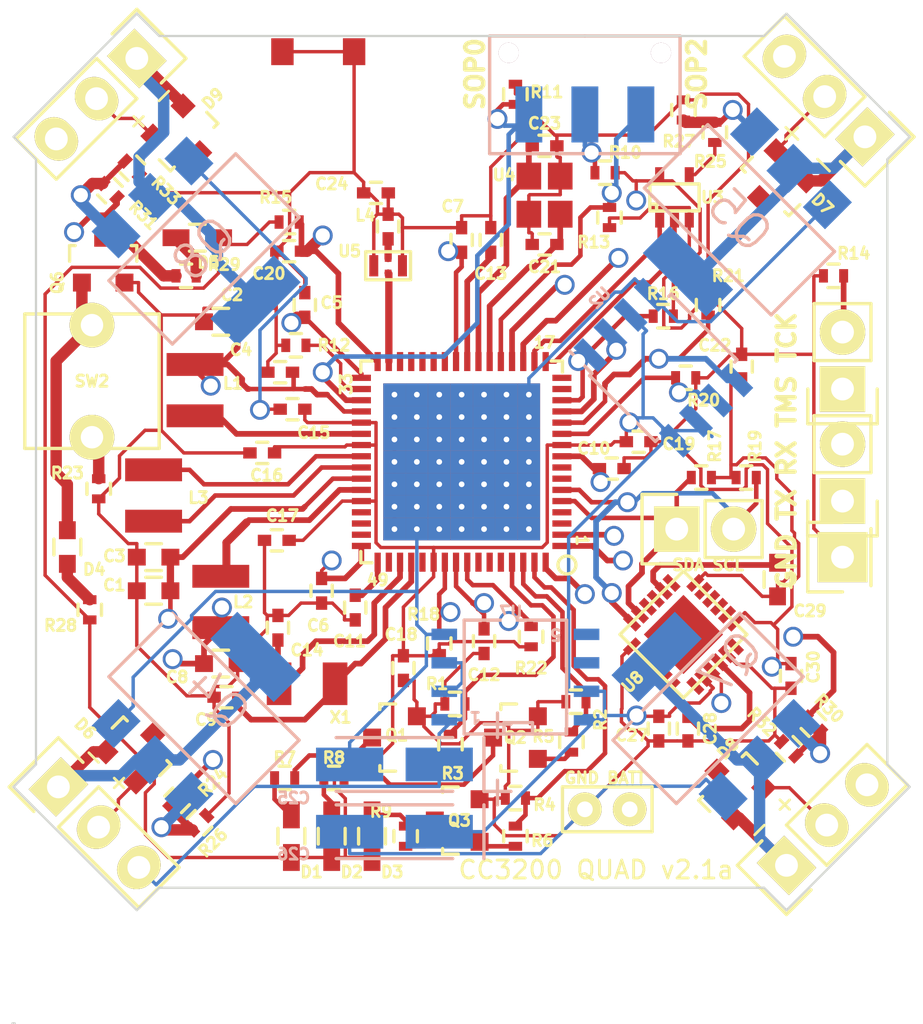
<source format=kicad_pcb>
(kicad_pcb (version 20171130) (host pcbnew "(5.1.12)-1")
  (layers (0 F.Cu signal) (1 In1.Cu signal) (2 In2.Cu signal) (31 B.Cu signal) (34 B.Paste user hide) (35 F.Paste user hide) (36 B.SilkS user hide) (37 F.SilkS user hide) (38 B.Mask user hide) (39 F.Mask user hide) (44 Edge.Cuts user))
  (net 0 "")
  (net 1 +BATT)
  (net 2 GND)
  (net 3 "Net-(C1-Pad1)")
  (net 4 "Net-(C2-Pad1)")
  (net 5 "Net-(C10-Pad1)")
  (net 6 "Net-(C9-Pad1)")
  (net 7 "Net-(C11-Pad1)")
  (net 8 "Net-(C13-Pad1)")
  (net 9 "Net-(C14-Pad1)")
  (net 10 +3.3V)
  (net 11 "Net-(C21-Pad1)")
  (net 12 "Net-(C23-Pad1)")
  (net 13 "Net-(D1-Pad2)")
  (net 14 "Net-(D2-Pad2)")
  (net 15 "Net-(D3-Pad2)")
  (net 16 "Net-(D4-Pad1)")
  (net 17 "Net-(D5-Pad2)")
  (net 18 "Net-(D6-Pad1)")
  (net 19 "Net-(D7-Pad1)")
  (net 20 "Net-(D8-Pad1)")
  (net 21 "Net-(D9-Pad1)")
  (net 22 "Net-(L1-Pad2)")
  (net 23 "Net-(L2-Pad2)")
  (net 24 "Net-(L3-Pad2)")
  (net 25 "Net-(L3-Pad1)")
  (net 26 "Net-(L4-Pad1)")
  (net 27 /Motor_PWM03)
  (net 28 /tx)
  (net 29 /rx)
  (net 30 "Net-(Q1-Pad1)")
  (net 31 "Net-(Q1-Pad3)")
  (net 32 "Net-(Q2-Pad1)")
  (net 33 "Net-(Q2-Pad3)")
  (net 34 "Net-(Q3-Pad1)")
  (net 35 "Net-(Q3-Pad3)")
  (net 36 "Net-(Q4-Pad1)")
  (net 37 "Net-(Q5-Pad1)")
  (net 38 "Net-(Q6-Pad3)")
  (net 39 "Net-(Q7-Pad1)")
  (net 40 "Net-(Q8-Pad1)")
  (net 41 /LED_1)
  (net 42 /LED_2)
  (net 43 /LED_3)
  (net 44 "Net-(R10-Pad2)")
  (net 45 "Net-(R11-Pad1)")
  (net 46 "Net-(R12-Pad1)")
  (net 47 "Net-(R13-Pad1)")
  (net 48 "Net-(R16-Pad2)")
  (net 49 "Net-(R20-Pad2)")
  (net 50 "Net-(R21-Pad2)")
  (net 51 "Net-(R23-Pad1)")
  (net 52 /Motor_PWM01)
  (net 53 /Motor_PWM02)
  (net 54 /Motor_PWM04)
  (net 55 /cc3200_camera_RF/RF)
  (net 56 "Net-(U1-Pad13)")
  (net 57 "Net-(C28-Pad1)")
  (net 58 "Net-(U1-Pad18)")
  (net 59 "Net-(U1-Pad17)")
  (net 60 "Net-(C29-Pad2)")
  (net 61 /cc3200_quad_accel/SDA)
  (net 62 /cc3200_quad_accel/SCL)
  (net 63 "Net-(P2-Pad1)")
  (net 64 "Net-(P2-Pad2)")
  (net 65 /~Reset)
  (module Housings_SOT-23_SOT-143_TSOT-6:SOT-23 (layer F.Cu) (at 162.1 104.5 45)
    (fp_text reference D8 (at 1.06066 -1.343503 45) (layer F.SilkS) (effects (font (size 0.5 0.5) (thickness 0.125))))
    (fp_text value BAT54)
    (pad 1 smd rect (at -0.95 1.00076 45) (size 0.8001 0.8001) (layers F.Cu F.Paste F.Mask) (net 20 "Net-(D8-Pad1)"))
    (pad 2 smd rect (at 0.95 1.00076 45) (size 0.8001 0.8001) (layers F.Cu F.Paste F.Mask) (net 1 +BATT))
    (pad 3 smd rect (at 0 -0.99822 45) (size 0.8001 0.8001) (layers F.Cu F.Paste F.Mask))
  )
  (module cc3200_quad_footprints:SOT-223 (layer B.Cu) (at 161 101 225)
    (fp_text reference Q7 (at -2.12132 0.707107 225) (layer B.SilkS) (effects (font (size 1.5 1.5)) (justify mirror)))
    (fp_text value BUK9832 hide)
    (pad 3 smd rect (at 2.3 -3.25 225) (size 1.4 1.7) (layers B.Cu B.Paste B.Mask) (net 2 GND))
    (pad 2 smd rect (at 0 -3.25 225) (size 1.4 1.7) (layers B.Cu B.Paste B.Mask) (net 20 "Net-(D8-Pad1)"))
    (pad 1 smd rect (at -2.3 -3.25 225) (size 1.4 1.7) (layers B.Cu B.Paste B.Mask) (net 39 "Net-(Q7-Pad1)"))
    (pad 2 smd rect (at 0 3.25 225) (size 4 1.7) (layers B.Cu B.Paste B.Mask) (net 20 "Net-(D8-Pad1)"))
  )
  (module Capacitors_SMD:C_0603 (layer F.Cu) (at 136.25 95.75 180)
    (fp_text reference C1 (at 1.75 0.25) (layer F.SilkS) (effects (font (size 0.5 0.5) (thickness 0.125))))
    (fp_text value 22uF)
    (pad 1 smd rect (at -0.75 0 180) (size 0.8 0.75) (layers F.Cu F.Paste F.Mask) (net 3 "Net-(C1-Pad1)"))
    (pad 2 smd rect (at 0.75 0 180) (size 0.8 0.75) (layers F.Cu F.Paste F.Mask) (net 2 GND))
  )
  (module Capacitors_SMD:C_0603 (layer F.Cu) (at 139.25 83.75 180)
    (fp_text reference C2 (at -0.5 1.2 180) (layer F.SilkS) (effects (font (size 0.5 0.5) (thickness 0.125))))
    (fp_text value 10uF)
    (pad 1 smd rect (at -0.75 0 180) (size 0.8 0.75) (layers F.Cu F.Paste F.Mask) (net 4 "Net-(C2-Pad1)"))
    (pad 2 smd rect (at 0.75 0 180) (size 0.8 0.75) (layers F.Cu F.Paste F.Mask) (net 2 GND))
  )
  (module Capacitors_SMD:C_0603 (layer F.Cu) (at 136.25 94.25 180)
    (fp_text reference C3 (at 1.75 0.05 180) (layer F.SilkS) (effects (font (size 0.5 0.5) (thickness 0.125))))
    (fp_text value 22uF)
    (pad 1 smd rect (at -0.75 0 180) (size 0.8 0.75) (layers F.Cu F.Paste F.Mask) (net 3 "Net-(C1-Pad1)"))
    (pad 2 smd rect (at 0.75 0 180) (size 0.8 0.75) (layers F.Cu F.Paste F.Mask) (net 2 GND))
  )
  (module Capacitors_SMD:C_0402 (layer F.Cu) (at 141.9 86 180)
    (fp_text reference C4 (at 1.75 1 180) (layer F.SilkS) (effects (font (size 0.5 0.5) (thickness 0.125))))
    (fp_text value 0.1uF)
    (pad 1 smd rect (at -0.55 0 180) (size 0.6 0.5) (layers F.Cu F.Paste F.Mask) (net 4 "Net-(C2-Pad1)"))
    (pad 2 smd rect (at 0.55 0 180) (size 0.6 0.5) (layers F.Cu F.Paste F.Mask) (net 2 GND))
  )
  (module Capacitors_SMD:C_0402 (layer F.Cu) (at 143 83 90)
    (fp_text reference C5 (at 0.1 1.2 180) (layer F.SilkS) (effects (font (size 0.5 0.5) (thickness 0.125))))
    (fp_text value 0.1uF)
    (pad 1 smd rect (at -0.55 0 90) (size 0.6 0.5) (layers F.Cu F.Paste F.Mask) (net 3 "Net-(C1-Pad1)"))
    (pad 2 smd rect (at 0.55 0 90) (size 0.6 0.5) (layers F.Cu F.Paste F.Mask) (net 2 GND))
  )
  (module Capacitors_SMD:C_0402 (layer F.Cu) (at 143.75 95.75 270)
    (fp_text reference C6 (at 1.55 0.15) (layer F.SilkS) (effects (font (size 0.5 0.5) (thickness 0.125))))
    (fp_text value 0.1uF)
    (pad 1 smd rect (at -0.55 0 270) (size 0.6 0.5) (layers F.Cu F.Paste F.Mask) (net 4 "Net-(C2-Pad1)"))
    (pad 2 smd rect (at 0.55 0 270) (size 0.6 0.5) (layers F.Cu F.Paste F.Mask) (net 2 GND))
  )
  (module Capacitors_SMD:C_0402 (layer F.Cu) (at 150 80.1 90)
    (fp_text reference C7 (at 1.5 -0.4 180) (layer F.SilkS) (effects (font (size 0.5 0.5) (thickness 0.125))))
    (fp_text value 0.1uF)
    (pad 1 smd rect (at -0.55 0 90) (size 0.6 0.5) (layers F.Cu F.Paste F.Mask) (net 4 "Net-(C2-Pad1)"))
    (pad 2 smd rect (at 0.55 0 90) (size 0.6 0.5) (layers F.Cu F.Paste F.Mask) (net 2 GND))
  )
  (module Capacitors_SMD:C_0603 (layer F.Cu) (at 139.25 99)
    (fp_text reference C8 (at -1.95 0.6 180) (layer F.SilkS) (effects (font (size 0.5 0.5) (thickness 0.125))))
    (fp_text value 10uF)
    (pad 1 smd rect (at -0.75 0) (size 0.8 0.75) (layers F.Cu F.Paste F.Mask) (net 5 "Net-(C10-Pad1)"))
    (pad 2 smd rect (at 0.75 0) (size 0.8 0.75) (layers F.Cu F.Paste F.Mask) (net 2 GND))
  )
  (module Capacitors_SMD:C_0402 (layer F.Cu) (at 139.5 100.5 180)
    (fp_text reference C9 (at 0.9 -1 180) (layer F.SilkS) (effects (font (size 0.5 0.5) (thickness 0.125))))
    (fp_text value 10pF)
    (pad 1 smd rect (at -0.55 0 180) (size 0.6 0.5) (layers F.Cu F.Paste F.Mask) (net 6 "Net-(C9-Pad1)"))
    (pad 2 smd rect (at 0.55 0 180) (size 0.6 0.5) (layers F.Cu F.Paste F.Mask) (net 2 GND))
  )
  (module Capacitors_SMD:C_0402 (layer F.Cu) (at 156.7 90.3)
    (fp_text reference C10 (at -0.8 -0.9 180) (layer F.SilkS) (effects (font (size 0.5 0.5) (thickness 0.125))))
    (fp_text value 0.1uF)
    (pad 1 smd rect (at -0.55 0) (size 0.6 0.5) (layers F.Cu F.Paste F.Mask) (net 5 "Net-(C10-Pad1)"))
    (pad 2 smd rect (at 0.55 0) (size 0.6 0.5) (layers F.Cu F.Paste F.Mask) (net 2 GND))
  )
  (module Capacitors_SMD:C_0402 (layer F.Cu) (at 145.25 96.5 270)
    (fp_text reference C11 (at 1.5 0.25) (layer F.SilkS) (effects (font (size 0.5 0.5) (thickness 0.125))))
    (fp_text value 0.1uF)
    (pad 1 smd rect (at -0.55 0 270) (size 0.6 0.5) (layers F.Cu F.Paste F.Mask) (net 7 "Net-(C11-Pad1)"))
    (pad 2 smd rect (at 0.55 0 270) (size 0.6 0.5) (layers F.Cu F.Paste F.Mask) (net 2 GND))
  )
  (module Capacitors_SMD:C_0402 (layer F.Cu) (at 151 98 270)
    (fp_text reference C12 (at 1.5 0) (layer F.SilkS) (effects (font (size 0.5 0.5) (thickness 0.125))))
    (fp_text value 0.1uF)
    (pad 1 smd rect (at -0.55 0 270) (size 0.6 0.5) (layers F.Cu F.Paste F.Mask) (net 5 "Net-(C10-Pad1)"))
    (pad 2 smd rect (at 0.55 0 270) (size 0.6 0.5) (layers F.Cu F.Paste F.Mask) (net 2 GND))
  )
  (module Capacitors_SMD:C_0402 (layer F.Cu) (at 151.3 80.1 90)
    (fp_text reference C13 (at -1.5 0 180) (layer F.SilkS) (effects (font (size 0.5 0.5) (thickness 0.125))))
    (fp_text value 0.1uF)
    (pad 1 smd rect (at -0.55 0 90) (size 0.6 0.5) (layers F.Cu F.Paste F.Mask) (net 8 "Net-(C13-Pad1)"))
    (pad 2 smd rect (at 0.55 0 90) (size 0.6 0.5) (layers F.Cu F.Paste F.Mask) (net 2 GND))
  )
  (module Capacitors_SMD:C_0402 (layer F.Cu) (at 141.8 97.4 90)
    (fp_text reference C14 (at -1 1.3) (layer F.SilkS) (effects (font (size 0.5 0.5) (thickness 0.125))))
    (fp_text value 10pF)
    (pad 1 smd rect (at -0.55 0 90) (size 0.6 0.5) (layers F.Cu F.Paste F.Mask) (net 9 "Net-(C14-Pad1)"))
    (pad 2 smd rect (at 0.55 0 90) (size 0.6 0.5) (layers F.Cu F.Paste F.Mask) (net 2 GND))
  )
  (module Capacitors_SMD:C_0402 (layer F.Cu) (at 142.45 87.65 180)
    (fp_text reference C15 (at -0.95 -1.05) (layer F.SilkS) (effects (font (size 0.5 0.5) (thickness 0.125))))
    (fp_text value 4.7uF)
    (pad 1 smd rect (at -0.55 0 180) (size 0.6 0.5) (layers F.Cu F.Paste F.Mask) (net 10 +3.3V))
    (pad 2 smd rect (at 0.55 0 180) (size 0.6 0.5) (layers F.Cu F.Paste F.Mask) (net 2 GND))
  )
  (module Capacitors_SMD:C_0402 (layer F.Cu) (at 141.1 89.6 180)
    (fp_text reference C16 (at -0.2 -1 180) (layer F.SilkS) (effects (font (size 0.5 0.5) (thickness 0.125))))
    (fp_text value 4.7uF)
    (pad 1 smd rect (at -0.55 0 180) (size 0.6 0.5) (layers F.Cu F.Paste F.Mask) (net 10 +3.3V))
    (pad 2 smd rect (at 0.55 0 180) (size 0.6 0.5) (layers F.Cu F.Paste F.Mask) (net 2 GND))
  )
  (module Capacitors_SMD:C_0402 (layer F.Cu) (at 141.75 93.5 180)
    (fp_text reference C17 (at -0.25 1.1 180) (layer F.SilkS) (effects (font (size 0.5 0.5) (thickness 0.125))))
    (fp_text value 4.7uF)
    (pad 1 smd rect (at -0.55 0 180) (size 0.6 0.5) (layers F.Cu F.Paste F.Mask) (net 10 +3.3V))
    (pad 2 smd rect (at 0.55 0 180) (size 0.6 0.5) (layers F.Cu F.Paste F.Mask) (net 2 GND))
  )
  (module Capacitors_SMD:C_0402 (layer F.Cu) (at 147.4 99.2 270)
    (fp_text reference C18 (at -1.5 0.1) (layer F.SilkS) (effects (font (size 0.5 0.5) (thickness 0.125))))
    (fp_text value 0.1uF)
    (pad 1 smd rect (at -0.55 0 270) (size 0.6 0.5) (layers F.Cu F.Paste F.Mask) (net 10 +3.3V))
    (pad 2 smd rect (at 0.55 0 270) (size 0.6 0.5) (layers F.Cu F.Paste F.Mask) (net 2 GND))
  )
  (module Capacitors_SMD:C_0402 (layer F.Cu) (at 157.9 89.1)
    (fp_text reference C19 (at 1.8 0.1) (layer F.SilkS) (effects (font (size 0.5 0.5) (thickness 0.125))))
    (fp_text value 0.1uF)
    (pad 1 smd rect (at -0.55 0) (size 0.6 0.5) (layers F.Cu F.Paste F.Mask) (net 10 +3.3V))
    (pad 2 smd rect (at 0.55 0) (size 0.6 0.5) (layers F.Cu F.Paste F.Mask) (net 2 GND))
  )
  (module Capacitors_SMD:C_0402 (layer F.Cu) (at 142.3 80.6 180)
    (fp_text reference C20 (at 0.9 -1) (layer F.SilkS) (effects (font (size 0.5 0.5) (thickness 0.125))))
    (fp_text value 0.1uF)
    (pad 1 smd rect (at -0.55 0 180) (size 0.6 0.5) (layers F.Cu F.Paste F.Mask) (net 65 /~Reset))
    (pad 2 smd rect (at 0.55 0 180) (size 0.6 0.5) (layers F.Cu F.Paste F.Mask) (net 2 GND))
  )
  (module Capacitors_SMD:C_0402 (layer F.Cu) (at 153.7 80.3 180)
    (fp_text reference C21 (at 0 -1 180) (layer F.SilkS) (effects (font (size 0.5 0.5) (thickness 0.125))))
    (fp_text value 6.2pF)
    (pad 1 smd rect (at -0.55 0 180) (size 0.6 0.5) (layers F.Cu F.Paste F.Mask) (net 11 "Net-(C21-Pad1)"))
    (pad 2 smd rect (at 0.55 0 180) (size 0.6 0.5) (layers F.Cu F.Paste F.Mask) (net 2 GND))
  )
  (module Capacitors_SMD:C_0402 (layer F.Cu) (at 162.5 85.75 90)
    (fp_text reference C22 (at 0.95 -1.2) (layer F.SilkS) (effects (font (size 0.5 0.5) (thickness 0.125))))
    (fp_text value 0.1uF)
    (pad 1 smd rect (at -0.55 0 90) (size 0.6 0.5) (layers F.Cu F.Paste F.Mask) (net 10 +3.3V))
    (pad 2 smd rect (at 0.55 0 90) (size 0.6 0.5) (layers F.Cu F.Paste F.Mask) (net 2 GND))
  )
  (module Capacitors_SMD:C_0402 (layer F.Cu) (at 153.7 75.9)
    (fp_text reference C23 (at 0 -1) (layer F.SilkS) (effects (font (size 0.5 0.5) (thickness 0.125))))
    (fp_text value 6.2pF)
    (pad 1 smd rect (at -0.55 0) (size 0.6 0.5) (layers F.Cu F.Paste F.Mask) (net 12 "Net-(C23-Pad1)"))
    (pad 2 smd rect (at 0.55 0) (size 0.6 0.5) (layers F.Cu F.Paste F.Mask) (net 2 GND))
  )
  (module Capacitors_SMD:C_0402 (layer F.Cu) (at 146.175 78 180)
    (fp_text reference C24 (at 1.9746 0.4 180) (layer F.SilkS) (effects (font (size 0.5 0.5) (thickness 0.125))))
    (fp_text value 1.0pF)
    (pad 1 smd rect (at -0.55 0 180) (size 0.6 0.5) (layers F.Cu F.Paste F.Mask) (net 2 GND))
    (pad 2 smd rect (at 0.55 0 180) (size 0.6 0.5) (layers F.Cu F.Paste F.Mask) (net 2 GND))
  )
  (module Capacitors_SMD:C_0603_HandSoldering (layer F.Cu) (at 142.4 106.7 90)
    (fp_text reference D1 (at -1.6 0.9 180) (layer F.SilkS) (effects (font (size 0.5 0.5) (thickness 0.125))))
    (fp_text value LED)
    (pad 1 smd rect (at -0.95 0 90) (size 1.2 0.75) (layers F.Cu F.Paste F.Mask) (net 10 +3.3V))
    (pad 2 smd rect (at 0.95 0 90) (size 1.2 0.75) (layers F.Cu F.Paste F.Mask) (net 13 "Net-(D1-Pad2)"))
  )
  (module Capacitors_SMD:C_0603_HandSoldering (layer F.Cu) (at 144.2 106.7 90)
    (fp_text reference D2 (at -1.6 0.9 180) (layer F.SilkS) (effects (font (size 0.5 0.5) (thickness 0.125))))
    (fp_text value LED)
    (pad 1 smd rect (at -0.95 0 90) (size 1.2 0.75) (layers F.Cu F.Paste F.Mask) (net 10 +3.3V))
    (pad 2 smd rect (at 0.95 0 90) (size 1.2 0.75) (layers F.Cu F.Paste F.Mask) (net 14 "Net-(D2-Pad2)"))
  )
  (module Capacitors_SMD:C_0603_HandSoldering (layer F.Cu) (at 146 106.7 90)
    (fp_text reference D3 (at -1.6 0.9 180) (layer F.SilkS) (effects (font (size 0.5 0.5) (thickness 0.125))))
    (fp_text value LED)
    (pad 1 smd rect (at -0.95 0 90) (size 1.2 0.75) (layers F.Cu F.Paste F.Mask) (net 10 +3.3V))
    (pad 2 smd rect (at 0.95 0 90) (size 1.2 0.75) (layers F.Cu F.Paste F.Mask) (net 15 "Net-(D3-Pad2)"))
  )
  (module Capacitors_SMD:C_0603 (layer F.Cu) (at 132.4 93.8 90)
    (fp_text reference D4 (at -1 1.2 180) (layer F.SilkS) (effects (font (size 0.5 0.5) (thickness 0.125))))
    (fp_text value CD0603-B00340)
    (pad 1 smd rect (at -0.75 0 90) (size 0.8 0.75) (layers F.Cu F.Paste F.Mask) (net 16 "Net-(D4-Pad1)"))
    (pad 2 smd rect (at 0.75 0 90) (size 0.8 0.75) (layers F.Cu F.Paste F.Mask) (net 65 /~Reset))
  )
  (module Capacitors_SMD:C_0603_HandSoldering (layer F.Cu) (at 138.2 80 180)
    (fp_text reference D5 (at -0.5 -1.1) (layer F.SilkS) (effects (font (size 0.5 0.5) (thickness 0.125))))
    (fp_text value LED)
    (pad 1 smd rect (at -0.95 0 180) (size 1.2 0.75) (layers F.Cu F.Paste F.Mask) (net 10 +3.3V))
    (pad 2 smd rect (at 0.95 0 180) (size 1.2 0.75) (layers F.Cu F.Paste F.Mask) (net 17 "Net-(D5-Pad2)"))
  )
  (module Housings_SOT-23_SOT-143_TSOT-6:SOT-23 (layer F.Cu) (at 135.5 102.9 315)
    (fp_text reference D6 (at -2.333452 0.919239 315) (layer F.SilkS) (effects (font (size 0.5 0.5) (thickness 0.125))))
    (fp_text value BAT54)
    (pad 1 smd rect (at -0.95 1.00076 315) (size 0.8001 0.8001) (layers F.Cu F.Paste F.Mask) (net 18 "Net-(D6-Pad1)"))
    (pad 2 smd rect (at 0.95 1.00076 315) (size 0.8001 0.8001) (layers F.Cu F.Paste F.Mask) (net 1 +BATT))
    (pad 3 smd rect (at 0 -0.99822 315) (size 0.8001 0.8001) (layers F.Cu F.Paste F.Mask))
  )
  (module Housings_SOT-23_SOT-143_TSOT-6:SOT-23 (layer F.Cu) (at 164 77.5 135)
    (fp_text reference D7 (at -2.192031 0.777817 135) (layer F.SilkS) (effects (font (size 0.5 0.5) (thickness 0.125))))
    (fp_text value BAT54)
    (pad 1 smd rect (at -0.95 1.00076 135) (size 0.8001 0.8001) (layers F.Cu F.Paste F.Mask) (net 19 "Net-(D7-Pad1)"))
    (pad 2 smd rect (at 0.95 1.00076 135) (size 0.8001 0.8001) (layers F.Cu F.Paste F.Mask) (net 1 +BATT))
    (pad 3 smd rect (at 0 -0.99822 135) (size 0.8001 0.8001) (layers F.Cu F.Paste F.Mask))
  )
  (module Housings_SOT-23_SOT-143_TSOT-6:SOT-23 (layer F.Cu) (at 137.6 75.5 225)
    (fp_text reference D9 (at -2.12132 0.282843 225) (layer F.SilkS) (effects (font (size 0.5 0.5) (thickness 0.125))))
    (fp_text value BAT54)
    (pad 1 smd rect (at -0.95 1.00076 225) (size 0.8001 0.8001) (layers F.Cu F.Paste F.Mask) (net 21 "Net-(D9-Pad1)"))
    (pad 2 smd rect (at 0.95 1.00076 225) (size 0.8001 0.8001) (layers F.Cu F.Paste F.Mask) (net 1 +BATT))
    (pad 3 smd rect (at 0 -0.99822 225) (size 0.8001 0.8001) (layers F.Cu F.Paste F.Mask))
  )
  (module Inductors_NEOSID:Neosid_Inductor_SM-NE29_SMD1008 (layer F.Cu) (at 138.1 86.8 270)
    (fp_text reference L1 (at -0.3 -1.7) (layer F.SilkS) (effects (font (size 0.5 0.5) (thickness 0.125))))
    (fp_text value 2.2uH)
    (pad 2 smd rect (at 1.14554 0 270) (size 1.02108 2.54) (layers F.Cu F.Paste F.Mask) (net 22 "Net-(L1-Pad2)"))
    (pad 1 smd rect (at -1.14554 0 270) (size 1.02108 2.54) (layers F.Cu F.Paste F.Mask) (net 4 "Net-(C2-Pad1)"))
  )
  (module Inductors_NEOSID:Neosid_Inductor_SM-NE29_SMD1008 (layer F.Cu) (at 139.25 96.25 90)
    (fp_text reference L2 (at 0 1 180) (layer F.SilkS) (effects (font (size 0.5 0.5) (thickness 0.125))))
    (fp_text value 2.2uH)
    (pad 2 smd rect (at 1.14554 0 90) (size 1.02108 2.54) (layers F.Cu F.Paste F.Mask) (net 23 "Net-(L2-Pad2)"))
    (pad 1 smd rect (at -1.14554 0 90) (size 1.02108 2.54) (layers F.Cu F.Paste F.Mask) (net 5 "Net-(C10-Pad1)"))
  )
  (module Inductors_NEOSID:Neosid_Inductor_SM-NE29_SMD1008 (layer F.Cu) (at 136.25 91.5 90)
    (fp_text reference L3 (at -0.1 2 180) (layer F.SilkS) (effects (font (size 0.5 0.5) (thickness 0.125))))
    (fp_text value 1uH)
    (pad 2 smd rect (at 1.14554 0 90) (size 1.02108 2.54) (layers F.Cu F.Paste F.Mask) (net 24 "Net-(L3-Pad2)"))
    (pad 1 smd rect (at -1.14554 0 90) (size 1.02108 2.54) (layers F.Cu F.Paste F.Mask) (net 25 "Net-(L3-Pad1)"))
  )
  (module Capacitors_SMD:C_0402 (layer F.Cu) (at 146.718 79.5 90)
    (fp_text reference L4 (at 0.5 -1.018 180) (layer F.SilkS) (effects (font (size 0.5 0.5) (thickness 0.125))))
    (fp_text value 3.6nH)
    (pad 1 smd rect (at -0.55 0 90) (size 0.6 0.5) (layers F.Cu F.Paste F.Mask) (net 26 "Net-(L4-Pad1)"))
    (pad 2 smd rect (at 0.55 0 90) (size 0.6 0.5) (layers F.Cu F.Paste F.Mask) (net 2 GND))
  )
  (module Pin_Headers:Pin_Header_Straight_1x02 (layer F.Cu) (at 167 91.75 180)
    (fp_text reference P3 (at -0.5 4.8 270) (layer F.SilkS) (effects (font (size 0.5 0.5) (thickness 0.125))))
    (fp_text value CONN_01X02)
    (pad 1 thru_hole rect (at 0 0 180) (size 2.032 2.032) (drill 1.016) (layers *.Cu *.Mask F.SilkS) (net 28 /tx))
    (pad 2 thru_hole oval (at 0 2.54 180) (size 2.032 2.032) (drill 1.016) (layers *.Cu *.Mask F.SilkS) (net 29 /rx))
  )
  (module Housings_SOT-23_SOT-143_TSOT-6:SOT-23 (layer F.Cu) (at 147 102.3 90)
    (fp_text reference Q1 (at 0.1 0.1 180) (layer F.SilkS) (effects (font (size 0.5 0.5) (thickness 0.125))))
    (fp_text value BSS138)
    (pad 1 smd rect (at -0.95 1.00076 90) (size 0.8001 0.8001) (layers F.Cu F.Paste F.Mask) (net 30 "Net-(Q1-Pad1)"))
    (pad 2 smd rect (at 0.95 1.00076 90) (size 0.8001 0.8001) (layers F.Cu F.Paste F.Mask) (net 2 GND))
    (pad 3 smd rect (at 0 -0.99822 90) (size 0.8001 0.8001) (layers F.Cu F.Paste F.Mask) (net 31 "Net-(Q1-Pad3)"))
  )
  (module Housings_SOT-23_SOT-143_TSOT-6:SOT-23 (layer F.Cu) (at 152.4 102.3 90)
    (fp_text reference Q2 (at 0 0 180) (layer F.SilkS) (effects (font (size 0.5 0.5) (thickness 0.125))))
    (fp_text value BSS138)
    (pad 1 smd rect (at -0.95 1.00076 90) (size 0.8001 0.8001) (layers F.Cu F.Paste F.Mask) (net 32 "Net-(Q2-Pad1)"))
    (pad 2 smd rect (at 0.95 1.00076 90) (size 0.8001 0.8001) (layers F.Cu F.Paste F.Mask) (net 2 GND))
    (pad 3 smd rect (at 0 -0.99822 90) (size 0.8001 0.8001) (layers F.Cu F.Paste F.Mask) (net 33 "Net-(Q2-Pad3)"))
  )
  (module Housings_SOT-23_SOT-143_TSOT-6:SOT-23 (layer F.Cu) (at 149.8 106 90)
    (fp_text reference Q3 (at 0 0.1 180) (layer F.SilkS) (effects (font (size 0.5 0.5) (thickness 0.125))))
    (fp_text value BSS138)
    (pad 1 smd rect (at -0.95 1.00076 90) (size 0.8001 0.8001) (layers F.Cu F.Paste F.Mask) (net 34 "Net-(Q3-Pad1)"))
    (pad 2 smd rect (at 0.95 1.00076 90) (size 0.8001 0.8001) (layers F.Cu F.Paste F.Mask) (net 2 GND))
    (pad 3 smd rect (at 0 -0.99822 90) (size 0.8001 0.8001) (layers F.Cu F.Paste F.Mask) (net 35 "Net-(Q3-Pad3)"))
  )
  (module cc3200_quad_footprints:SOT-223 (layer B.Cu) (at 138.5 101 135)
    (fp_text reference Q4 (at -0.141421 0.707107 135) (layer B.SilkS) (effects (font (size 1.5 1.5)) (justify mirror)))
    (fp_text value BUK9832 hide)
    (pad 3 smd rect (at 2.3 -3.25 135) (size 1.4 1.7) (layers B.Cu B.Paste B.Mask) (net 2 GND))
    (pad 2 smd rect (at 0 -3.25 135) (size 1.4 1.7) (layers B.Cu B.Paste B.Mask) (net 18 "Net-(D6-Pad1)"))
    (pad 1 smd rect (at -2.3 -3.25 135) (size 1.4 1.7) (layers B.Cu B.Paste B.Mask) (net 36 "Net-(Q4-Pad1)"))
    (pad 2 smd rect (at 0 3.25 135) (size 4 1.7) (layers B.Cu B.Paste B.Mask) (net 18 "Net-(D6-Pad1)"))
  )
  (module cc3200_quad_footprints:SOT-223 (layer B.Cu) (at 162.4 79.2 315)
    (fp_text reference Q5 (at 0 0 315) (layer B.SilkS) (effects (font (size 1.5 1.5)) (justify mirror)))
    (fp_text value BUK9832 hide)
    (pad 3 smd rect (at 2.3 -3.25 315) (size 1.4 1.7) (layers B.Cu B.Paste B.Mask) (net 2 GND))
    (pad 2 smd rect (at 0 -3.25 315) (size 1.4 1.7) (layers B.Cu B.Paste B.Mask) (net 19 "Net-(D7-Pad1)"))
    (pad 1 smd rect (at -2.3 -3.25 315) (size 1.4 1.7) (layers B.Cu B.Paste B.Mask) (net 37 "Net-(Q5-Pad1)"))
    (pad 2 smd rect (at 0 3.25 315) (size 4 1.7) (layers B.Cu B.Paste B.Mask) (net 19 "Net-(D7-Pad1)"))
  )
  (module Housings_SOT-23_SOT-143_TSOT-6:SOT-23 (layer F.Cu) (at 134 81)
    (fp_text reference Q6 (at -2.05 1 90) (layer F.SilkS) (effects (font (size 0.5 0.5) (thickness 0.125))))
    (fp_text value BSS138)
    (pad 1 smd rect (at -0.95 1.00076) (size 0.8001 0.8001) (layers F.Cu F.Paste F.Mask) (net 65 /~Reset))
    (pad 2 smd rect (at 0.95 1.00076) (size 0.8001 0.8001) (layers F.Cu F.Paste F.Mask) (net 2 GND))
    (pad 3 smd rect (at 0 -0.99822) (size 0.8001 0.8001) (layers F.Cu F.Paste F.Mask) (net 38 "Net-(Q6-Pad3)"))
  )
  (module cc3200_quad_footprints:SOT-223 (layer B.Cu) (at 138.5 80.5 45)
    (fp_text reference Q8 (at 0 0 45) (layer B.SilkS) (effects (font (size 1.5 1.5)) (justify mirror)))
    (fp_text value BUK9832 hide)
    (pad 3 smd rect (at 2.3 -3.25 45) (size 1.4 1.7) (layers B.Cu B.Paste B.Mask) (net 2 GND))
    (pad 2 smd rect (at 0 -3.25 45) (size 1.4 1.7) (layers B.Cu B.Paste B.Mask) (net 21 "Net-(D9-Pad1)"))
    (pad 1 smd rect (at -2.3 -3.25 45) (size 1.4 1.7) (layers B.Cu B.Paste B.Mask) (net 40 "Net-(Q8-Pad1)"))
    (pad 2 smd rect (at 0 3.25 45) (size 4 1.7) (layers B.Cu B.Paste B.Mask) (net 21 "Net-(D9-Pad1)"))
  )
  (module Resistors_SMD:R_0402 (layer F.Cu) (at 149.7 100.8)
    (fp_text reference R1 (at -0.8 -0.9 180) (layer F.SilkS) (effects (font (size 0.5 0.5) (thickness 0.125))))
    (fp_text value 100k)
    (pad 1 smd rect (at -0.45 0) (size 0.4 0.6) (layers F.Cu F.Paste F.Mask) (net 2 GND))
    (pad 2 smd rect (at 0.45 0) (size 0.4 0.6) (layers F.Cu F.Paste F.Mask) (net 41 /LED_1))
  )
  (module Resistors_SMD:R_0402 (layer F.Cu) (at 155.1 100.7)
    (fp_text reference R2 (at 1.1 0.8 270) (layer F.SilkS) (effects (font (size 0.5 0.5) (thickness 0.125))))
    (fp_text value 100k)
    (pad 1 smd rect (at -0.45 0) (size 0.4 0.6) (layers F.Cu F.Paste F.Mask) (net 2 GND))
    (pad 2 smd rect (at 0.45 0) (size 0.4 0.6) (layers F.Cu F.Paste F.Mask) (net 42 /LED_2))
  )
  (module Resistors_SMD:R_0402 (layer F.Cu) (at 149.5 102.6 90)
    (fp_text reference R3 (at -1.3 0.1 180) (layer F.SilkS) (effects (font (size 0.5 0.5) (thickness 0.125))))
    (fp_text value 10k)
    (pad 1 smd rect (at -0.45 0 90) (size 0.4 0.6) (layers F.Cu F.Paste F.Mask) (net 30 "Net-(Q1-Pad1)"))
    (pad 2 smd rect (at 0.45 0 90) (size 0.4 0.6) (layers F.Cu F.Paste F.Mask) (net 41 /LED_1))
  )
  (module Resistors_SMD:R_0402 (layer F.Cu) (at 152.4 105)
    (fp_text reference R4 (at 1.3 0.3) (layer F.SilkS) (effects (font (size 0.5 0.5) (thickness 0.125))))
    (fp_text value 100k)
    (pad 1 smd rect (at -0.45 0) (size 0.4 0.6) (layers F.Cu F.Paste F.Mask) (net 2 GND))
    (pad 2 smd rect (at 0.45 0) (size 0.4 0.6) (layers F.Cu F.Paste F.Mask) (net 43 /LED_3))
  )
  (module Resistors_SMD:R_0402 (layer F.Cu) (at 154.9 102.5 90)
    (fp_text reference R5 (at 0.25 -1.25) (layer F.SilkS) (effects (font (size 0.5 0.5) (thickness 0.125))))
    (fp_text value 10k)
    (pad 1 smd rect (at -0.45 0 90) (size 0.4 0.6) (layers F.Cu F.Paste F.Mask) (net 32 "Net-(Q2-Pad1)"))
    (pad 2 smd rect (at 0.45 0 90) (size 0.4 0.6) (layers F.Cu F.Paste F.Mask) (net 42 /LED_2))
  )
  (module Resistors_SMD:R_0402 (layer F.Cu) (at 152.4 106.7 90)
    (fp_text reference R6 (at -0.2 1.2) (layer F.SilkS) (effects (font (size 0.5 0.5) (thickness 0.125))))
    (fp_text value 10k)
    (pad 1 smd rect (at -0.45 0 90) (size 0.4 0.6) (layers F.Cu F.Paste F.Mask) (net 34 "Net-(Q3-Pad1)"))
    (pad 2 smd rect (at 0.45 0 90) (size 0.4 0.6) (layers F.Cu F.Paste F.Mask) (net 43 /LED_3))
  )
  (module Resistors_SMD:R_0402 (layer F.Cu) (at 142.1 104.1)
    (fp_text reference R7 (at 0 -0.9) (layer F.SilkS) (effects (font (size 0.5 0.5) (thickness 0.125))))
    (fp_text value 270)
    (pad 1 smd rect (at -0.45 0) (size 0.4 0.6) (layers F.Cu F.Paste F.Mask) (net 13 "Net-(D1-Pad2)"))
    (pad 2 smd rect (at 0.45 0) (size 0.4 0.6) (layers F.Cu F.Paste F.Mask) (net 31 "Net-(Q1-Pad3)"))
  )
  (module Resistors_SMD:R_0402 (layer F.Cu) (at 144.3 104.1)
    (fp_text reference R8 (at 0 -0.9) (layer F.SilkS) (effects (font (size 0.5 0.5) (thickness 0.125))))
    (fp_text value 270)
    (pad 1 smd rect (at -0.45 0) (size 0.4 0.6) (layers F.Cu F.Paste F.Mask) (net 14 "Net-(D2-Pad2)"))
    (pad 2 smd rect (at 0.45 0) (size 0.4 0.6) (layers F.Cu F.Paste F.Mask) (net 33 "Net-(Q2-Pad3)"))
  )
  (module Resistors_SMD:R_0402 (layer F.Cu) (at 147.5 106.7 270)
    (fp_text reference R9 (at -1.1 1.1) (layer F.SilkS) (effects (font (size 0.5 0.5) (thickness 0.125))))
    (fp_text value 270)
    (pad 1 smd rect (at -0.45 0 270) (size 0.4 0.6) (layers F.Cu F.Paste F.Mask) (net 15 "Net-(D3-Pad2)"))
    (pad 2 smd rect (at 0.45 0 270) (size 0.4 0.6) (layers F.Cu F.Paste F.Mask) (net 35 "Net-(Q3-Pad3)"))
  )
  (module Resistors_SMD:R_0402 (layer F.Cu) (at 156.4 77.1 180)
    (fp_text reference R10 (at -0.9 0.9 180) (layer F.SilkS) (effects (font (size 0.5 0.5) (thickness 0.125))))
    (fp_text value 270)
    (pad 1 smd rect (at -0.45 0 180) (size 0.4 0.6) (layers F.Cu F.Paste F.Mask) (net 10 +3.3V))
    (pad 2 smd rect (at 0.45 0 180) (size 0.4 0.6) (layers F.Cu F.Paste F.Mask) (net 44 "Net-(R10-Pad2)"))
  )
  (module Resistors_SMD:R_0402 (layer F.Cu) (at 152.4 73.6 90)
    (fp_text reference R11 (at 0.1 1.4 180) (layer F.SilkS) (effects (font (size 0.5 0.5) (thickness 0.125))))
    (fp_text value 100k)
    (pad 1 smd rect (at -0.45 0 90) (size 0.4 0.6) (layers F.Cu F.Paste F.Mask) (net 45 "Net-(R11-Pad1)"))
    (pad 2 smd rect (at 0.45 0 90) (size 0.4 0.6) (layers F.Cu F.Paste F.Mask) (net 2 GND))
  )
  (module Resistors_SMD:R_0402 (layer F.Cu) (at 142.6 84.8 180)
    (fp_text reference R12 (at -1.7 0 180) (layer F.SilkS) (effects (font (size 0.5 0.5) (thickness 0.125))))
    (fp_text value 100k)
    (pad 1 smd rect (at -0.45 0 180) (size 0.4 0.6) (layers F.Cu F.Paste F.Mask) (net 46 "Net-(R12-Pad1)"))
    (pad 2 smd rect (at 0.45 0 180) (size 0.4 0.6) (layers F.Cu F.Paste F.Mask) (net 2 GND))
  )
  (module Resistors_SMD:R_0402 (layer F.Cu) (at 156.6 79.1 270)
    (fp_text reference R13 (at 1.1 0.7) (layer F.SilkS) (effects (font (size 0.5 0.5) (thickness 0.125))))
    (fp_text value 2.7k)
    (pad 1 smd rect (at -0.45 0 270) (size 0.4 0.6) (layers F.Cu F.Paste F.Mask) (net 47 "Net-(R13-Pad1)"))
    (pad 2 smd rect (at 0.45 0 270) (size 0.4 0.6) (layers F.Cu F.Paste F.Mask) (net 2 GND))
  )
  (module Resistors_SMD:R_0402 (layer F.Cu) (at 166.6 81.7)
    (fp_text reference R14 (at 0.9 -1 180) (layer F.SilkS) (effects (font (size 0.5 0.5) (thickness 0.125))))
    (fp_text value 100k)
    (pad 1 smd rect (at -0.45 0) (size 0.4 0.6) (layers F.Cu F.Paste F.Mask) (net 2 GND))
    (pad 2 smd rect (at 0.45 0) (size 0.4 0.6) (layers F.Cu F.Paste F.Mask) (net 64 "Net-(P2-Pad2)"))
  )
  (module Resistors_SMD:R_0402 (layer F.Cu) (at 142.3 79.3)
    (fp_text reference R15 (at -0.6 -1.1 180) (layer F.SilkS) (effects (font (size 0.5 0.5) (thickness 0.125))))
    (fp_text value 100k)
    (pad 1 smd rect (at -0.45 0) (size 0.4 0.6) (layers F.Cu F.Paste F.Mask) (net 10 +3.3V))
    (pad 2 smd rect (at 0.45 0) (size 0.4 0.6) (layers F.Cu F.Paste F.Mask) (net 65 /~Reset))
  )
  (module Resistors_SMD:R_0402 (layer F.Cu) (at 159 83.5 180)
    (fp_text reference R16 (at 0 1 180) (layer F.SilkS) (effects (font (size 0.5 0.5) (thickness 0.125))))
    (fp_text value 100k)
    (pad 1 smd rect (at -0.45 0 180) (size 0.4 0.6) (layers F.Cu F.Paste F.Mask) (net 10 +3.3V))
    (pad 2 smd rect (at 0.45 0 180) (size 0.4 0.6) (layers F.Cu F.Paste F.Mask) (net 48 "Net-(R16-Pad2)"))
  )
  (module Resistors_SMD:R_0402 (layer F.Cu) (at 160.7 90.7 180)
    (fp_text reference R17 (at -0.6 1.4 90) (layer F.SilkS) (effects (font (size 0.5 0.5) (thickness 0.125))))
    (fp_text value 1k)
    (pad 1 smd rect (at -0.45 0 180) (size 0.4 0.6) (layers F.Cu F.Paste F.Mask) (net 10 +3.3V))
    (pad 2 smd rect (at 0.45 0 180) (size 0.4 0.6) (layers F.Cu F.Paste F.Mask) (net 62 /cc3200_quad_accel/SCL))
  )
  (module Resistors_SMD:R_0402 (layer F.Cu) (at 149 98.1 90)
    (fp_text reference R18 (at 1.3 -0.7) (layer F.SilkS) (effects (font (size 0.5 0.5) (thickness 0.125))))
    (fp_text value 100k)
    (pad 1 smd rect (at -0.45 0 90) (size 0.4 0.6) (layers F.Cu F.Paste F.Mask) (net 10 +3.3V))
    (pad 2 smd rect (at 0.45 0 90) (size 0.4 0.6) (layers F.Cu F.Paste F.Mask) (net 28 /tx))
  )
  (module Resistors_SMD:R_0402 (layer F.Cu) (at 162.7 90.7)
    (fp_text reference R19 (at 0.4 -1.4 270) (layer F.SilkS) (effects (font (size 0.5 0.5) (thickness 0.125))))
    (fp_text value 1k)
    (pad 1 smd rect (at -0.45 0) (size 0.4 0.6) (layers F.Cu F.Paste F.Mask) (net 10 +3.3V))
    (pad 2 smd rect (at 0.45 0) (size 0.4 0.6) (layers F.Cu F.Paste F.Mask) (net 61 /cc3200_quad_accel/SDA))
  )
  (module Resistors_SMD:R_0402 (layer F.Cu) (at 160 86.25 180)
    (fp_text reference R20 (at -0.8 -1) (layer F.SilkS) (effects (font (size 0.5 0.5) (thickness 0.125))))
    (fp_text value 100k)
    (pad 1 smd rect (at -0.45 0 180) (size 0.4 0.6) (layers F.Cu F.Paste F.Mask) (net 2 GND))
    (pad 2 smd rect (at 0.45 0 180) (size 0.4 0.6) (layers F.Cu F.Paste F.Mask) (net 49 "Net-(R20-Pad2)"))
  )
  (module Resistors_SMD:R_0402 (layer F.Cu) (at 161 83 270)
    (fp_text reference R21 (at -1.3 -0.9 180) (layer F.SilkS) (effects (font (size 0.5 0.5) (thickness 0.125))))
    (fp_text value 100k)
    (pad 1 smd rect (at -0.45 0 270) (size 0.4 0.6) (layers F.Cu F.Paste F.Mask) (net 2 GND))
    (pad 2 smd rect (at 0.45 0 270) (size 0.4 0.6) (layers F.Cu F.Paste F.Mask) (net 50 "Net-(R21-Pad2)"))
  )
  (module Resistors_SMD:R_0402 (layer F.Cu) (at 153.1 97.8 90)
    (fp_text reference R22 (at -1.4 0) (layer F.SilkS) (effects (font (size 0.5 0.5) (thickness 0.125))))
    (fp_text value 100k)
    (pad 1 smd rect (at -0.45 0 90) (size 0.4 0.6) (layers F.Cu F.Paste F.Mask) (net 10 +3.3V))
    (pad 2 smd rect (at 0.45 0 90) (size 0.4 0.6) (layers F.Cu F.Paste F.Mask) (net 29 /rx))
  )
  (module Resistors_SMD:R_0402 (layer F.Cu) (at 133.8 91.2 270)
    (fp_text reference R23 (at -0.7 1.4) (layer F.SilkS) (effects (font (size 0.5 0.5) (thickness 0.125))))
    (fp_text value 100)
    (pad 1 smd rect (at -0.45 0 270) (size 0.4 0.6) (layers F.Cu F.Paste F.Mask) (net 51 "Net-(R23-Pad1)"))
    (pad 2 smd rect (at 0.45 0 270) (size 0.4 0.6) (layers F.Cu F.Paste F.Mask) (net 2 GND))
  )
  (module Resistors_SMD:R_0402 (layer F.Cu) (at 137.3 105.1 45)
    (fp_text reference R24 (at 1.697056 0.565685 45) (layer F.SilkS) (effects (font (size 0.5 0.5) (thickness 0.125))))
    (fp_text value 150)
    (pad 1 smd rect (at -0.45 0 45) (size 0.4 0.6) (layers F.Cu F.Paste F.Mask) (net 36 "Net-(Q4-Pad1)"))
    (pad 2 smd rect (at 0.45 0 45) (size 0.4 0.6) (layers F.Cu F.Paste F.Mask) (net 52 /Motor_PWM01))
  )
  (module Resistors_SMD:R_0402 (layer F.Cu) (at 161.3 75.3 270)
    (fp_text reference R25 (at 1.3 0.2) (layer F.SilkS) (effects (font (size 0.5 0.5) (thickness 0.125))))
    (fp_text value 150)
    (pad 1 smd rect (at -0.45 0 270) (size 0.4 0.6) (layers F.Cu F.Paste F.Mask) (net 37 "Net-(Q5-Pad1)"))
    (pad 2 smd rect (at 0.45 0 270) (size 0.4 0.6) (layers F.Cu F.Paste F.Mask) (net 27 /Motor_PWM03))
  )
  (module Resistors_SMD:R_0402 (layer F.Cu) (at 138.3 106.1 225)
    (fp_text reference R26 (at 0.212132 -1.06066 225) (layer F.SilkS) (effects (font (size 0.5 0.5) (thickness 0.125))))
    (fp_text value 1.5k)
    (pad 1 smd rect (at -0.45 0 225) (size 0.4 0.6) (layers F.Cu F.Paste F.Mask) (net 2 GND))
    (pad 2 smd rect (at 0.45 0 225) (size 0.4 0.6) (layers F.Cu F.Paste F.Mask) (net 36 "Net-(Q4-Pad1)"))
  )
  (module Resistors_SMD:R_0402 (layer F.Cu) (at 159.9 74.3 270)
    (fp_text reference R27 (at 1.4 0.2) (layer F.SilkS) (effects (font (size 0.5 0.5) (thickness 0.125))))
    (fp_text value 1.5k)
    (pad 1 smd rect (at -0.45 0 270) (size 0.4 0.6) (layers F.Cu F.Paste F.Mask) (net 2 GND))
    (pad 2 smd rect (at 0.45 0 270) (size 0.4 0.6) (layers F.Cu F.Paste F.Mask) (net 37 "Net-(Q5-Pad1)"))
  )
  (module Resistors_SMD:R_0402 (layer F.Cu) (at 133.4 96.6 90)
    (fp_text reference R28 (at -0.7 -1.3 180) (layer F.SilkS) (effects (font (size 0.5 0.5) (thickness 0.125))))
    (fp_text value 100k)
    (pad 1 smd rect (at -0.45 0 90) (size 0.4 0.6) (layers F.Cu F.Paste F.Mask) (net 10 +3.3V))
    (pad 2 smd rect (at 0.45 0 90) (size 0.4 0.6) (layers F.Cu F.Paste F.Mask) (net 16 "Net-(D4-Pad1)"))
  )
  (module Resistors_SMD:R_0402 (layer F.Cu) (at 137.7 81.7 180)
    (fp_text reference R29 (at -1.7 0.5 180) (layer F.SilkS) (effects (font (size 0.5 0.5) (thickness 0.125))))
    (fp_text value 270)
    (pad 1 smd rect (at -0.45 0 180) (size 0.4 0.6) (layers F.Cu F.Paste F.Mask) (net 17 "Net-(D5-Pad2)"))
    (pad 2 smd rect (at 0.45 0 180) (size 0.4 0.6) (layers F.Cu F.Paste F.Mask) (net 38 "Net-(Q6-Pad3)"))
  )
  (module Resistors_SMD:R_0402 (layer F.Cu) (at 165.7 101.7 135)
    (fp_text reference R30 (at 0 0.989949 135) (layer F.SilkS) (effects (font (size 0.5 0.5) (thickness 0.125))))
    (fp_text value 150)
    (pad 1 smd rect (at -0.45 0 135) (size 0.4 0.6) (layers F.Cu F.Paste F.Mask) (net 39 "Net-(Q7-Pad1)"))
    (pad 2 smd rect (at 0.45 0 135) (size 0.4 0.6) (layers F.Cu F.Paste F.Mask) (net 53 /Motor_PWM02))
  )
  (module Resistors_SMD:R_0402 (layer F.Cu) (at 134.3 77.9 315)
    (fp_text reference R31 (at 1.838478 -0.282843 315) (layer F.SilkS) (effects (font (size 0.5 0.5) (thickness 0.125))))
    (fp_text value 150)
    (pad 1 smd rect (at -0.45 0 315) (size 0.4 0.6) (layers F.Cu F.Paste F.Mask) (net 40 "Net-(Q8-Pad1)"))
    (pad 2 smd rect (at 0.45 0 315) (size 0.4 0.6) (layers F.Cu F.Paste F.Mask) (net 54 /Motor_PWM04))
  )
  (module Resistors_SMD:R_0402 (layer F.Cu) (at 164.6 102.8 315)
    (fp_text reference R32 (at -1.697056 0 315) (layer F.SilkS) (effects (font (size 0.5 0.5) (thickness 0.125))))
    (fp_text value 1.5k)
    (pad 1 smd rect (at -0.45 0 315) (size 0.4 0.6) (layers F.Cu F.Paste F.Mask) (net 2 GND))
    (pad 2 smd rect (at 0.45 0 315) (size 0.4 0.6) (layers F.Cu F.Paste F.Mask) (net 39 "Net-(Q7-Pad1)"))
  )
  (module Resistors_SMD:R_0402 (layer F.Cu) (at 135.3 76.9 135)
    (fp_text reference R33 (at -1.767767 0.353553 135) (layer F.SilkS) (effects (font (size 0.5 0.5) (thickness 0.125))))
    (fp_text value 1.5k)
    (pad 1 smd rect (at -0.45 0 135) (size 0.4 0.6) (layers F.Cu F.Paste F.Mask) (net 2 GND))
    (pad 2 smd rect (at 0.45 0 135) (size 0.4 0.6) (layers F.Cu F.Paste F.Mask) (net 40 "Net-(Q8-Pad1)"))
  )
  (module cc3200_quad_footprints:JS102011SAQN (layer B.Cu) (at 155.5 71.75)
    (fp_text reference SW1 hide)
    (fp_text value SWITCH_INV hide)
    (pad 2 smd rect (at 0 2.75) (size 1.2 2.5) (layers B.Cu B.Paste B.Mask) (net 44 "Net-(R10-Pad2)"))
    (pad 1 smd rect (at -2.5 2.75) (size 1.2 2.5) (layers B.Cu B.Paste B.Mask) (net 45 "Net-(R11-Pad1)"))
    (pad 3 smd rect (at 2.5 2.75) (size 1.2 2.5) (layers B.Cu B.Paste B.Mask) (net 47 "Net-(R13-Pad1)"))
    (pad 4 thru_hole circle (at 3.4 0) (size 0.9 0.9) (drill 0.9) (layers *.Cu *.Mask B.SilkS))
    (pad 5 thru_hole circle (at -3.4 0) (size 0.9 0.9) (drill 0.9) (layers *.Cu *.Mask B.SilkS))
  )
  (module Housings_SOIC:SOIC-8_3.9x4.9mm_Pitch1.27mm (layer B.Cu) (at 159 85.8 315)
    (fp_text reference U2 (at -4.2 -0.2 45) (layer B.SilkS) (effects (font (size 0.5 0.5) (thickness 0.125)) (justify mirror)))
    (fp_text value MX25V8006E)
    (pad 1 smd rect (at -2.7 1.905 315) (size 1.55 0.6) (layers B.Cu B.Paste B.Mask) (net 48 "Net-(R16-Pad2)"))
    (pad 2 smd rect (at -2.7 0.635 315) (size 1.55 0.6) (layers B.Cu B.Paste B.Mask) (net 56 "Net-(U1-Pad13)"))
    (pad 3 smd rect (at -2.7 -0.635 315) (size 1.55 0.6) (layers B.Cu B.Paste B.Mask) (net 10 +3.3V))
    (pad 4 smd rect (at -2.7 -1.905 315) (size 1.55 0.6) (layers B.Cu B.Paste B.Mask) (net 2 GND))
    (pad 5 smd rect (at 2.7 -1.905 315) (size 1.55 0.6) (layers B.Cu B.Paste B.Mask) (net 50 "Net-(R21-Pad2)"))
    (pad 6 smd rect (at 2.7 -0.635 315) (size 1.55 0.6) (layers B.Cu B.Paste B.Mask) (net 49 "Net-(R20-Pad2)"))
    (pad 7 smd rect (at 2.7 0.635 315) (size 1.55 0.6) (layers B.Cu B.Paste B.Mask) (net 10 +3.3V))
    (pad 8 smd rect (at 2.7 1.905 315) (size 1.55 0.6) (layers B.Cu B.Paste B.Mask) (net 10 +3.3V))
  )
  (module cc3200_quad_footprints:ABS07 (layer F.Cu) (at 143.1 99.9)
    (fp_text reference X1 (at 1.5 1.5) (layer F.SilkS) (effects (font (size 0.5 0.5) (thickness 0.125))))
    (fp_text value 32.768KHz hide)
    (pad 1 smd rect (at -1.25 0) (size 1.1 1.9) (layers F.Cu F.Paste F.Mask) (net 9 "Net-(C14-Pad1)"))
    (pad 2 smd rect (at 1.25 0) (size 1.1 1.9) (layers F.Cu F.Paste F.Mask) (net 6 "Net-(C9-Pad1)"))
  )
  (module cc3200_quad_footprints:cc3200 (layer F.Cu) (at 150 90 90)
    (fp_text reference U1 hide)
    (fp_text value CC3200 hide)
    (pad 56 smd rect (at -4.475 -0.25 90) (size 0.85 0.28) (layers F.Cu F.Paste F.Mask) (net 5 "Net-(C10-Pad1)"))
    (pad 55 smd rect (at -4.475 -0.75 90) (size 0.85 0.28) (layers F.Cu F.Paste F.Mask) (net 28 /tx))
    (pad 54 smd rect (at -4.475 -1.25 90) (size 0.85 0.28) (layers F.Cu F.Paste F.Mask) (net 10 +3.3V))
    (pad 53 smd rect (at -4.475 -1.75 90) (size 0.85 0.28) (layers F.Cu F.Paste F.Mask))
    (pad 52 smd rect (at -4.475 -2.25 90) (size 0.85 0.28) (layers F.Cu F.Paste F.Mask) (net 6 "Net-(C9-Pad1)"))
    (pad 51 smd rect (at -4.475 -2.75 90) (size 0.85 0.28) (layers F.Cu F.Paste F.Mask) (net 9 "Net-(C14-Pad1)"))
    (pad 50 smd rect (at -4.475 -3.25 90) (size 0.85 0.28) (layers F.Cu F.Paste F.Mask))
    (pad 49 smd rect (at -4.475 -3.75 90) (size 0.85 0.28) (layers F.Cu F.Paste F.Mask) (net 7 "Net-(C11-Pad1)"))
    (pad 57 smd rect (at -4.475 0.25 90) (size 0.85 0.28) (layers F.Cu F.Paste F.Mask) (net 29 /rx))
    (pad 58 smd rect (at -4.475 0.75 90) (size 0.85 0.28) (layers F.Cu F.Paste F.Mask))
    (pad 59 smd rect (at -4.475 1.25 90) (size 0.85 0.28) (layers F.Cu F.Paste F.Mask))
    (pad 60 smd rect (at -4.475 1.75 90) (size 0.85 0.28) (layers F.Cu F.Paste F.Mask))
    (pad 61 smd rect (at -4.475 2.25 90) (size 0.85 0.28) (layers F.Cu F.Paste F.Mask) (net 41 /LED_1))
    (pad 62 smd rect (at -4.475 2.75 90) (size 0.85 0.28) (layers F.Cu F.Paste F.Mask) (net 42 /LED_2))
    (pad 63 smd rect (at -4.475 3.25 90) (size 0.85 0.28) (layers F.Cu F.Paste F.Mask) (net 43 /LED_3))
    (pad 64 smd rect (at -4.475 3.75 90) (size 0.85 0.28) (layers F.Cu F.Paste F.Mask) (net 54 /Motor_PWM04))
    (pad 32 smd rect (at 4.475 -3.75 90) (size 0.85 0.28) (layers F.Cu F.Paste F.Mask) (net 65 /~Reset))
    (pad 31 smd rect (at 4.475 -3.25 90) (size 0.85 0.28) (layers F.Cu F.Paste F.Mask) (net 55 /cc3200_camera_RF/RF))
    (pad 30 smd rect (at 4.475 -2.75 90) (size 0.85 0.28) (layers F.Cu F.Paste F.Mask))
    (pad 29 smd rect (at 4.475 -2.25 90) (size 0.85 0.28) (layers F.Cu F.Paste F.Mask))
    (pad 28 smd rect (at 4.475 -1.75 90) (size 0.85 0.28) (layers F.Cu F.Paste F.Mask))
    (pad 27 smd rect (at 4.475 -1.25 90) (size 0.85 0.28) (layers F.Cu F.Paste F.Mask))
    (pad 26 smd rect (at 4.475 -0.75 90) (size 0.85 0.28) (layers F.Cu F.Paste F.Mask))
    (pad 25 smd rect (at 4.475 -0.25 90) (size 0.85 0.28) (layers F.Cu F.Paste F.Mask) (net 4 "Net-(C2-Pad1)"))
    (pad 24 smd rect (at 4.475 0.25 90) (size 0.85 0.28) (layers F.Cu F.Paste F.Mask) (net 8 "Net-(C13-Pad1)"))
    (pad 23 smd rect (at 4.475 0.75 90) (size 0.85 0.28) (layers F.Cu F.Paste F.Mask) (net 12 "Net-(C23-Pad1)"))
    (pad 22 smd rect (at 4.475 1.25 90) (size 0.85 0.28) (layers F.Cu F.Paste F.Mask) (net 11 "Net-(C21-Pad1)"))
    (pad 21 smd rect (at 4.475 1.75 90) (size 0.85 0.28) (layers F.Cu F.Paste F.Mask) (net 47 "Net-(R13-Pad1)"))
    (pad 20 smd rect (at 4.475 2.25 90) (size 0.85 0.28) (layers F.Cu F.Paste F.Mask) (net 63 "Net-(P2-Pad1)"))
    (pad 19 smd rect (at 4.475 2.75 90) (size 0.85 0.28) (layers F.Cu F.Paste F.Mask) (net 64 "Net-(P2-Pad2)"))
    (pad 18 smd rect (at 4.475 3.25 90) (size 0.85 0.28) (layers F.Cu F.Paste F.Mask) (net 58 "Net-(U1-Pad18)"))
    (pad 17 smd rect (at 4.475 3.75 90) (size 0.85 0.28) (layers F.Cu F.Paste F.Mask) (net 59 "Net-(U1-Pad17)"))
    (pad 8 smd rect (at -0.25 4.475 90) (size 0.28 0.85) (layers F.Cu F.Paste F.Mask))
    (pad 7 smd rect (at -0.75 4.475 90) (size 0.28 0.85) (layers F.Cu F.Paste F.Mask))
    (pad 6 smd rect (at -1.25 4.475 90) (size 0.28 0.85) (layers F.Cu F.Paste F.Mask) (net 61 /cc3200_quad_accel/SDA))
    (pad 5 smd rect (at -1.75 4.475 90) (size 0.28 0.85) (layers F.Cu F.Paste F.Mask) (net 62 /cc3200_quad_accel/SCL))
    (pad 4 smd rect (at -2.25 4.475 90) (size 0.28 0.85) (layers F.Cu F.Paste F.Mask))
    (pad 3 smd rect (at -2.75 4.475 90) (size 0.28 0.85) (layers F.Cu F.Paste F.Mask))
    (pad 2 smd rect (at -3.25 4.475 90) (size 0.28 0.85) (layers F.Cu F.Paste F.Mask) (net 53 /Motor_PWM02))
    (pad 1 smd rect (at -3.75 4.475 90) (size 0.28 0.85) (layers F.Cu F.Paste F.Mask) (net 52 /Motor_PWM01))
    (pad 9 smd rect (at 0.25 4.475 90) (size 0.28 0.85) (layers F.Cu F.Paste F.Mask) (net 5 "Net-(C10-Pad1)"))
    (pad 10 smd rect (at 0.75 4.475 90) (size 0.28 0.85) (layers F.Cu F.Paste F.Mask) (net 10 +3.3V))
    (pad 11 smd rect (at 1.25 4.475 90) (size 0.28 0.85) (layers F.Cu F.Paste F.Mask) (net 49 "Net-(R20-Pad2)"))
    (pad 12 smd rect (at 1.75 4.475 90) (size 0.28 0.85) (layers F.Cu F.Paste F.Mask) (net 50 "Net-(R21-Pad2)"))
    (pad 13 smd rect (at 2.25 4.475 90) (size 0.28 0.85) (layers F.Cu F.Paste F.Mask) (net 56 "Net-(U1-Pad13)"))
    (pad 14 smd rect (at 2.75 4.475 90) (size 0.28 0.85) (layers F.Cu F.Paste F.Mask) (net 48 "Net-(R16-Pad2)"))
    (pad 15 smd rect (at 3.25 4.475 90) (size 0.28 0.85) (layers F.Cu F.Paste F.Mask))
    (pad 16 smd rect (at 3.75 4.475 90) (size 0.28 0.85) (layers F.Cu F.Paste F.Mask))
    (pad 40 smd rect (at 0.25 -4.475 90) (size 0.28 0.85) (layers F.Cu F.Paste F.Mask) (net 24 "Net-(L3-Pad2)"))
    (pad 39 smd rect (at 0.75 -4.475 90) (size 0.28 0.85) (layers F.Cu F.Paste F.Mask) (net 10 +3.3V))
    (pad 38 smd rect (at 1.25 -4.475 90) (size 0.28 0.85) (layers F.Cu F.Paste F.Mask) (net 22 "Net-(L1-Pad2)"))
    (pad 37 smd rect (at 1.75 -4.475 90) (size 0.28 0.85) (layers F.Cu F.Paste F.Mask) (net 10 +3.3V))
    (pad 36 smd rect (at 2.25 -4.475 90) (size 0.28 0.85) (layers F.Cu F.Paste F.Mask) (net 4 "Net-(C2-Pad1)"))
    (pad 35 smd rect (at 2.75 -4.475 90) (size 0.28 0.85) (layers F.Cu F.Paste F.Mask) (net 45 "Net-(R11-Pad1)"))
    (pad 34 smd rect (at 3.25 -4.475 90) (size 0.28 0.85) (layers F.Cu F.Paste F.Mask) (net 46 "Net-(R12-Pad1)"))
    (pad 33 smd rect (at 3.75 -4.475 90) (size 0.28 0.85) (layers F.Cu F.Paste F.Mask) (net 3 "Net-(C1-Pad1)"))
    (pad 41 smd rect (at -0.25 -4.475 90) (size 0.28 0.85) (layers F.Cu F.Paste F.Mask) (net 25 "Net-(L3-Pad1)"))
    (pad 42 smd rect (at -0.75 -4.475 90) (size 0.28 0.85) (layers F.Cu F.Paste F.Mask) (net 3 "Net-(C1-Pad1)"))
    (pad 43 smd rect (at -1.25 -4.475 90) (size 0.28 0.85) (layers F.Cu F.Paste F.Mask) (net 23 "Net-(L2-Pad2)"))
    (pad 44 smd rect (at -1.75 -4.475 90) (size 0.28 0.85) (layers F.Cu F.Paste F.Mask) (net 10 +3.3V))
    (pad 45 smd rect (at -2.25 -4.475 90) (size 0.28 0.85) (layers F.Cu F.Paste F.Mask))
    (pad 46 smd rect (at -2.75 -4.475 90) (size 0.28 0.85) (layers F.Cu F.Paste F.Mask))
    (pad 47 smd rect (at -3.25 -4.475 90) (size 0.28 0.85) (layers F.Cu F.Paste F.Mask))
    (pad 48 smd rect (at -3.75 -4.475 90) (size 0.28 0.85) (layers F.Cu F.Paste F.Mask) (net 4 "Net-(C2-Pad1)"))
    (pad 65 thru_hole rect (at 0 0 90) (size 1 1) (drill 0.254) (layers *.Cu *.Mask) (net 2 GND))
    (pad 65 thru_hole rect (at 1 0 90) (size 1 1) (drill 0.254) (layers *.Cu) (net 2 GND))
    (pad 65 thru_hole rect (at 2 0 90) (size 1 1) (drill 0.254) (layers *.Cu *.Mask) (net 2 GND))
    (pad 65 thru_hole rect (at 3 0 90) (size 1 1) (drill 0.254) (layers *.Cu) (net 2 GND))
    (pad 65 thru_hole rect (at 0 -1 90) (size 1 1) (drill 0.254) (layers *.Cu) (net 2 GND))
    (pad 65 thru_hole rect (at 1 -1 90) (size 1 1) (drill 0.254) (layers *.Cu) (net 2 GND))
    (pad 65 thru_hole rect (at 2 -1 90) (size 1 1) (drill 0.254) (layers *.Cu) (net 2 GND))
    (pad 65 thru_hole rect (at 3 -1 90) (size 1 1) (drill 0.254) (layers *.Cu) (net 2 GND))
    (pad 65 thru_hole rect (at 3 -2 90) (size 1 1) (drill 0.254) (layers *.Cu) (net 2 GND))
    (pad 65 thru_hole rect (at 2 -2 90) (size 1 1) (drill 0.254) (layers *.Cu *.Mask) (net 2 GND))
    (pad 65 thru_hole rect (at 0 -2 90) (size 1 1) (drill 0.254) (layers *.Cu *.Mask) (net 2 GND))
    (pad 65 thru_hole rect (at 1 -2 90) (size 1 1) (drill 0.254) (layers *.Cu) (net 2 GND))
    (pad 65 thru_hole rect (at 3 -3 90) (size 1 1) (drill 0.254) (layers *.Cu) (net 2 GND))
    (pad 65 thru_hole rect (at 2 -3 90) (size 1 1) (drill 0.254) (layers F.Cu) (net 2 GND))
    (pad 65 thru_hole rect (at 1 -3 90) (size 1 1) (drill 0.254) (layers F.Cu) (net 2 GND))
    (pad 65 thru_hole rect (at 0 -3 90) (size 1 1) (drill 0.254) (layers F.Cu) (net 2 GND))
    (pad 65 thru_hole rect (at -3 -3 90) (size 1 1) (drill 0.254) (layers *.Cu) (net 2 GND))
    (pad 65 thru_hole rect (at -2 -3 90) (size 1 1) (drill 0.254) (layers F.Cu) (net 2 GND))
    (pad 65 thru_hole rect (at -1 -3 90) (size 1 1) (drill 0.254) (layers F.Cu) (net 2 GND))
    (pad 65 thru_hole rect (at -1 -2 90) (size 1 1) (drill 0.254) (layers *.Cu) (net 2 GND))
    (pad 65 thru_hole rect (at -2 -2 90) (size 1 1) (drill 0.254) (layers *.Cu *.Mask) (net 2 GND))
    (pad 65 thru_hole rect (at -3 -2 90) (size 1 1) (drill 0.254) (layers *.Cu) (net 2 GND))
    (pad 65 thru_hole rect (at -3 -1 90) (size 1 1) (drill 0.254) (layers *.Cu) (net 2 GND))
    (pad 65 thru_hole rect (at -2 -1 90) (size 1 1) (drill 0.254) (layers *.Cu) (net 2 GND))
    (pad 65 thru_hole rect (at -1 -1 90) (size 1 1) (drill 0.254) (layers *.Cu) (net 2 GND))
    (pad 65 thru_hole rect (at -1 0 90) (size 1 1) (drill 0.254) (layers *.Cu) (net 2 GND))
    (pad 65 thru_hole rect (at -2 0 90) (size 1 1) (drill 0.254) (layers *.Cu *.Mask) (net 2 GND))
    (pad 65 thru_hole rect (at -3 0 90) (size 1 1) (drill 0.254) (layers *.Cu) (net 2 GND))
    (pad 65 thru_hole rect (at -3 1 90) (size 1 1) (drill 0.254) (layers *.Cu) (net 2 GND))
    (pad 65 thru_hole rect (at -3 2 90) (size 1 1) (drill 0.254) (layers *.Cu) (net 2 GND))
    (pad 65 thru_hole rect (at -3 3 90) (size 1 1) (drill 0.254) (layers *.Cu) (net 2 GND))
    (pad 65 thru_hole rect (at -2 3 90) (size 1 1) (drill 0.254) (layers *.Cu) (net 2 GND))
    (pad 65 thru_hole rect (at -1 3 90) (size 1 1) (drill 0.254) (layers *.Cu) (net 2 GND))
    (pad 65 thru_hole rect (at 0 3 90) (size 1 1) (drill 0.254) (layers *.Cu) (net 2 GND))
    (pad 65 thru_hole rect (at 1 3 90) (size 1 1) (drill 0.254) (layers *.Cu) (net 2 GND))
    (pad 65 thru_hole rect (at 2 3 90) (size 1 1) (drill 0.254) (layers *.Cu) (net 2 GND))
    (pad 65 thru_hole rect (at 3 3 90) (size 1 1) (drill 0.254) (layers *.Cu) (net 2 GND))
    (pad 65 thru_hole rect (at 3 2 90) (size 1 1) (drill 0.254) (layers *.Cu) (net 2 GND))
    (pad 65 thru_hole rect (at 3 1 90) (size 1 1) (drill 0.254) (layers *.Cu) (net 2 GND))
    (pad 65 thru_hole rect (at 2 1 90) (size 1 1) (drill 0.254) (layers *.Cu) (net 2 GND))
    (pad 65 thru_hole rect (at 2 2 90) (size 1 1) (drill 0.254) (layers *.Cu *.Mask) (net 2 GND))
    (pad 65 thru_hole rect (at 1 2 90) (size 1 1) (drill 0.254) (layers *.Cu) (net 2 GND))
    (pad 65 thru_hole rect (at 1 1 90) (size 1 1) (drill 0.254) (layers *.Cu) (net 2 GND))
    (pad 65 thru_hole rect (at 0 1 90) (size 1 1) (drill 0.254) (layers *.Cu) (net 2 GND))
    (pad 65 thru_hole rect (at 0 2 90) (size 1 1) (drill 0.254) (layers *.Cu *.Mask) (net 2 GND))
    (pad 65 thru_hole rect (at -1 2 90) (size 1 1) (drill 0.254) (layers *.Cu) (net 2 GND))
    (pad 65 thru_hole rect (at -1 1 90) (size 1 1) (drill 0.254) (layers *.Cu) (net 2 GND))
    (pad 65 thru_hole rect (at -2 1 90) (size 1 1) (drill 0.254) (layers *.Cu) (net 2 GND))
    (pad 65 thru_hole rect (at -2 2 90) (size 1 1) (drill 0.254) (layers *.Cu *.Mask) (net 2 GND))
  )
  (module Pin_Headers:Pin_Header_Straight_1x03 (layer F.Cu) (at 132 104.5 45)
    (fp_text reference M1 hide)
    (fp_text value DC_Motor)
    (pad 1 thru_hole rect (at 0 0 45) (size 2.032 1.7272) (drill 1.016) (layers *.Cu *.Mask F.SilkS) (net 18 "Net-(D6-Pad1)"))
    (pad 2 thru_hole oval (at 0 2.54 45) (size 2.032 1.7272) (drill 1.016) (layers *.Cu *.Mask F.SilkS) (net 1 +BATT))
    (pad 2 thru_hole oval (at 0 5.079999 45) (size 2.032 1.7272) (drill 1.016) (layers *.Cu *.Mask F.SilkS) (net 1 +BATT))
  )
  (module Pin_Headers:Pin_Header_Straight_1x03 (layer F.Cu) (at 168 75.5 225)
    (fp_text reference M2 hide)
    (fp_text value DC_Motor)
    (pad 1 thru_hole rect (at 0 0 225) (size 2.032 1.7272) (drill 1.016) (layers *.Cu *.Mask F.SilkS) (net 19 "Net-(D7-Pad1)"))
    (pad 2 thru_hole oval (at 0 2.54 225) (size 2.032 1.7272) (drill 1.016) (layers *.Cu *.Mask F.SilkS) (net 1 +BATT))
    (pad 2 thru_hole oval (at 0 5.079999 225) (size 2.032 1.7272) (drill 1.016) (layers *.Cu *.Mask F.SilkS) (net 1 +BATT))
  )
  (module Pin_Headers:Pin_Header_Straight_1x03 (layer F.Cu) (at 164.5 108 135)
    (fp_text reference M3 hide)
    (fp_text value DC_Motor)
    (pad 1 thru_hole rect (at 0 0 135) (size 2.032 1.7272) (drill 1.016) (layers *.Cu *.Mask F.SilkS) (net 20 "Net-(D8-Pad1)"))
    (pad 2 thru_hole oval (at 0 2.54 135) (size 2.032 1.7272) (drill 1.016) (layers *.Cu *.Mask F.SilkS) (net 1 +BATT))
    (pad 2 thru_hole oval (at 0 5.079999 135) (size 2.032 1.7272) (drill 1.016) (layers *.Cu *.Mask F.SilkS) (net 1 +BATT))
  )
  (module Pin_Headers:Pin_Header_Straight_1x03 (layer F.Cu) (at 135.5 72 315)
    (fp_text reference M4 hide)
    (fp_text value DC_Motor)
    (pad 1 thru_hole rect (at 0 0 315) (size 2.032 1.7272) (drill 1.016) (layers *.Cu *.Mask F.SilkS) (net 21 "Net-(D9-Pad1)"))
    (pad 2 thru_hole oval (at 0 2.54 315) (size 2.032 1.7272) (drill 1.016) (layers *.Cu *.Mask F.SilkS) (net 1 +BATT))
    (pad 2 thru_hole oval (at 0 5.079999 315) (size 2.032 1.7272) (drill 1.016) (layers *.Cu *.Mask F.SilkS) (net 1 +BATT))
  )
  (module Pin_Headers:Pin_Header_Straight_1x02 (layer F.Cu) (at 167 86.75 180)
    (fp_text reference P2 hide)
    (fp_text value CONN_01X02)
    (pad 1 thru_hole rect (at 0 0 180) (size 2.032 2.032) (drill 1.016) (layers *.Cu *.Mask F.SilkS) (net 63 "Net-(P2-Pad1)"))
    (pad 2 thru_hole oval (at 0 2.54 180) (size 2.032 2.032) (drill 1.016) (layers *.Cu *.Mask F.SilkS) (net 64 "Net-(P2-Pad2)"))
  )
  (module Pin_Headers:Pin_Header_Straight_1x01 (layer F.Cu) (at 167 94.25 90)
    (fp_text reference P4 hide)
    (fp_text value CONN_01X01)
    (pad 1 thru_hole rect (at 0 0 90) (size 2.2352 2.2352) (drill 1.016) (layers *.Cu *.Mask F.SilkS) (net 2 GND))
  )
  (module cc3200_quad_footprints:Q24FA20H (layer F.Cu) (at 153.7 78.1 270)
    (fp_text reference U4 (at -0.9 1.8) (layer F.SilkS) (effects (font (size 0.5 0.5) (thickness 0.125))))
    (fp_text value Q24FA20H00396_40MHz hide)
    (pad 3 smd rect (at 0.85 -0.7 270) (size 1.2 1.1) (layers F.Cu F.Paste F.Mask) (net 11 "Net-(C21-Pad1)"))
    (pad 2 smd rect (at 0.85 0.7 270) (size 1.2 1.1) (layers F.Cu F.Paste F.Mask) (net 2 GND))
    (pad 1 smd rect (at -0.85 0.7 270) (size 1.2 1.1) (layers F.Cu F.Paste F.Mask) (net 12 "Net-(C23-Pad1)"))
    (pad 4 smd rect (at -0.85 -0.7 270) (size 1.2 1.1) (layers F.Cu F.Paste F.Mask) (net 2 GND))
  )
  (module cc3200_quad_footprints:DEA202450BT (layer F.Cu) (at 146.718 81.25)
    (fp_text reference U5 (at -1.718 -0.65) (layer F.SilkS) (effects (font (size 0.5 0.5) (thickness 0.125))))
    (fp_text value DEA202450BT-1294C1-H hide)
    (pad 3 smd rect (at 0 -0.325) (size 0.3 0.3) (layers F.Cu F.Paste F.Mask) (net 26 "Net-(L4-Pad1)"))
    (pad 1 smd rect (at 0 0.325) (size 0.3 0.3) (layers F.Cu F.Paste F.Mask) (net 55 /cc3200_camera_RF/RF))
    (pad 4 smd rect (at -0.64 0) (size 0.4 0.95) (layers F.Cu F.Paste F.Mask) (net 2 GND))
    (pad 2 smd rect (at 0.64 0) (size 0.4 0.95) (layers F.Cu F.Paste F.Mask) (net 2 GND))
  )
  (module cc3200_quad_footprints:AH316M (layer F.Cu) (at 143.6 71.7)
    (fp_text reference U6 hide)
    (fp_text value AH316M245001 hide)
    (pad 1 smd rect (at 1.6 0) (size 1 1.2) (layers F.Cu F.Paste F.Mask) (net 2 GND))
    (pad 2 smd rect (at -1.6 0) (size 1 1.2) (layers F.Cu F.Paste F.Mask) (net 2 GND))
  )
  (module cc3200_quad_footprints:JST_2PIN_2mm (layer F.Cu) (at 156.5 105.5)
    (fp_text reference BT1 hide)
    (fp_text value JST_CONNECTOR hide)
    (pad 1 thru_hole circle (at 1 0) (size 1.5 1.5) (drill 0.7) (layers *.Cu *.Mask F.SilkS) (net 1 +BATT))
    (pad 2 thru_hole circle (at -1 0) (size 1.5 1.5) (drill 0.7) (layers *.Cu *.Mask F.SilkS) (net 2 GND))
  )
  (module cc3200_quad_footprints:EVQ11_Push_Switch (layer F.Cu) (at 133.5 86.4 180)
    (fp_text reference SW2 (at 0 0 180) (layer F.SilkS) (effects (font (size 0.5 0.5) (thickness 0.125))))
    (fp_text value EVQ11 hide)
    (pad 1 thru_hole circle (at 0 -2.5 180) (size 2 2) (drill 1) (layers *.Cu *.Mask F.SilkS) (net 51 "Net-(R23-Pad1)"))
    (pad 2 thru_hole circle (at 0 2.5 180) (size 2 2) (drill 1) (layers *.Cu *.Mask F.SilkS) (net 65 /~Reset))
  )
  (module Transistors_SMD:sc70-5 (layer F.Cu) (at 159.5 78.2)
    (fp_text reference U3 (at 1.7 0) (layer F.SilkS) (effects (font (size 0.5 0.5) (thickness 0.125))))
    (fp_text value SN74AUP1T08)
    (pad 1 smd rect (at -0.6604 1.016) (size 0.4064 0.6604) (layers F.Cu F.Paste F.Mask) (net 58 "Net-(U1-Pad18)"))
    (pad 3 smd rect (at 0.6604 1.016) (size 0.4064 0.6604) (layers F.Cu F.Paste F.Mask) (net 2 GND))
    (pad 2 smd rect (at 0 1.016) (size 0.4064 0.6604) (layers F.Cu F.Paste F.Mask) (net 59 "Net-(U1-Pad17)"))
    (pad 4 smd rect (at 0.6604 -1.016) (size 0.4064 0.6604) (layers F.Cu F.Paste F.Mask) (net 27 /Motor_PWM03))
    (pad 5 smd rect (at -0.6604 -1.016) (size 0.4064 0.6604) (layers F.Cu F.Paste F.Mask) (net 10 +3.3V))
  )
  (module Capacitors_Tantalum_SMD:TantalC_SizeA_EIA-3216_HandSoldering (layer B.Cu) (at 147 103.5 180)
    (fp_text reference C25 (at 4.5 -1.5 180) (layer B.SilkS) (effects (font (size 0.5 0.5) (thickness 0.125)) (justify mirror)))
    (fp_text value 100uF)
    (pad 2 smd rect (at 1.99898 0 180) (size 2.99974 1.50114) (layers B.Cu B.Paste B.Mask) (net 2 GND))
    (pad 1 smd rect (at -1.99898 0 180) (size 2.99974 1.50114) (layers B.Cu B.Paste B.Mask) (net 1 +BATT))
  )
  (module Capacitors_Tantalum_SMD:TantalC_SizeA_EIA-3216_HandSoldering (layer B.Cu) (at 147 106.5 180)
    (fp_text reference C26 (at 4.5 -1 180) (layer B.SilkS) (effects (font (size 0.5 0.5) (thickness 0.125)) (justify mirror)))
    (fp_text value 100uF)
    (pad 2 smd rect (at 1.99898 0 180) (size 2.99974 1.50114) (layers B.Cu B.Paste B.Mask) (net 2 GND))
    (pad 1 smd rect (at -1.99898 0 180) (size 2.99974 1.50114) (layers B.Cu B.Paste B.Mask) (net 10 +3.3V))
  )
  (module Capacitors_SMD:C_0402 (layer F.Cu) (at 158.8 101.9 270)
    (fp_text reference C27 (at 0.3 1.2) (layer F.SilkS) (effects (font (size 0.5 0.5) (thickness 0.125))))
    (fp_text value 10nF)
    (pad 1 smd rect (at -0.55 0 270) (size 0.6 0.5) (layers F.Cu F.Paste F.Mask) (net 10 +3.3V))
    (pad 2 smd rect (at 0.55 0 270) (size 0.6 0.5) (layers F.Cu F.Paste F.Mask) (net 2 GND))
  )
  (module Capacitors_SMD:C_0402 (layer F.Cu) (at 160.1 101.9 270)
    (fp_text reference C28 (at 0 -1 270) (layer F.SilkS) (effects (font (size 0.5 0.5) (thickness 0.125))))
    (fp_text value 0.1uF)
    (pad 1 smd rect (at -0.55 0 270) (size 0.6 0.5) (layers F.Cu F.Paste F.Mask) (net 57 "Net-(C28-Pad1)"))
    (pad 2 smd rect (at 0.55 0 270) (size 0.6 0.5) (layers F.Cu F.Paste F.Mask) (net 2 GND))
  )
  (module Capacitors_SMD:C_0402 (layer F.Cu) (at 164.7 99.55 270)
    (fp_text reference C30 (at -0.4 -1 90) (layer F.SilkS) (effects (font (size 0.5 0.5) (thickness 0.125))))
    (fp_text value 0.1uF)
    (pad 1 smd rect (at -0.55 0 270) (size 0.6 0.5) (layers F.Cu F.Paste F.Mask) (net 10 +3.3V))
    (pad 2 smd rect (at 0.55 0 270) (size 0.6 0.5) (layers F.Cu F.Paste F.Mask) (net 2 GND))
  )
  (module Pin_Headers:Pin_Header_Straight_1x02 (layer F.Cu) (at 159.6 93 90)
    (fp_text reference P1 hide)
    (fp_text value CONN_01X02)
    (pad 1 thru_hole rect (at 0 0 90) (size 2.032 2.032) (drill 1.016) (layers *.Cu *.Mask F.SilkS) (net 62 /cc3200_quad_accel/SCL))
    (pad 2 thru_hole oval (at 0 2.54 90) (size 2.032 2.032) (drill 1.016) (layers *.Cu *.Mask F.SilkS) (net 61 /cc3200_quad_accel/SDA))
  )
  (module SMD_Packages:SOIC-8-N (layer B.Cu) (at 152.4 99.6 90)
    (fp_text reference U7 (at 2.9 -0.2 180) (layer B.SilkS) (effects (font (size 0.5 0.5) (thickness 0.125)) (justify mirror)))
    (fp_text value MCP1726)
    (pad 8 smd rect (at -1.905 3.175 90) (size 0.508 1.143) (layers B.Cu B.Paste B.Mask) (net 10 +3.3V))
    (pad 7 smd rect (at -0.635 3.175 90) (size 0.508 1.143) (layers B.Cu B.Paste B.Mask) (net 10 +3.3V))
    (pad 6 smd rect (at 0.635 3.175 90) (size 0.508 1.143) (layers B.Cu B.Paste B.Mask))
    (pad 5 smd rect (at 1.905 3.175 90) (size 0.508 1.143) (layers B.Cu B.Paste B.Mask))
    (pad 4 smd rect (at 1.905 -3.175 90) (size 0.508 1.143) (layers B.Cu B.Paste B.Mask) (net 2 GND))
    (pad 3 smd rect (at 0.635 -3.175 90) (size 0.508 1.143) (layers B.Cu B.Paste B.Mask) (net 1 +BATT))
    (pad 2 smd rect (at -0.635 -3.175 90) (size 0.508 1.143) (layers B.Cu B.Paste B.Mask) (net 1 +BATT))
    (pad 1 smd rect (at -1.905 -3.175 90) (size 0.508 1.143) (layers B.Cu B.Paste B.Mask) (net 1 +BATT))
  )
  (module cc3200_quad_footprints:MPU-6050 (layer F.Cu) (at 159.9 97.7 45)
    (fp_text reference U8 (at -3.1 -0.1 225) (layer F.SilkS) (effects (font (size 0.5 0.5) (thickness 0.125))))
    (fp_text value MPU6050 hide)
    (pad 3 smd rect (at -2 -0.25 45) (size 0.8 0.35) (layers F.Cu F.Paste F.Mask))
    (pad 2 smd rect (at -2 -0.75 45) (size 0.8 0.35) (layers F.Cu F.Paste F.Mask))
    (pad 1 smd rect (at -2 -1.25 45) (size 0.8 0.35) (layers F.Cu F.Paste F.Mask) (net 2 GND))
    (pad 4 smd rect (at -2 0.25 45) (size 0.8 0.35) (layers F.Cu F.Paste F.Mask))
    (pad 5 smd rect (at -2 0.75 45) (size 0.8 0.35) (layers F.Cu F.Paste F.Mask))
    (pad 6 smd rect (at -2 1.25 45) (size 0.8 0.35) (layers F.Cu F.Paste F.Mask))
    (pad 18 smd rect (at 2 -1.25 45) (size 0.8 0.35) (layers F.Cu F.Paste F.Mask) (net 2 GND))
    (pad 17 smd rect (at 2 -0.75 45) (size 0.8 0.35) (layers F.Cu F.Paste F.Mask))
    (pad 16 smd rect (at 2 -0.25 45) (size 0.8 0.35) (layers F.Cu F.Paste F.Mask))
    (pad 15 smd rect (at 2 0.25 45) (size 0.8 0.35) (layers F.Cu F.Paste F.Mask))
    (pad 14 smd rect (at 2 0.75 45) (size 0.8 0.35) (layers F.Cu F.Paste F.Mask))
    (pad 13 smd rect (at 2 1.25 45) (size 0.8 0.35) (layers F.Cu F.Paste F.Mask) (net 10 +3.3V))
    (pad 21 smd rect (at 0.25 -2 45) (size 0.35 0.8) (layers F.Cu F.Paste F.Mask))
    (pad 20 smd rect (at 0.75 -2 45) (size 0.35 0.8) (layers F.Cu F.Paste F.Mask) (net 60 "Net-(C29-Pad2)"))
    (pad 19 smd rect (at 1.25 -2 45) (size 0.35 0.8) (layers F.Cu F.Paste F.Mask))
    (pad 22 smd rect (at -0.25 -2 45) (size 0.35 0.8) (layers F.Cu F.Paste F.Mask))
    (pad 23 smd rect (at -0.75 -2 45) (size 0.35 0.8) (layers F.Cu F.Paste F.Mask) (net 62 /cc3200_quad_accel/SCL))
    (pad 24 smd rect (at -1.25 -2 45) (size 0.35 0.8) (layers F.Cu F.Paste F.Mask) (net 61 /cc3200_quad_accel/SDA))
    (pad 10 smd rect (at 0.25 2 45) (size 0.35 0.8) (layers F.Cu F.Paste F.Mask) (net 57 "Net-(C28-Pad1)"))
    (pad 11 smd rect (at 0.75 2 45) (size 0.35 0.8) (layers F.Cu F.Paste F.Mask) (net 2 GND))
    (pad 12 smd rect (at 1.25 2 45) (size 0.35 0.8) (layers F.Cu F.Paste F.Mask))
    (pad 9 smd rect (at -0.25 2 45) (size 0.35 0.8) (layers F.Cu F.Paste F.Mask) (net 2 GND))
    (pad 8 smd rect (at -0.75 2 45) (size 0.35 0.8) (layers F.Cu F.Paste F.Mask) (net 10 +3.3V))
    (pad 7 smd rect (at -1.25 2 45) (size 0.35 0.8) (layers F.Cu F.Paste F.Mask))
    (pad 0 smd rect (at 0 0 45) (size 2.5 2.5) (layers F.Cu F.Paste F.Mask))
  )
  (module Capacitors_SMD:C_0603 (layer F.Cu) (at 164.1 95.25 90)
    (fp_text reference C29 (at -1.4 1.45 180) (layer F.SilkS) (effects (font (size 0.5 0.5) (thickness 0.125))))
    (fp_text value 2.2nF)
    (pad 1 smd rect (at -0.75 0 90) (size 0.8 0.75) (layers F.Cu F.Paste F.Mask) (net 2 GND))
    (pad 2 smd rect (at 0.75 0 90) (size 0.8 0.75) (layers F.Cu F.Paste F.Mask) (net 60 "Net-(C29-Pad2)"))
  )
  (gr_text 5 (at 154.2 97.7 180) (layer B.SilkS) (effects (font (size 0.5 0.5) (thickness 0.125))))
  (gr_text 1 (at 150.6 101.4 180) (layer B.SilkS) (effects (font (size 0.5 0.5) (thickness 0.125))))
  (gr_text "SDA SCL" (at 161 94.6) (layer F.SilkS) (effects (font (size 0.5 0.5) (thickness 0.125))))
  (gr_text SOP2 (at 160.5 72.7 90) (layer F.SilkS) (effects (font (size 0.8 0.8) (thickness 0.2))))
  (gr_text 49 (at 146.25 95.275) (layer F.SilkS) (effects (font (size 0.5 0.5) (thickness 0.125))))
  (gr_text 33 (at 144.85 86.525 90) (layer F.SilkS) (effects (font (size 0.5 0.5) (thickness 0.125))))
  (gr_text 1 (at 155.375 93.5 270) (layer F.SilkS) (effects (font (size 0.5 0.5) (thickness 0.125))))
  (gr_text 17 (at 153.7 84.675) (layer F.SilkS) (effects (font (size 0.5 0.5) (thickness 0.125))))
  (gr_text "CC3200 QUAD v2.1a" (at 156 108.2) (layer F.SilkS) (effects (font (size 0.8 0.8) (thickness 0.125))))
  (gr_text SOP0 (at 150.6 72.7 90) (layer F.SilkS) (effects (font (size 0.8 0.8) (thickness 0.2))))
  (gr_text "GND TX RX TMS TCK\n" (at 164.5 89.5 90) (layer F.SilkS) (effects (font (size 0.8 0.8) (thickness 0.2))))
  (gr_text "+ -" (at 165.5 76 315) (layer F.SilkS) (effects (font (size 1 1) (thickness 0.125))))
  (gr_text "+ -" (at 136.1 74.2 45) (layer F.SilkS) (effects (font (size 0.8 0.8) (thickness 0.125))))
  (gr_text "+ -" (at 134.1 103.8 135) (layer F.SilkS) (effects (font (size 0.8 0.8) (thickness 0.125))))
  (gr_text "+ -" (at 163.9 105.9 225) (layer F.SilkS) (effects (font (size 0.8 0.8) (thickness 0.125))))
  (gr_text "GND BATT" (at 156.4 104.1) (layer F.SilkS) (effects (font (size 0.5 0.5) (thickness 0.125))))
  (gr_line (start 169 76.5) (end 170 75.5) (angle 90) (layer Edge.Cuts) (width 0.1))
  (gr_line (start 169 103.5) (end 169 76.5) (angle 90) (layer Edge.Cuts) (width 0.1))
  (gr_line (start 170 104.5) (end 169 103.5) (angle 90) (layer Edge.Cuts) (width 0.1))
  (gr_line (start 163.5 71) (end 164.5 70) (angle 90) (layer Edge.Cuts) (width 0.1))
  (gr_line (start 136.5 71) (end 163.5 71) (angle 90) (layer Edge.Cuts) (width 0.1))
  (gr_line (start 135.5 70) (end 136.5 71) (angle 90) (layer Edge.Cuts) (width 0.1))
  (gr_line (start 163.5 109) (end 164.5 110) (angle 90) (layer Edge.Cuts) (width 0.1))
  (gr_line (start 163.25 109) (end 163.5 109) (angle 90) (layer Edge.Cuts) (width 0.1))
  (gr_line (start 136.5 109) (end 163.25 109) (angle 90) (layer Edge.Cuts) (width 0.1))
  (gr_line (start 135.5 110) (end 136.5 109) (angle 90) (layer Edge.Cuts) (width 0.1))
  (gr_line (start 131 103.5) (end 130 104.5) (angle 90) (layer Edge.Cuts) (width 0.1))
  (gr_line (start 131 103.25) (end 131 103.5) (angle 90) (layer Edge.Cuts) (width 0.1))
  (gr_line (start 131 76.5) (end 131 103.25) (angle 90) (layer Edge.Cuts) (width 0.1))
  (gr_line (start 130 75.5) (end 131 76.5) (angle 90) (layer Edge.Cuts) (width 0.1))
  (gr_line (start 135.5 110) (end 130 104.5) (angle 90) (layer Edge.Cuts) (width 0.1))
  (gr_line (start 170 104.5) (end 164.5 110) (angle 90) (layer Edge.Cuts) (width 0.1))
  (gr_line (start 164.5 70) (end 170 75.5) (angle 90) (layer Edge.Cuts) (width 0.1))
  (gr_line (start 130 75.5) (end 135.5 70) (angle 90) (layer Edge.Cuts) (width 0.1))
  (gr_line (start 130.05 115.05) (end 129.95 115.05) (angle 90) (layer Edge.Cuts) (width 0.1))
  (segment (start 148.999 103.5) (end 148.999 104.4793) (width 0.1524) (layer B.Cu) (net 1))
  (segment (start 148.999 104.4793) (end 140.7497 104.4793) (width 0.1524) (layer B.Cu) (net 1))
  (segment (start 140.7497 104.4793) (end 136.3645 108.8645) (width 0.1524) (layer B.Cu) (net 1))
  (segment (start 149.6251 101.505) (end 148.999 102.1311) (width 0.1524) (layer B.Cu) (net 1))
  (segment (start 148.999 102.1311) (end 148.999 103.5) (width 0.1524) (layer B.Cu) (net 1))
  (segment (start 135.5921 108.0921) (end 136.3645 108.8645) (width 0.1524) (layer B.Cu) (net 1))
  (segment (start 133.7961 106.2961) (end 134.6762 105.416) (width 0.1524) (layer F.Cu) (net 1))
  (segment (start 134.6762 105.416) (end 134.6762 105.0673) (width 0.1524) (layer F.Cu) (net 1))
  (segment (start 134.6762 105.0673) (end 135.4641 104.2794) (width 0.1524) (layer F.Cu) (net 1))
  (segment (start 164.0359 76.1206) (end 164.4806 75.6759) (width 0.1524) (layer F.Cu) (net 1))
  (segment (start 166.2039 73.7039) (end 164.4805 75.4273) (width 0.1524) (layer F.Cu) (net 1))
  (segment (start 164.4805 75.4273) (end 164.4805 75.6759) (width 0.1524) (layer F.Cu) (net 1))
  (segment (start 164.4805 75.6759) (end 164.4806 75.6759) (width 0.1524) (layer F.Cu) (net 1))
  (segment (start 166.2961 106.2039) (end 164.6281 104.5359) (width 0.1524) (layer F.Cu) (net 1))
  (segment (start 164.6281 104.5359) (end 163.4794 104.5359) (width 0.1524) (layer F.Cu) (net 1))
  (segment (start 133.7039 73.7961) (end 134.584 74.6762) (width 0.1524) (layer F.Cu) (net 1))
  (segment (start 134.584 74.6762) (end 135.4327 74.6762) (width 0.1524) (layer F.Cu) (net 1))
  (segment (start 135.4327 74.6762) (end 136.2206 75.4641) (width 0.1524) (layer F.Cu) (net 1))
  (segment (start 149.6251 101.505) (end 150.0252 101.505) (width 0.1524) (layer B.Cu) (net 1))
  (segment (start 149.225 101.505) (end 149.6251 101.505) (width 0.1524) (layer B.Cu) (net 1))
  (segment (start 149.225 98.965) (end 150.0252 98.965) (width 0.1524) (layer B.Cu) (net 1))
  (segment (start 149.6251 100.235) (end 150.0252 99.8349) (width 0.1524) (layer B.Cu) (net 1))
  (segment (start 150.0252 99.8349) (end 150.0252 98.965) (width 0.1524) (layer B.Cu) (net 1))
  (segment (start 149.6251 100.235) (end 150.0252 100.235) (width 0.1524) (layer B.Cu) (net 1))
  (segment (start 149.225 100.235) (end 149.6251 100.235) (width 0.1524) (layer B.Cu) (net 1))
  (segment (start 150.0252 101.505) (end 150.0252 100.235) (width 0.1524) (layer B.Cu) (net 1))
  (segment (start 159.2275 88.8512) (end 160.45 87.6287) (width 0.1524) (layer F.Cu) (net 2))
  (segment (start 160.45 87.6287) (end 160.45 86.25) (width 0.1524) (layer F.Cu) (net 2))
  (segment (start 158.9787 89.1) (end 159.2275 88.8512) (width 0.1524) (layer F.Cu) (net 2))
  (segment (start 159.2275 88.8512) (end 160.6788 90.3025) (width 0.1524) (layer F.Cu) (net 2))
  (segment (start 160.6788 90.3025) (end 160.6788 91.0564) (width 0.1524) (layer F.Cu) (net 2))
  (segment (start 160.6788 91.0564) (end 160.8512 91.2288) (width 0.1524) (layer F.Cu) (net 2))
  (segment (start 160.8512 91.2288) (end 162.5683 91.2288) (width 0.1524) (layer F.Cu) (net 2))
  (segment (start 162.5683 91.2288) (end 162.7 91.0971) (width 0.1524) (layer F.Cu) (net 2))
  (segment (start 162.7 91.0971) (end 162.7 90.3132) (width 0.1524) (layer F.Cu) (net 2))
  (segment (start 162.7 90.3132) (end 162.8852 90.128) (width 0.1524) (layer F.Cu) (net 2))
  (segment (start 162.8852 90.128) (end 163.4411 90.128) (width 0.1524) (layer F.Cu) (net 2))
  (segment (start 163.4411 90.128) (end 163.6535 90.3404) (width 0.1524) (layer F.Cu) (net 2))
  (segment (start 163.6535 90.3404) (end 163.6535 92.7518) (width 0.1524) (layer F.Cu) (net 2))
  (segment (start 163.6535 92.7518) (end 164.7416 93.8399) (width 0.1524) (layer F.Cu) (net 2))
  (segment (start 164.7416 93.8399) (end 164.7416 94.9763) (width 0.1524) (layer F.Cu) (net 2))
  (segment (start 164.7416 94.9763) (end 164.3466 95.3713) (width 0.1524) (layer F.Cu) (net 2))
  (segment (start 164.3466 95.3713) (end 164.1 95.3713) (width 0.1524) (layer F.Cu) (net 2))
  (segment (start 164.1 96) (end 164.1 95.3713) (width 0.1524) (layer F.Cu) (net 2))
  (segment (start 163.7686 96) (end 163.4159 96) (width 0.1524) (layer F.Cu) (net 2))
  (segment (start 163.4159 96) (end 162.4832 95.0673) (width 0.1524) (layer F.Cu) (net 2))
  (segment (start 162.4832 95.0673) (end 160.9848 95.0673) (width 0.1524) (layer F.Cu) (net 2))
  (segment (start 160.9848 95.0673) (end 160.8749 94.9573) (width 0.1524) (layer F.Cu) (net 2))
  (segment (start 160.4303 95.4019) (end 160.8749 94.9573) (width 0.1524) (layer F.Cu) (net 2))
  (segment (start 161.1374 99.291) (end 161.591 99.7446) (width 0.1524) (layer F.Cu) (net 2))
  (segment (start 161.591 99.7446) (end 161.591 100.7589) (width 0.1524) (layer F.Cu) (net 2))
  (segment (start 162.2891 99.0284) (end 162.7756 99.0284) (width 0.1524) (layer F.Cu) (net 2))
  (segment (start 162.7756 99.0284) (end 163.8472 100.1) (width 0.1524) (layer F.Cu) (net 2))
  (segment (start 163.8472 100.1) (end 163.9787 100.1) (width 0.1524) (layer F.Cu) (net 2))
  (segment (start 164.1 96) (end 163.7686 96) (width 0.1524) (layer F.Cu) (net 2))
  (segment (start 156.6 79.1213) (end 157.961 79.1213) (width 0.1524) (layer F.Cu) (net 2))
  (segment (start 157.961 79.1213) (end 158.4252 78.6571) (width 0.1524) (layer F.Cu) (net 2))
  (segment (start 158.4252 78.6571) (end 160.1604 78.6571) (width 0.1524) (layer F.Cu) (net 2))
  (segment (start 161 82.9199) (end 161 82.9787) (width 0.1524) (layer F.Cu) (net 2))
  (segment (start 161 82.55) (end 161 82.9199) (width 0.1524) (layer F.Cu) (net 2))
  (segment (start 160.1604 79.216) (end 160.1604 80.7068) (width 0.1524) (layer F.Cu) (net 2))
  (segment (start 160.1604 80.7068) (end 159.0212 81.846) (width 0.1524) (layer F.Cu) (net 2))
  (segment (start 159.0212 81.846) (end 159.0212 83.954) (width 0.1524) (layer F.Cu) (net 2))
  (segment (start 159.0212 83.954) (end 159.096 84.0288) (width 0.1524) (layer F.Cu) (net 2))
  (segment (start 159.096 84.0288) (end 159.8027 84.0288) (width 0.1524) (layer F.Cu) (net 2))
  (segment (start 159.8027 84.0288) (end 160.175 83.6565) (width 0.1524) (layer F.Cu) (net 2))
  (segment (start 160.175 83.6565) (end 160.175 83.4369) (width 0.1524) (layer F.Cu) (net 2))
  (segment (start 160.175 83.4369) (end 160.692 82.9199) (width 0.1524) (layer F.Cu) (net 2))
  (segment (start 160.692 82.9199) (end 161 82.9199) (width 0.1524) (layer F.Cu) (net 2))
  (segment (start 161 82.1213) (end 161 78.3525) (width 0.1524) (layer F.Cu) (net 2))
  (segment (start 161 78.3525) (end 162.8047 76.5478) (width 0.1524) (layer F.Cu) (net 2))
  (segment (start 162.8047 76.5478) (end 162.8047 74.047) (width 0.1524) (layer F.Cu) (net 2))
  (segment (start 162.8047 74.047) (end 162.3509 73.5932) (width 0.1524) (layer F.Cu) (net 2))
  (segment (start 162.3509 73.5932) (end 160.6855 73.5932) (width 0.1524) (layer F.Cu) (net 2))
  (segment (start 160.6855 73.5932) (end 160.4287 73.85) (width 0.1524) (layer F.Cu) (net 2))
  (segment (start 160.1604 78.9365) (end 160.1604 79.216) (width 0.1524) (layer F.Cu) (net 2))
  (segment (start 160.1604 78.9365) (end 160.1604 78.6571) (width 0.1524) (layer F.Cu) (net 2))
  (segment (start 159.6213 102.45) (end 158.8 102.45) (width 0.1524) (layer F.Cu) (net 2))
  (segment (start 158.45 89.1) (end 158.9787 89.1) (width 0.1524) (layer F.Cu) (net 2))
  (segment (start 158.45 89.3393) (end 158.45 89.1) (width 0.1524) (layer F.Cu) (net 2))
  (segment (start 158.45 89.3393) (end 158.45 89.5787) (width 0.1524) (layer F.Cu) (net 2))
  (segment (start 165.7213 85.2) (end 165.7213 81.7) (width 0.1524) (layer F.Cu) (net 2))
  (segment (start 167 94.25) (end 165.7213 92.9713) (width 0.1524) (layer F.Cu) (net 2))
  (segment (start 165.7213 92.9713) (end 165.7213 85.2) (width 0.1524) (layer F.Cu) (net 2))
  (segment (start 162.5 85.2) (end 165.7213 85.2) (width 0.1524) (layer F.Cu) (net 2))
  (segment (start 161 82.9787) (end 161.4287 82.9787) (width 0.1524) (layer F.Cu) (net 2))
  (segment (start 161.4287 82.9787) (end 162.5 84.05) (width 0.1524) (layer F.Cu) (net 2))
  (segment (start 162.5 84.05) (end 162.5 85.2) (width 0.1524) (layer F.Cu) (net 2))
  (segment (start 161 82.55) (end 161 82.1213) (width 0.1524) (layer F.Cu) (net 2))
  (segment (start 159.9 73.85) (end 160.4287 73.85) (width 0.1524) (layer F.Cu) (net 2))
  (segment (start 156.6 79.55) (end 156.6 79.1213) (width 0.1524) (layer F.Cu) (net 2))
  (segment (start 154.25 75.4212) (end 158.3288 75.4212) (width 0.1524) (layer F.Cu) (net 2))
  (segment (start 158.3288 75.4212) (end 159.9 73.85) (width 0.1524) (layer F.Cu) (net 2))
  (segment (start 157.25 90.3) (end 157.25 89.8213) (width 0.1524) (layer F.Cu) (net 2))
  (segment (start 157.25 89.8213) (end 158.2074 89.8213) (width 0.1524) (layer F.Cu) (net 2))
  (segment (start 158.2074 89.8213) (end 158.45 89.5787) (width 0.1524) (layer F.Cu) (net 2))
  (segment (start 166.15 81.7) (end 165.7213 81.7) (width 0.1524) (layer F.Cu) (net 2))
  (segment (start 145.001 106.5) (end 145.001 107.4793) (width 0.1524) (layer B.Cu) (net 2))
  (segment (start 155.5 105.5) (end 153.5207 107.4793) (width 0.1524) (layer B.Cu) (net 2))
  (segment (start 153.5207 107.4793) (end 145.001 107.4793) (width 0.1524) (layer B.Cu) (net 2))
  (segment (start 160.9091 104.1616) (end 160.6001 104.4706) (width 0.1524) (layer B.Cu) (net 2))
  (segment (start 160.6001 104.4706) (end 156.5294 104.4706) (width 0.1524) (layer B.Cu) (net 2))
  (segment (start 156.5294 104.4706) (end 155.5 105.5) (width 0.1524) (layer B.Cu) (net 2))
  (segment (start 160.1 102.45) (end 159.6213 102.45) (width 0.1524) (layer F.Cu) (net 2))
  (segment (start 157.1574 98.6748) (end 157.1574 98.6749) (width 0.1524) (layer F.Cu) (net 2))
  (segment (start 157.1574 98.6749) (end 157.1574 101.0106) (width 0.1524) (layer F.Cu) (net 2))
  (segment (start 157.1574 101.0106) (end 157.1326 101.0354) (width 0.1524) (layer F.Cu) (net 2))
  (segment (start 157.1326 101.0354) (end 157.1326 101.5932) (width 0.1524) (layer F.Cu) (net 2))
  (segment (start 157.1326 101.5932) (end 157.5269 101.9875) (width 0.1524) (layer F.Cu) (net 2))
  (segment (start 157.5269 101.9875) (end 157.8588 101.9875) (width 0.1524) (layer F.Cu) (net 2))
  (segment (start 157.8588 101.9875) (end 158.3213 102.45) (width 0.1524) (layer F.Cu) (net 2))
  (segment (start 142.3212 77.9928) (end 136.3928 77.9928) (width 0.1524) (layer F.Cu) (net 2))
  (segment (start 136.3928 77.9928) (end 135.6182 77.2182) (width 0.1524) (layer F.Cu) (net 2))
  (segment (start 145.2 77.0963) (end 143.2177 77.0963) (width 0.1524) (layer F.Cu) (net 2))
  (segment (start 143.2177 77.0963) (end 142.3212 77.9928) (width 0.1524) (layer F.Cu) (net 2))
  (segment (start 142.3212 77.9928) (end 142.3212 79.9789) (width 0.1524) (layer F.Cu) (net 2))
  (segment (start 142.3212 79.9789) (end 141.75 80.5501) (width 0.1524) (layer F.Cu) (net 2))
  (segment (start 163.9787 102.1787) (end 163.7074 102.45) (width 0.1524) (layer F.Cu) (net 2))
  (segment (start 163.7074 102.45) (end 160.1 102.45) (width 0.1524) (layer F.Cu) (net 2))
  (segment (start 151.95 105) (end 151.95 104.4713) (width 0.1524) (layer F.Cu) (net 2))
  (segment (start 152.1001 101.9787) (end 152.1001 104.3212) (width 0.1524) (layer F.Cu) (net 2))
  (segment (start 152.1001 104.3212) (end 151.95 104.4713) (width 0.1524) (layer F.Cu) (net 2))
  (segment (start 148.3152 101.35) (end 148.3152 101.8073) (width 0.1524) (layer F.Cu) (net 2))
  (segment (start 148.3152 101.8073) (end 149.0867 102.5788) (width 0.1524) (layer F.Cu) (net 2))
  (segment (start 149.0867 102.5788) (end 149.8987 102.5788) (width 0.1524) (layer F.Cu) (net 2))
  (segment (start 149.8987 102.5788) (end 150.8402 101.6373) (width 0.1524) (layer F.Cu) (net 2))
  (segment (start 150.8402 101.6373) (end 151.9206 101.6373) (width 0.1524) (layer F.Cu) (net 2))
  (segment (start 151.9206 101.6373) (end 152.1001 101.8168) (width 0.1524) (layer F.Cu) (net 2))
  (segment (start 152.1001 101.8168) (end 152.1001 101.9787) (width 0.1524) (layer F.Cu) (net 2))
  (segment (start 152.1001 101.9787) (end 153.4008 101.9787) (width 0.1524) (layer F.Cu) (net 2))
  (segment (start 148.3152 101.35) (end 148.6295 101.35) (width 0.1524) (layer F.Cu) (net 2))
  (segment (start 148.0008 101.35) (end 148.3152 101.35) (width 0.1524) (layer F.Cu) (net 2))
  (segment (start 151.4545 105.05) (end 151.4545 106.1832) (width 0.1524) (layer F.Cu) (net 2))
  (segment (start 151.4545 106.1832) (end 151.9501 106.6788) (width 0.1524) (layer F.Cu) (net 2))
  (segment (start 151.9501 106.6788) (end 154.3212 106.6788) (width 0.1524) (layer F.Cu) (net 2))
  (segment (start 154.3212 106.6788) (end 155.5 105.5) (width 0.1524) (layer F.Cu) (net 2))
  (segment (start 151.95 105) (end 151.5045 105) (width 0.1524) (layer F.Cu) (net 2))
  (segment (start 151.5045 105) (end 151.4545 105.05) (width 0.1524) (layer F.Cu) (net 2))
  (segment (start 151.4545 105.05) (end 151.4295 105.05) (width 0.1524) (layer F.Cu) (net 2))
  (segment (start 153.4008 101.35) (end 153.4008 101.9787) (width 0.1524) (layer F.Cu) (net 2))
  (segment (start 154.25 75.4975) (end 154.25 75.4212) (width 0.1524) (layer F.Cu) (net 2))
  (segment (start 154.25 75.4212) (end 154.1555 75.4212) (width 0.1524) (layer F.Cu) (net 2))
  (segment (start 154.1555 75.4212) (end 153.4442 74.7099) (width 0.1524) (layer F.Cu) (net 2))
  (segment (start 154.25 75.9) (end 154.25 75.4975) (width 0.1524) (layer F.Cu) (net 2))
  (segment (start 161.6718 104.9244) (end 160.9091 104.1616) (width 0.1524) (layer B.Cu) (net 2))
  (segment (start 148 95.7797) (end 148 93) (width 0.1524) (layer B.Cu) (net 2))
  (segment (start 148.4248 97.695) (end 148 97.2702) (width 0.1524) (layer B.Cu) (net 2))
  (segment (start 148 97.2702) (end 148 95.7797) (width 0.1524) (layer B.Cu) (net 2))
  (segment (start 135.3384 100.909) (end 135.3383 100.909) (width 0.1524) (layer B.Cu) (net 2))
  (segment (start 135.3383 100.909) (end 135.3383 99.6062) (width 0.1524) (layer B.Cu) (net 2))
  (segment (start 135.3383 99.6062) (end 137.9476 96.9969) (width 0.1524) (layer B.Cu) (net 2))
  (segment (start 137.9476 96.9969) (end 137.9476 96.8505) (width 0.1524) (layer B.Cu) (net 2))
  (segment (start 137.9476 96.8505) (end 139.0184 95.7797) (width 0.1524) (layer B.Cu) (net 2))
  (segment (start 139.0184 95.7797) (end 148 95.7797) (width 0.1524) (layer B.Cu) (net 2))
  (segment (start 134.5756 101.6718) (end 135.3384 100.909) (width 0.1524) (layer B.Cu) (net 2))
  (segment (start 166.3244 78.5282) (end 161.1096 83.743) (width 0.1524) (layer B.Cu) (net 2))
  (segment (start 161.1096 83.743) (end 159.6371 83.743) (width 0.1524) (layer B.Cu) (net 2))
  (segment (start 159.6371 83.743) (end 158.4379 82.5438) (width 0.1524) (layer B.Cu) (net 2))
  (segment (start 137.8282 76.5756) (end 143.0562 81.8036) (width 0.1524) (layer B.Cu) (net 2))
  (segment (start 143.0562 81.8036) (end 143.0562 82.0657) (width 0.1524) (layer B.Cu) (net 2))
  (segment (start 143.0562 82.0657) (end 140.9983 84.1236) (width 0.1524) (layer B.Cu) (net 2))
  (segment (start 140.9983 84.1236) (end 140.9983 87.6801) (width 0.1524) (layer B.Cu) (net 2))
  (segment (start 133.8 91.65) (end 134.7288 90.7212) (width 0.1524) (layer F.Cu) (net 2))
  (segment (start 134.7288 90.7212) (end 134.7288 89.7294) (width 0.1524) (layer F.Cu) (net 2))
  (segment (start 134.7288 89.7294) (end 135.8668 88.5914) (width 0.1524) (layer F.Cu) (net 2))
  (segment (start 135.8668 88.5914) (end 136.5894 88.5914) (width 0.1524) (layer F.Cu) (net 2))
  (segment (start 133.8 91.65) (end 133.8 92.3236) (width 0.1524) (layer F.Cu) (net 2))
  (segment (start 133.8 92.3236) (end 135.1227 93.6463) (width 0.1524) (layer F.Cu) (net 2))
  (segment (start 135.1227 93.6463) (end 135.5 93.6463) (width 0.1524) (layer F.Cu) (net 2))
  (segment (start 136.5894 88.5914) (end 136.5894 83.4481) (width 0.1524) (layer F.Cu) (net 2))
  (segment (start 140.55 89.6) (end 137.598 89.6) (width 0.1524) (layer F.Cu) (net 2))
  (segment (start 137.598 89.6) (end 136.5894 88.5914) (width 0.1524) (layer F.Cu) (net 2))
  (segment (start 134.95 82.0008) (end 135.5788 82.0008) (width 0.1524) (layer F.Cu) (net 2))
  (segment (start 136.5894 83.4481) (end 135.5788 82.4375) (width 0.1524) (layer F.Cu) (net 2))
  (segment (start 135.5788 82.4375) (end 135.5788 82.0008) (width 0.1524) (layer F.Cu) (net 2))
  (segment (start 138.5 83.4481) (end 136.5894 83.4481) (width 0.1524) (layer F.Cu) (net 2))
  (segment (start 138.5 83.4481) (end 138.5 83.1463) (width 0.1524) (layer F.Cu) (net 2))
  (segment (start 138.5 83.75) (end 138.5 83.4481) (width 0.1524) (layer F.Cu) (net 2))
  (segment (start 135.5 94.25) (end 135.5 95.75) (width 0.1524) (layer F.Cu) (net 2))
  (segment (start 135.5 93.9481) (end 135.5 94.25) (width 0.1524) (layer F.Cu) (net 2))
  (segment (start 135.5 93.9481) (end 135.5 93.6463) (width 0.1524) (layer F.Cu) (net 2))
  (segment (start 138.95 100.4387) (end 137.7349 100.4387) (width 0.1524) (layer F.Cu) (net 2))
  (segment (start 137.7349 100.4387) (end 135.5 98.2038) (width 0.1524) (layer F.Cu) (net 2))
  (segment (start 135.5 98.2038) (end 135.5 95.75) (width 0.1524) (layer F.Cu) (net 2))
  (segment (start 138.95 100.4387) (end 138.95 100.0213) (width 0.1524) (layer F.Cu) (net 2))
  (segment (start 138.95 100.5) (end 138.95 100.4387) (width 0.1524) (layer F.Cu) (net 2))
  (segment (start 161.8445 98.5839) (end 162.2891 99.0284) (width 0.1524) (layer F.Cu) (net 2))
  (segment (start 141.7213 83.1463) (end 141.7213 84.8) (width 0.1524) (layer F.Cu) (net 2))
  (segment (start 141.75 81.0787) (end 141.7213 81.1074) (width 0.1524) (layer F.Cu) (net 2))
  (segment (start 141.7213 81.1074) (end 141.7213 83.1463) (width 0.1524) (layer F.Cu) (net 2))
  (segment (start 141.7213 83.1463) (end 138.5 83.1463) (width 0.1524) (layer F.Cu) (net 2))
  (segment (start 141.75 80.6) (end 141.75 81.0787) (width 0.1524) (layer F.Cu) (net 2))
  (segment (start 141.75 80.575) (end 141.75 80.6) (width 0.1524) (layer F.Cu) (net 2))
  (segment (start 141.75 80.575) (end 141.75 80.5501) (width 0.1524) (layer F.Cu) (net 2))
  (segment (start 141.8 96.85) (end 142.2787 96.85) (width 0.1524) (layer F.Cu) (net 2))
  (segment (start 143.75 96.3) (end 142.8287 96.3) (width 0.1524) (layer F.Cu) (net 2))
  (segment (start 142.8287 96.3) (end 142.2787 96.85) (width 0.1524) (layer F.Cu) (net 2))
  (segment (start 143.9894 96.3) (end 143.75 96.3) (width 0.1524) (layer F.Cu) (net 2))
  (segment (start 143.9894 96.3) (end 144.2287 96.3) (width 0.1524) (layer F.Cu) (net 2))
  (segment (start 145.2 77.0963) (end 145.625 77.5213) (width 0.1524) (layer F.Cu) (net 2))
  (segment (start 145.2 71.7) (end 145.2 77.0963) (width 0.1524) (layer F.Cu) (net 2))
  (segment (start 140 99) (end 140 99.6037) (width 0.1524) (layer F.Cu) (net 2))
  (segment (start 138.95 100.0213) (end 139.5824 100.0213) (width 0.1524) (layer F.Cu) (net 2))
  (segment (start 139.5824 100.0213) (end 140 99.6037) (width 0.1524) (layer F.Cu) (net 2))
  (segment (start 138.95 100.7393) (end 138.95 100.5) (width 0.1524) (layer F.Cu) (net 2))
  (segment (start 138.95 100.7393) (end 138.95 100.9787) (width 0.1524) (layer F.Cu) (net 2))
  (segment (start 145.25 97.05) (end 144.7713 97.05) (width 0.1524) (layer F.Cu) (net 2))
  (segment (start 144.7713 97.05) (end 144.7713 96.8426) (width 0.1524) (layer F.Cu) (net 2))
  (segment (start 144.7713 96.8426) (end 144.2287 96.3) (width 0.1524) (layer F.Cu) (net 2))
  (segment (start 151 98.55) (end 150.5213 98.55) (width 0.1524) (layer F.Cu) (net 2))
  (segment (start 150.5213 98.55) (end 149.25 99.8213) (width 0.1524) (layer F.Cu) (net 2))
  (segment (start 149.25 99.8213) (end 149.25 100.8) (width 0.1524) (layer F.Cu) (net 2))
  (segment (start 151.3 79.0213) (end 151.3 79.55) (width 0.1524) (layer F.Cu) (net 2))
  (segment (start 153.4442 74.7099) (end 151.3 76.8541) (width 0.1524) (layer F.Cu) (net 2))
  (segment (start 151.3 76.8541) (end 151.3 79.0213) (width 0.1524) (layer F.Cu) (net 2))
  (segment (start 151.3 79.0213) (end 150 79.0213) (width 0.1524) (layer F.Cu) (net 2))
  (segment (start 150 79.55) (end 150 79.0213) (width 0.1524) (layer F.Cu) (net 2))
  (segment (start 141.3212 96.85) (end 141.3212 97.4524) (width 0.1524) (layer F.Cu) (net 2))
  (segment (start 141.3212 97.4524) (end 140.3773 98.3963) (width 0.1524) (layer F.Cu) (net 2))
  (segment (start 140.3773 98.3963) (end 140 98.3963) (width 0.1524) (layer F.Cu) (net 2))
  (segment (start 141.3976 96.85) (end 141.3212 96.85) (width 0.1524) (layer F.Cu) (net 2))
  (segment (start 141.2 93.5) (end 141.2 96.7288) (width 0.1524) (layer F.Cu) (net 2))
  (segment (start 141.2 96.7288) (end 141.3212 96.85) (width 0.1524) (layer F.Cu) (net 2))
  (segment (start 140 99) (end 140 98.3963) (width 0.1524) (layer F.Cu) (net 2))
  (segment (start 141.8 96.85) (end 141.3976 96.85) (width 0.1524) (layer F.Cu) (net 2))
  (segment (start 141.9 87.65) (end 141.0284 87.65) (width 0.1524) (layer F.Cu) (net 2))
  (segment (start 141.0284 87.65) (end 140.9983 87.6801) (width 0.1524) (layer F.Cu) (net 2))
  (segment (start 148.0008 101.35) (end 148.0008 100.7212) (width 0.1524) (layer F.Cu) (net 2))
  (segment (start 147.4 99.75) (end 147.8787 99.75) (width 0.1524) (layer F.Cu) (net 2))
  (segment (start 147.8787 99.75) (end 147.8787 100.5991) (width 0.1524) (layer F.Cu) (net 2))
  (segment (start 147.8787 100.5991) (end 148.0008 100.7212) (width 0.1524) (layer F.Cu) (net 2))
  (segment (start 141.75 80.5501) (end 143 81.8001) (width 0.1524) (layer F.Cu) (net 2))
  (segment (start 143 81.8001) (end 143 82.45) (width 0.1524) (layer F.Cu) (net 2))
  (segment (start 152.4 73.5787) (end 152.8287 73.5787) (width 0.1524) (layer F.Cu) (net 2))
  (segment (start 152.8287 73.5787) (end 153.4442 74.1942) (width 0.1524) (layer F.Cu) (net 2))
  (segment (start 153.4442 74.1942) (end 153.4442 74.7099) (width 0.1524) (layer F.Cu) (net 2))
  (segment (start 160.45 86.25) (end 160.9713 86.25) (width 0.1524) (layer F.Cu) (net 2))
  (segment (start 160.9713 86.25) (end 162.0213 85.2) (width 0.1524) (layer F.Cu) (net 2))
  (segment (start 153 78.95) (end 153 78.1213) (width 0.1524) (layer F.Cu) (net 2))
  (segment (start 154.4 77.25) (end 154.4 78.0787) (width 0.1524) (layer F.Cu) (net 2))
  (segment (start 154.4 78.0787) (end 153.0426 78.0787) (width 0.1524) (layer F.Cu) (net 2))
  (segment (start 153.0426 78.0787) (end 153 78.1213) (width 0.1524) (layer F.Cu) (net 2))
  (segment (start 154.4 76.8356) (end 154.4 77.25) (width 0.1524) (layer F.Cu) (net 2))
  (segment (start 154.4 76.8356) (end 154.4 76.4213) (width 0.1524) (layer F.Cu) (net 2))
  (segment (start 147.358 79.55) (end 147.358 79.1113) (width 0.1524) (layer F.Cu) (net 2))
  (segment (start 147.358 79.1113) (end 147.1967 78.95) (width 0.1524) (layer F.Cu) (net 2))
  (segment (start 147.358 81.25) (end 147.358 79.55) (width 0.1524) (layer F.Cu) (net 2))
  (segment (start 147.358 79.55) (end 149.5213 79.55) (width 0.1524) (layer F.Cu) (net 2))
  (segment (start 150 79.55) (end 149.5213 79.55) (width 0.1524) (layer F.Cu) (net 2))
  (segment (start 145.625 77.7606) (end 146.2393 78.3749) (width 0.1524) (layer F.Cu) (net 2))
  (segment (start 146.2393 78.3749) (end 146.2393 78.95) (width 0.1524) (layer F.Cu) (net 2))
  (segment (start 145.625 77.7606) (end 145.625 77.5213) (width 0.1524) (layer F.Cu) (net 2))
  (segment (start 145.625 78) (end 145.625 77.7606) (width 0.1524) (layer F.Cu) (net 2))
  (segment (start 146.9574 78.95) (end 146.725 78.7176) (width 0.1524) (layer F.Cu) (net 2))
  (segment (start 146.725 78.7176) (end 146.725 78) (width 0.1524) (layer F.Cu) (net 2))
  (segment (start 146.9574 78.95) (end 147.1967 78.95) (width 0.1524) (layer F.Cu) (net 2))
  (segment (start 146.718 78.95) (end 146.9574 78.95) (width 0.1524) (layer F.Cu) (net 2))
  (segment (start 157.6019 98.2303) (end 157.1574 98.6748) (width 0.1524) (layer F.Cu) (net 2))
  (segment (start 158.3976 102.45) (end 158.3213 102.45) (width 0.1524) (layer F.Cu) (net 2))
  (segment (start 158.8 102.45) (end 158.3976 102.45) (width 0.1524) (layer F.Cu) (net 2))
  (segment (start 163.9787 100.1) (end 163.9787 102.1787) (width 0.1524) (layer F.Cu) (net 2))
  (segment (start 164.2818 102.4818) (end 163.9787 102.1787) (width 0.1524) (layer F.Cu) (net 2))
  (segment (start 149.25 100.8) (end 148.8213 100.8) (width 0.1524) (layer F.Cu) (net 2))
  (segment (start 148.8213 100.8) (end 148.8213 101.1582) (width 0.1524) (layer F.Cu) (net 2))
  (segment (start 148.8213 101.1582) (end 148.6295 101.35) (width 0.1524) (layer F.Cu) (net 2))
  (segment (start 153.4008 101.35) (end 153.4008 100.7212) (width 0.1524) (layer F.Cu) (net 2))
  (segment (start 154.65 100.7) (end 153.422 100.7) (width 0.1524) (layer F.Cu) (net 2))
  (segment (start 153.422 100.7) (end 153.4008 100.7212) (width 0.1524) (layer F.Cu) (net 2))
  (segment (start 150.8008 105.05) (end 151.4295 105.05) (width 0.1524) (layer F.Cu) (net 2))
  (segment (start 152.4 73.15) (end 152.4 73.5787) (width 0.1524) (layer F.Cu) (net 2))
  (segment (start 141.35 86) (end 141.35 85.5213) (width 0.1524) (layer F.Cu) (net 2))
  (segment (start 142.15 84.8) (end 141.7213 84.8) (width 0.1524) (layer F.Cu) (net 2))
  (segment (start 141.7213 84.8) (end 141.7213 85.15) (width 0.1524) (layer F.Cu) (net 2))
  (segment (start 141.7213 85.15) (end 141.35 85.5213) (width 0.1524) (layer F.Cu) (net 2))
  (segment (start 162.5 85.2) (end 162.0213 85.2) (width 0.1524) (layer F.Cu) (net 2))
  (segment (start 138.6182 105.7818) (end 139.6153 104.7847) (width 0.1524) (layer F.Cu) (net 2))
  (segment (start 139.6153 104.7847) (end 139.6153 101.644) (width 0.1524) (layer F.Cu) (net 2))
  (segment (start 139.6153 101.644) (end 138.95 100.9787) (width 0.1524) (layer F.Cu) (net 2))
  (segment (start 163.9787 100.1) (end 164.7 100.1) (width 0.1524) (layer F.Cu) (net 2))
  (segment (start 158.4379 82.5438) (end 157.7282 81.834) (width 0.1524) (layer B.Cu) (net 2))
  (segment (start 153 87) (end 153 86.2713) (width 0.1524) (layer B.Cu) (net 2))
  (segment (start 153 86.2713) (end 156.8444 82.4269) (width 0.1524) (layer B.Cu) (net 2))
  (segment (start 156.8444 82.4269) (end 157.1353 82.4269) (width 0.1524) (layer B.Cu) (net 2))
  (segment (start 157.1353 82.4269) (end 157.7282 81.834) (width 0.1524) (layer B.Cu) (net 2))
  (segment (start 147 88) (end 147 89) (width 0.1524) (layer F.Cu) (net 2))
  (segment (start 147 89) (end 147 90) (width 0.1524) (layer F.Cu) (net 2))
  (segment (start 147 90) (end 147 91) (width 0.1524) (layer F.Cu) (net 2))
  (segment (start 147 92) (end 147 93) (width 0.1524) (layer F.Cu) (net 2))
  (segment (start 147 91) (end 147 92) (width 0.1524) (layer F.Cu) (net 2))
  (segment (start 153 78.95) (end 153 79.7787) (width 0.1524) (layer F.Cu) (net 2))
  (segment (start 153.15 80.3) (end 153.15 79.8213) (width 0.1524) (layer F.Cu) (net 2))
  (segment (start 153 79.7787) (end 153.1074 79.7787) (width 0.1524) (layer F.Cu) (net 2))
  (segment (start 153.1074 79.7787) (end 153.15 79.8213) (width 0.1524) (layer F.Cu) (net 2))
  (segment (start 154.25 75.9) (end 154.25 76.3787) (width 0.1524) (layer F.Cu) (net 2))
  (segment (start 154.4 76.4213) (end 154.2926 76.4213) (width 0.1524) (layer F.Cu) (net 2))
  (segment (start 154.2926 76.4213) (end 154.25 76.3787) (width 0.1524) (layer F.Cu) (net 2))
  (segment (start 146.718 78.95) (end 146.2393 78.95) (width 0.1524) (layer F.Cu) (net 2))
  (segment (start 146.078 81.25) (end 146.078 79.1113) (width 0.1524) (layer F.Cu) (net 2))
  (segment (start 146.078 79.1113) (end 146.2393 78.95) (width 0.1524) (layer F.Cu) (net 2))
  (segment (start 142 71.7) (end 145.2 71.7) (width 0.1524) (layer F.Cu) (net 2))
  (segment (start 155.5 105.5) (end 158.3213 102.6787) (width 0.1524) (layer F.Cu) (net 2))
  (segment (start 158.3213 102.6787) (end 158.3213 102.45) (width 0.1524) (layer F.Cu) (net 2))
  (segment (start 145.001 103.5) (end 145.001 102.5207) (width 0.1524) (layer B.Cu) (net 2))
  (segment (start 145.001 102.5207) (end 148.4248 99.0969) (width 0.1524) (layer B.Cu) (net 2))
  (segment (start 148.4248 99.0969) (end 148.4248 97.695) (width 0.1524) (layer B.Cu) (net 2))
  (segment (start 149.225 97.695) (end 148.4248 97.695) (width 0.1524) (layer B.Cu) (net 2))
  (via (at 161.591 100.7589) (size 0.889) (layers F.Cu B.Cu) (net 2))
  (via (at 140.9983 87.6801) (size 0.889) (layers F.Cu B.Cu) (net 2))
  (segment (start 143 83.55) (end 142.65 83.55) (width 0.508) (layer F.Cu) (net 3))
  (segment (start 142.65 83.55) (end 142.4 83.8) (width 0.508) (layer F.Cu) (net 3))
  (segment (start 136.9 97) (end 137 96.9) (width 0.2032) (layer F.Cu) (net 3))
  (segment (start 137 96.9) (end 137 95.75) (width 0.2032) (layer F.Cu) (net 3))
  (segment (start 137 94.25) (end 137.55 94.25) (width 0.254) (layer F.Cu) (net 3))
  (segment (start 137.55 94.25) (end 139.7 92.1) (width 0.254) (layer F.Cu) (net 3))
  (segment (start 139.7 92.1) (end 142.9 92.1) (width 0.254) (layer F.Cu) (net 3))
  (segment (start 142.9 92.1) (end 143 92) (width 0.254) (layer F.Cu) (net 3))
  (segment (start 143 92) (end 144.25 90.75) (width 0.2032) (layer F.Cu) (net 3))
  (segment (start 144.25 90.75) (end 145.525 90.75) (width 0.2032) (layer F.Cu) (net 3))
  (segment (start 145.525 86.25) (end 145.525 86.075) (width 0.2032) (layer F.Cu) (net 3))
  (segment (start 145.525 86.075) (end 143 83.55) (width 0.2032) (layer F.Cu) (net 3))
  (segment (start 137 95.75) (end 137 94.25) (width 0.3268) (layer F.Cu) (net 3))
  (via (at 142.4 83.8) (size 0.889) (layers F.Cu B.Cu) (net 3))
  (via (at 136.9 97) (size 0.889) (layers F.Cu B.Cu) (net 3))
  (segment (start 138.673 85.6545) (end 139.246 85.6545) (width 0.254) (layer F.Cu) (net 4))
  (segment (start 138.5 85.6545) (end 138.673 85.6545) (width 0.254) (layer F.Cu) (net 4))
  (segment (start 138.673 85.6545) (end 139.246 85.6545) (width 0.254) (layer F.Cu) (net 4))
  (segment (start 138.5 85.6545) (end 138.673 85.6545) (width 0.254) (layer F.Cu) (net 4))
  (segment (start 138.5 85.6545) (end 138.5 85.7) (width 0.254) (layer F.Cu) (net 4))
  (segment (start 138.5 85.6045) (end 138.5 85.6545) (width 0.254) (layer F.Cu) (net 4))
  (segment (start 138.1 85.6545) (end 138.5 85.6545) (width 0.254) (layer F.Cu) (net 4))
  (segment (start 138.1 85.6545) (end 138.5 85.6545) (width 0.254) (layer F.Cu) (net 4))
  (segment (start 145.5 93.75) (end 145.25 93.75) (width 0.254) (layer F.Cu) (net 4))
  (segment (start 145.525 93.75) (end 145.5 93.75) (width 0.254) (layer F.Cu) (net 4))
  (segment (start 143 86.75) (end 143.05 86.75) (width 0.2032) (layer F.Cu) (net 4))
  (segment (start 142.5 86.75) (end 143 86.75) (width 0.2032) (layer F.Cu) (net 4))
  (segment (start 143 86.75) (end 143.05 86.75) (width 0.254) (layer F.Cu) (net 4))
  (segment (start 139.246 85.6545) (end 139.554 85.6545) (width 0.254) (layer F.Cu) (net 4))
  (segment (start 139.554 85.6545) (end 140.2 86.3) (width 0.254) (layer F.Cu) (net 4))
  (segment (start 140.2 86.3) (end 140.2 86.5) (width 0.254) (layer F.Cu) (net 4))
  (segment (start 140.2 86.5) (end 140.45 86.75) (width 0.254) (layer F.Cu) (net 4))
  (segment (start 140.45 86.75) (end 140.5 86.75) (width 0.254) (layer F.Cu) (net 4))
  (segment (start 144.2 94.4) (end 143.75 94.85) (width 0.1524) (layer F.Cu) (net 4))
  (segment (start 143.75 94.85) (end 143.75 95.2) (width 0.1524) (layer F.Cu) (net 4))
  (segment (start 145.525 93.75) (end 145.525 94.475) (width 0.254) (layer F.Cu) (net 4))
  (segment (start 145.525 94.475) (end 144.8 95.2) (width 0.254) (layer F.Cu) (net 4))
  (segment (start 144.8 95.2) (end 143.75 95.2) (width 0.254) (layer F.Cu) (net 4))
  (segment (start 140.5 86.75) (end 142.5 86.75) (width 0.2032) (layer F.Cu) (net 4))
  (segment (start 139.246 85.6545) (end 140 84.9) (width 0.254) (layer F.Cu) (net 4))
  (segment (start 140 84.9) (end 140 83.75) (width 0.254) (layer F.Cu) (net 4))
  (segment (start 143.05 86.75) (end 143.3 86.75) (width 0.254) (layer F.Cu) (net 4))
  (segment (start 143.3 86.75) (end 143.55 87) (width 0.254) (layer F.Cu) (net 4))
  (segment (start 143.55 87) (end 144 87) (width 0.254) (layer F.Cu) (net 4))
  (segment (start 145.525 87.75) (end 144.75 87.75) (width 0.2032) (layer F.Cu) (net 4))
  (segment (start 144.75 87.75) (end 144 87) (width 0.2032) (layer F.Cu) (net 4))
  (segment (start 143.05 86.75) (end 143 86.75) (width 0.2032) (layer F.Cu) (net 4))
  (segment (start 145.525 93.75) (end 145.5 93.75) (width 0.254) (layer F.Cu) (net 4))
  (segment (start 142.5 86.75) (end 142.5 86.05) (width 0.2032) (layer F.Cu) (net 4))
  (segment (start 142.5 86.05) (end 142.45 86) (width 0.2032) (layer F.Cu) (net 4))
  (segment (start 138.1 85.6545) (end 138.1 85.9) (width 0.2032) (layer F.Cu) (net 4))
  (segment (start 138.1 85.9) (end 138.8 86.6) (width 0.2032) (layer F.Cu) (net 4))
  (segment (start 149.4 80.6) (end 149.45 80.65) (width 0.2032) (layer F.Cu) (net 4))
  (segment (start 149.45 80.65) (end 150 80.65) (width 0.2032) (layer F.Cu) (net 4))
  (segment (start 150 80.65) (end 150 81.3) (width 0.2032) (layer F.Cu) (net 4))
  (segment (start 150 81.3) (end 149.75 81.55) (width 0.2032) (layer F.Cu) (net 4))
  (segment (start 149.75 81.55) (end 149.75 85.525) (width 0.2032) (layer F.Cu) (net 4))
  (via (at 144.2 94.4) (size 0.889) (layers F.Cu B.Cu) (net 4))
  (via (at 149.4 80.6) (size 0.889) (layers F.Cu B.Cu) (net 4))
  (via (at 138.8 86.6) (size 0.889) (layers F.Cu B.Cu) (net 4))
  (segment (start 150.5 96.3) (end 149.75 95.55) (width 0.2032) (layer F.Cu) (net 5))
  (segment (start 149.75 95.55) (end 149.75 94.475) (width 0.2032) (layer F.Cu) (net 5))
  (segment (start 150.75 96.55) (end 150.5 96.3) (width 0.2032) (layer F.Cu) (net 5))
  (segment (start 151 97.45) (end 151 96.8) (width 0.2032) (layer F.Cu) (net 5))
  (segment (start 151 96.8) (end 150.75 96.55) (width 0.2032) (layer F.Cu) (net 5))
  (segment (start 138.5 99) (end 137.3 99) (width 0.254) (layer F.Cu) (net 5))
  (segment (start 137.3 99) (end 137.1 98.8) (width 0.254) (layer F.Cu) (net 5))
  (segment (start 138.5 99) (end 138.5 98.1455) (width 0.254) (layer F.Cu) (net 5))
  (segment (start 138.5 98.1455) (end 139.25 97.3955) (width 0.254) (layer F.Cu) (net 5))
  (segment (start 139.3 96.5) (end 139.25 96.55) (width 0.254) (layer F.Cu) (net 5))
  (segment (start 139.25 96.55) (end 139.25 97.3955) (width 0.254) (layer F.Cu) (net 5))
  (segment (start 150.75 96.55) (end 151 96.3) (width 0.254) (layer F.Cu) (net 5))
  (segment (start 156.2 90.9) (end 156.15 90.85) (width 0.254) (layer F.Cu) (net 5))
  (segment (start 156.15 90.85) (end 156.15 90.3) (width 0.254) (layer F.Cu) (net 5))
  (segment (start 154.475 89.75) (end 155.35 89.75) (width 0.254) (layer F.Cu) (net 5))
  (segment (start 155.35 89.75) (end 155.9 90.3) (width 0.254) (layer F.Cu) (net 5))
  (segment (start 155.9 90.3) (end 156.15 90.3) (width 0.254) (layer F.Cu) (net 5))
  (segment (start 151 96.3) (end 150.5 96.3) (width 0.254) (layer F.Cu) (net 5))
  (via (at 137.1 98.8) (size 0.889) (layers F.Cu B.Cu) (net 5))
  (via (at 139.3 96.5) (size 0.889) (layers F.Cu B.Cu) (net 5))
  (via (at 151 96.3) (size 0.889) (layers F.Cu B.Cu) (net 5))
  (via (at 156.2 90.9) (size 0.889) (layers F.Cu B.Cu) (net 5))
  (segment (start 140.05 100.5) (end 140.05 100.95) (width 0.254) (layer F.Cu) (net 6))
  (segment (start 140.05 100.95) (end 140.6 101.5) (width 0.254) (layer F.Cu) (net 6))
  (segment (start 140.6 101.5) (end 143 101.5) (width 0.254) (layer F.Cu) (net 6))
  (segment (start 143 101.5) (end 144.35 100.15) (width 0.254) (layer F.Cu) (net 6))
  (segment (start 144.35 100.15) (end 144.35 99.9) (width 0.254) (layer F.Cu) (net 6))
  (segment (start 147.75 94.475) (end 147.75 95.35) (width 0.254) (layer F.Cu) (net 6))
  (segment (start 147.75 95.35) (end 146.6 96.5) (width 0.254) (layer F.Cu) (net 6))
  (segment (start 146.6 96.5) (end 146.6 97.9) (width 0.254) (layer F.Cu) (net 6))
  (segment (start 146.6 97.9) (end 145.5 99) (width 0.254) (layer F.Cu) (net 6))
  (segment (start 145.5 99) (end 145.25 99) (width 0.254) (layer F.Cu) (net 6))
  (segment (start 145.25 99) (end 144.35 99.9) (width 0.254) (layer F.Cu) (net 6))
  (segment (start 146.25 94.5) (end 146.25 94.475) (width 0.254) (layer F.Cu) (net 7))
  (segment (start 145.25 95.95) (end 145.55 95.95) (width 0.254) (layer F.Cu) (net 7))
  (segment (start 145.55 95.95) (end 146.25 95.25) (width 0.254) (layer F.Cu) (net 7))
  (segment (start 146.25 95.25) (end 146.25 94.5) (width 0.254) (layer F.Cu) (net 7))
  (segment (start 146.25 94.475) (end 146.25 94.5) (width 0.2032) (layer F.Cu) (net 7))
  (segment (start 150.25 85.525) (end 150.25 81.95) (width 0.254) (layer F.Cu) (net 8))
  (segment (start 150.25 81.95) (end 151.3 80.9) (width 0.254) (layer F.Cu) (net 8))
  (segment (start 151.3 80.9) (end 151.3 80.65) (width 0.254) (layer F.Cu) (net 8))
  (segment (start 141.8 97.95) (end 141.8 99.85) (width 0.254) (layer F.Cu) (net 9))
  (segment (start 141.8 99.85) (end 141.85 99.9) (width 0.254) (layer F.Cu) (net 9))
  (segment (start 147.25 94.475) (end 147.25 95.15) (width 0.254) (layer F.Cu) (net 9))
  (segment (start 147.25 95.15) (end 146.1 96.3) (width 0.254) (layer F.Cu) (net 9))
  (segment (start 146.1 96.3) (end 146.1 97.7) (width 0.254) (layer F.Cu) (net 9))
  (segment (start 146.1 97.7) (end 145.8 98) (width 0.254) (layer F.Cu) (net 9))
  (segment (start 145.8 98) (end 143.5 98) (width 0.254) (layer F.Cu) (net 9))
  (segment (start 143.5 98) (end 142.9 98.6) (width 0.254) (layer F.Cu) (net 9))
  (segment (start 142.9 98.6) (end 142.9 99.2) (width 0.254) (layer F.Cu) (net 9))
  (segment (start 142.9 99.2) (end 142.2 99.9) (width 0.254) (layer F.Cu) (net 9))
  (segment (start 142.2 99.9) (end 141.85 99.9) (width 0.254) (layer F.Cu) (net 9))
  (segment (start 163.9169 97.2831) (end 164.7416 96.4584) (width 0.1524) (layer F.Cu) (net 10))
  (segment (start 164.7416 96.4584) (end 164.7416 95.4077) (width 0.1524) (layer F.Cu) (net 10))
  (segment (start 164.7416 95.4077) (end 165.0465 95.1028) (width 0.1524) (layer F.Cu) (net 10))
  (segment (start 165.0465 95.1028) (end 165.0465 93.6375) (width 0.1524) (layer F.Cu) (net 10))
  (segment (start 165.0465 93.6375) (end 164.8561 93.4471) (width 0.1524) (layer F.Cu) (net 10))
  (segment (start 164.8561 93.4471) (end 164.8561 93.1785) (width 0.1524) (layer F.Cu) (net 10))
  (segment (start 164.8561 93.1785) (end 164.7416 93.064) (width 0.1524) (layer F.Cu) (net 10))
  (segment (start 164.7416 93.064) (end 164.7416 91.4285) (width 0.1524) (layer F.Cu) (net 10))
  (segment (start 164.7416 91.4285) (end 164.0663 90.7532) (width 0.1524) (layer F.Cu) (net 10))
  (segment (start 164.0663 90.7532) (end 164.0663 90.3219) (width 0.1524) (layer F.Cu) (net 10))
  (segment (start 164.0663 90.3219) (end 163.5675 89.8231) (width 0.1524) (layer F.Cu) (net 10))
  (segment (start 163.5675 89.8231) (end 162.5737 89.8231) (width 0.1524) (layer F.Cu) (net 10))
  (segment (start 162.5737 89.8231) (end 162.2688 90.128) (width 0.1524) (layer F.Cu) (net 10))
  (segment (start 162.2688 90.128) (end 162.0213 90.128) (width 0.1524) (layer F.Cu) (net 10))
  (segment (start 163.9169 97.2831) (end 163.8034 97.1697) (width 0.1524) (layer F.Cu) (net 10))
  (segment (start 163.8034 97.1697) (end 163.0872 97.1697) (width 0.1524) (layer F.Cu) (net 10))
  (segment (start 163.0872 97.1697) (end 162.6427 96.7251) (width 0.1524) (layer F.Cu) (net 10))
  (segment (start 164.106 98.8847) (end 164.106 97.4723) (width 0.1524) (layer F.Cu) (net 10))
  (segment (start 164.106 97.4723) (end 163.9169 97.2831) (width 0.1524) (layer F.Cu) (net 10))
  (segment (start 162.1981 97.1697) (end 162.6427 96.7251) (width 0.1524) (layer F.Cu) (net 10))
  (segment (start 164.106 98.8847) (end 163.8536 99.1371) (width 0.1524) (layer F.Cu) (net 10))
  (segment (start 163.8536 99.1371) (end 163.845 99.1371) (width 0.1524) (layer F.Cu) (net 10))
  (segment (start 158.8 101.35) (end 159.2787 101.35) (width 0.1524) (layer F.Cu) (net 10))
  (segment (start 159.2787 101.35) (end 159.2787 101.2303) (width 0.1524) (layer F.Cu) (net 10))
  (segment (start 159.2787 101.2303) (end 159.751 100.758) (width 0.1524) (layer F.Cu) (net 10))
  (segment (start 159.751 100.758) (end 160.6206 100.758) (width 0.1524) (layer F.Cu) (net 10))
  (segment (start 160.6206 100.758) (end 161.0972 100.2814) (width 0.1524) (layer F.Cu) (net 10))
  (segment (start 161.0972 100.2814) (end 161.0972 100.2203) (width 0.1524) (layer F.Cu) (net 10))
  (segment (start 161.0972 100.2203) (end 161.2285 100.089) (width 0.1524) (layer F.Cu) (net 10))
  (segment (start 158.8 101.35) (end 157.8415 101.35) (width 0.1524) (layer F.Cu) (net 10))
  (segment (start 157.8415 101.35) (end 157.8058 101.3143) (width 0.1524) (layer F.Cu) (net 10))
  (segment (start 160.7839 99.6445) (end 161.2285 100.089) (width 0.1524) (layer F.Cu) (net 10))
  (segment (start 157.7923 77.4634) (end 157.6421 77.4634) (width 0.1524) (layer F.Cu) (net 10))
  (segment (start 157.6421 77.4634) (end 157.2787 77.1) (width 0.1524) (layer F.Cu) (net 10))
  (segment (start 158.8396 77.4634) (end 157.7923 77.4634) (width 0.1524) (layer F.Cu) (net 10))
  (segment (start 157.7923 78.3378) (end 157.7923 77.4634) (width 0.1524) (layer F.Cu) (net 10))
  (segment (start 159.45 83.5) (end 159.45 81.8485) (width 0.1524) (layer F.Cu) (net 10))
  (segment (start 159.45 81.8485) (end 160.6437 80.6548) (width 0.1524) (layer F.Cu) (net 10))
  (segment (start 160.6437 80.6548) (end 160.6437 78.709) (width 0.1524) (layer F.Cu) (net 10))
  (segment (start 160.6437 78.709) (end 159.3981 77.4634) (width 0.1524) (layer F.Cu) (net 10))
  (segment (start 159.3981 77.4634) (end 158.8396 77.4634) (width 0.1524) (layer F.Cu) (net 10))
  (segment (start 158.1008 88.0357) (end 157.6911 88.0357) (width 0.1524) (layer B.Cu) (net 10))
  (segment (start 157.6911 88.0357) (end 157.4904 88.2364) (width 0.1524) (layer B.Cu) (net 10))
  (segment (start 158.9825 88.4766) (end 158.5416 88.0357) (width 0.1524) (layer B.Cu) (net 10))
  (segment (start 158.5416 88.0357) (end 158.1008 88.0357) (width 0.1524) (layer B.Cu) (net 10))
  (segment (start 158.1008 88.0357) (end 158.1008 84.3004) (width 0.1524) (layer B.Cu) (net 10))
  (segment (start 158.1008 84.3004) (end 158.2496 84.1516) (width 0.1524) (layer B.Cu) (net 10))
  (segment (start 157.4904 88.2364) (end 157.35 88.3768) (width 0.1524) (layer F.Cu) (net 10))
  (segment (start 157.35 88.3768) (end 157.35 89.1) (width 0.1524) (layer F.Cu) (net 10))
  (segment (start 157.35 89.1) (end 157.2556 89.1) (width 0.1524) (layer F.Cu) (net 10))
  (segment (start 157.0857 89.1) (end 156.8213 89.1) (width 0.1524) (layer F.Cu) (net 10))
  (segment (start 157.0857 89.1) (end 157.2556 89.1) (width 0.1524) (layer F.Cu) (net 10))
  (segment (start 156.85 77.1) (end 157.2787 77.1) (width 0.1524) (layer F.Cu) (net 10))
  (segment (start 158.8396 77.184) (end 158.8396 77.4634) (width 0.1524) (layer F.Cu) (net 10))
  (segment (start 164.106 98.8847) (end 164.2213 99) (width 0.1524) (layer F.Cu) (net 10))
  (segment (start 154.475 89.25) (end 156.6713 89.25) (width 0.1524) (layer F.Cu) (net 10))
  (segment (start 156.6713 89.25) (end 156.8213 89.1) (width 0.1524) (layer F.Cu) (net 10))
  (segment (start 156.3752 101.3143) (end 156.3752 101.505) (width 0.1524) (layer B.Cu) (net 10))
  (segment (start 156.3752 100.235) (end 156.3752 101.3143) (width 0.1524) (layer B.Cu) (net 10))
  (segment (start 157.8058 101.3143) (end 156.3752 101.3143) (width 0.1524) (layer B.Cu) (net 10))
  (segment (start 139.15 80.3018) (end 139.15 81.58) (width 0.1524) (layer F.Cu) (net 10))
  (segment (start 139.15 81.58) (end 138.4818 82.2482) (width 0.1524) (layer F.Cu) (net 10))
  (segment (start 138.4818 82.2482) (end 136.5654 82.2482) (width 0.1524) (layer F.Cu) (net 10))
  (segment (start 136.5654 82.2482) (end 135.6383 81.3211) (width 0.1524) (layer F.Cu) (net 10))
  (segment (start 135.6383 81.3211) (end 132.6015 81.3211) (width 0.1524) (layer F.Cu) (net 10))
  (segment (start 132.6015 81.3211) (end 131.4082 82.5144) (width 0.1524) (layer F.Cu) (net 10))
  (segment (start 131.4082 82.5144) (end 131.4082 95.0582) (width 0.1524) (layer F.Cu) (net 10))
  (segment (start 131.4082 95.0582) (end 133.4 97.05) (width 0.1524) (layer F.Cu) (net 10))
  (segment (start 139.15 80.3018) (end 140.4195 80.3018) (width 0.1524) (layer F.Cu) (net 10))
  (segment (start 140.4195 80.3018) (end 141.4213 79.3) (width 0.1524) (layer F.Cu) (net 10))
  (segment (start 162.0213 90.128) (end 162.0213 86.3) (width 0.1524) (layer F.Cu) (net 10))
  (segment (start 162.0213 90.7) (end 162.0213 90.128) (width 0.1524) (layer F.Cu) (net 10))
  (segment (start 133.4 97.05) (end 133.4 100.9543) (width 0.1524) (layer F.Cu) (net 10))
  (segment (start 133.4 100.9543) (end 136.2801 103.8344) (width 0.1524) (layer F.Cu) (net 10))
  (segment (start 136.2801 103.8344) (end 136.2801 104.3645) (width 0.1524) (layer F.Cu) (net 10))
  (segment (start 136.2801 104.3645) (end 135.8842 104.7604) (width 0.1524) (layer F.Cu) (net 10))
  (segment (start 135.8842 104.7604) (end 135.8842 106.6237) (width 0.1524) (layer F.Cu) (net 10))
  (segment (start 135.8842 106.6237) (end 136.9105 107.65) (width 0.1524) (layer F.Cu) (net 10))
  (segment (start 136.9105 107.65) (end 142.4 107.65) (width 0.1524) (layer F.Cu) (net 10))
  (segment (start 154.475 89.25) (end 153.8213 89.25) (width 0.1524) (layer F.Cu) (net 10))
  (segment (start 148.75 93.8213) (end 153.5948 93.8213) (width 0.1524) (layer F.Cu) (net 10))
  (segment (start 153.5948 93.8213) (end 153.8213 93.5948) (width 0.1524) (layer F.Cu) (net 10))
  (segment (start 153.8213 93.5948) (end 153.8213 89.25) (width 0.1524) (layer F.Cu) (net 10))
  (segment (start 148.75 93.8975) (end 148.75 93.8213) (width 0.1524) (layer F.Cu) (net 10))
  (segment (start 148.75 94.475) (end 148.75 93.8975) (width 0.1524) (layer F.Cu) (net 10))
  (segment (start 158.9825 88.4766) (end 158.9825 89.1405) (width 0.1524) (layer B.Cu) (net 10))
  (segment (start 158.9825 89.1405) (end 154.7748 93.3482) (width 0.1524) (layer B.Cu) (net 10))
  (segment (start 154.7748 93.3482) (end 154.7748 100.235) (width 0.1524) (layer B.Cu) (net 10))
  (segment (start 155.9751 101.505) (end 150.9801 106.5) (width 0.1524) (layer B.Cu) (net 10))
  (segment (start 150.9801 106.5) (end 148.999 106.5) (width 0.1524) (layer B.Cu) (net 10))
  (segment (start 155.9751 101.505) (end 156.3752 101.505) (width 0.1524) (layer B.Cu) (net 10))
  (segment (start 155.575 101.505) (end 155.9751 101.505) (width 0.1524) (layer B.Cu) (net 10))
  (segment (start 164.7 99) (end 164.2213 99) (width 0.1524) (layer F.Cu) (net 10))
  (segment (start 141.85 79.3) (end 141.4213 79.3) (width 0.1524) (layer F.Cu) (net 10))
  (segment (start 139.15 80) (end 139.15 80.3018) (width 0.1524) (layer F.Cu) (net 10))
  (segment (start 145.525 89.25) (end 144.8713 89.25) (width 0.1524) (layer F.Cu) (net 10))
  (segment (start 141.65 89.3275) (end 144.7938 89.3275) (width 0.1524) (layer F.Cu) (net 10))
  (segment (start 144.7938 89.3275) (end 144.8713 89.25) (width 0.1524) (layer F.Cu) (net 10))
  (segment (start 141.65 89.6) (end 141.65 89.3275) (width 0.1524) (layer F.Cu) (net 10))
  (segment (start 142.3 93.5) (end 142.9199 93.5) (width 0.1524) (layer F.Cu) (net 10))
  (segment (start 142.9199 93.5) (end 144.6699 91.75) (width 0.1524) (layer F.Cu) (net 10))
  (segment (start 144.6699 91.75) (end 145.525 91.75) (width 0.1524) (layer F.Cu) (net 10))
  (segment (start 148.75 93.8213) (end 146.395 93.8213) (width 0.1524) (layer F.Cu) (net 10))
  (segment (start 146.395 93.8213) (end 146.1787 93.605) (width 0.1524) (layer F.Cu) (net 10))
  (segment (start 146.1787 93.605) (end 146.1787 91.75) (width 0.1524) (layer F.Cu) (net 10))
  (segment (start 148.75 94.8018) (end 148.75 94.475) (width 0.1524) (layer F.Cu) (net 10))
  (segment (start 148.75 94.8018) (end 148.75 95.1287) (width 0.1524) (layer F.Cu) (net 10))
  (segment (start 162.0213 90.7) (end 161.15 90.7) (width 0.1524) (layer F.Cu) (net 10))
  (segment (start 144.8079 107.65) (end 144.2 107.65) (width 0.1524) (layer F.Cu) (net 10))
  (segment (start 146 107.65) (end 144.8079 107.65) (width 0.1524) (layer F.Cu) (net 10))
  (segment (start 144.8079 107.65) (end 144.8079 105.0205) (width 0.1524) (layer F.Cu) (net 10))
  (segment (start 144.8079 105.0205) (end 144.3212 104.5338) (width 0.1524) (layer F.Cu) (net 10))
  (segment (start 144.3212 104.5338) (end 144.3212 103.6661) (width 0.1524) (layer F.Cu) (net 10))
  (segment (start 144.3212 103.6661) (end 144.4278 103.5595) (width 0.1524) (layer F.Cu) (net 10))
  (segment (start 144.4278 103.5595) (end 145.9225 103.5595) (width 0.1524) (layer F.Cu) (net 10))
  (segment (start 145.9225 103.5595) (end 146.9213 102.5607) (width 0.1524) (layer F.Cu) (net 10))
  (segment (start 146.9213 102.5607) (end 146.9213 98.65) (width 0.1524) (layer F.Cu) (net 10))
  (segment (start 147.4 98.65) (end 146.9213 98.65) (width 0.1524) (layer F.Cu) (net 10))
  (segment (start 144.2 107.65) (end 142.4 107.65) (width 0.1524) (layer F.Cu) (net 10))
  (segment (start 162.25 90.7) (end 162.0213 90.7) (width 0.1524) (layer F.Cu) (net 10))
  (segment (start 162.5 86.3) (end 162.0213 86.3) (width 0.1524) (layer F.Cu) (net 10))
  (segment (start 149 98.3356) (end 148.6856 98.65) (width 0.1524) (layer F.Cu) (net 10))
  (segment (start 148.6856 98.65) (end 147.4 98.65) (width 0.1524) (layer F.Cu) (net 10))
  (segment (start 149 98.3356) (end 149 98.1213) (width 0.1524) (layer F.Cu) (net 10))
  (segment (start 149 98.55) (end 149 98.3356) (width 0.1524) (layer F.Cu) (net 10))
  (segment (start 153.1 98.25) (end 152.5713 98.25) (width 0.1524) (layer F.Cu) (net 10))
  (segment (start 152.5713 98.25) (end 152.3404 98.0191) (width 0.1524) (layer F.Cu) (net 10))
  (segment (start 152.3404 98.0191) (end 149.5309 98.0191) (width 0.1524) (layer F.Cu) (net 10))
  (segment (start 149.5309 98.0191) (end 149.4287 98.1213) (width 0.1524) (layer F.Cu) (net 10))
  (segment (start 149.4287 98.1213) (end 149 98.1213) (width 0.1524) (layer F.Cu) (net 10))
  (segment (start 157.5398 83.4418) (end 158.2496 84.1516) (width 0.1524) (layer B.Cu) (net 10))
  (segment (start 159.1125 88.6066) (end 158.9825 88.4766) (width 0.1524) (layer B.Cu) (net 10))
  (segment (start 160.4602 88.1582) (end 161.1699 88.8679) (width 0.1524) (layer B.Cu) (net 10))
  (segment (start 159.1125 88.6066) (end 160.9086 88.6066) (width 0.1524) (layer B.Cu) (net 10))
  (segment (start 160.9086 88.6066) (end 161.1699 88.8679) (width 0.1524) (layer B.Cu) (net 10))
  (segment (start 159.5621 89.0562) (end 159.1125 88.6066) (width 0.1524) (layer B.Cu) (net 10))
  (segment (start 148.75 95.1287) (end 147.4 96.4787) (width 0.1524) (layer F.Cu) (net 10))
  (segment (start 147.4 96.4787) (end 147.4 98.65) (width 0.1524) (layer F.Cu) (net 10))
  (segment (start 143 87.65) (end 143 88.1287) (width 0.1524) (layer F.Cu) (net 10))
  (segment (start 145.525 88.25) (end 143.1213 88.25) (width 0.1524) (layer F.Cu) (net 10))
  (segment (start 143.1213 88.25) (end 143 88.1287) (width 0.1524) (layer F.Cu) (net 10))
  (segment (start 145.8519 88.25) (end 145.525 88.25) (width 0.1524) (layer F.Cu) (net 10))
  (segment (start 145.8519 88.25) (end 146.1787 88.25) (width 0.1524) (layer F.Cu) (net 10))
  (segment (start 146.1787 88.25) (end 146.1787 89.25) (width 0.1524) (layer F.Cu) (net 10))
  (segment (start 145.525 89.25) (end 146.1787 89.25) (width 0.1524) (layer F.Cu) (net 10))
  (segment (start 145.525 91.75) (end 146.1787 91.75) (width 0.1524) (layer F.Cu) (net 10))
  (segment (start 146.1787 91.75) (end 146.1787 89.25) (width 0.1524) (layer F.Cu) (net 10))
  (segment (start 155.575 100.235) (end 154.7748 100.235) (width 0.1524) (layer B.Cu) (net 10))
  (segment (start 155.9751 100.235) (end 155.575 100.235) (width 0.1524) (layer B.Cu) (net 10))
  (segment (start 155.9751 100.235) (end 156.3752 100.235) (width 0.1524) (layer B.Cu) (net 10))
  (via (at 157.7923 78.3378) (size 0.889) (layers F.Cu B.Cu) (net 10))
  (via (at 157.4904 88.2364) (size 0.889) (layers F.Cu B.Cu) (net 10))
  (via (at 163.845 99.1371) (size 0.889) (layers F.Cu B.Cu) (net 10))
  (via (at 157.8058 101.3143) (size 0.889) (layers F.Cu B.Cu) (net 10))
  (segment (start 154.4 78.95) (end 154.4 80.15) (width 0.254) (layer F.Cu) (net 11))
  (segment (start 154.4 80.15) (end 154.25 80.3) (width 0.254) (layer F.Cu) (net 11))
  (segment (start 151.25 85.525) (end 151.25 83.05) (width 0.254) (layer F.Cu) (net 11))
  (segment (start 151.25 83.05) (end 153 81.3) (width 0.254) (layer F.Cu) (net 11))
  (segment (start 153 81.3) (end 153.25 81.3) (width 0.254) (layer F.Cu) (net 11))
  (segment (start 153.25 81.3) (end 154.25 80.3) (width 0.254) (layer F.Cu) (net 11))
  (segment (start 153 77.25) (end 153 76.05) (width 0.254) (layer F.Cu) (net 12))
  (segment (start 153 76.05) (end 153.15 75.9) (width 0.254) (layer F.Cu) (net 12))
  (segment (start 150.75 85.525) (end 150.75 82.45) (width 0.254) (layer F.Cu) (net 12))
  (segment (start 150.75 82.45) (end 152 81.2) (width 0.254) (layer F.Cu) (net 12))
  (segment (start 152 81.2) (end 152 78.25) (width 0.254) (layer F.Cu) (net 12))
  (segment (start 152 78.25) (end 153 77.25) (width 0.254) (layer F.Cu) (net 12))
  (segment (start 142.4 105.75) (end 142.35 105.75) (width 0.2032) (layer F.Cu) (net 13))
  (segment (start 142.35 105.75) (end 141.65 105.05) (width 0.2032) (layer F.Cu) (net 13))
  (segment (start 141.65 105.05) (end 141.65 104.1) (width 0.2032) (layer F.Cu) (net 13))
  (segment (start 144.2 105.7) (end 144.2 105.2) (width 0.2032) (layer F.Cu) (net 14))
  (segment (start 144.2 105.2) (end 143.85 104.85) (width 0.2032) (layer F.Cu) (net 14))
  (segment (start 143.85 104.85) (end 143.85 104.1) (width 0.2032) (layer F.Cu) (net 14))
  (segment (start 144.2 105.75) (end 144.2 105.7) (width 0.2032) (layer F.Cu) (net 14))
  (segment (start 144.2 105.75) (end 144.2 105.7) (width 0.254) (layer F.Cu) (net 14))
  (segment (start 146 105.75) (end 147.25 105.75) (width 0.2032) (layer F.Cu) (net 15))
  (segment (start 147.25 105.75) (end 147.5 106) (width 0.2032) (layer F.Cu) (net 15))
  (segment (start 147.5 106) (end 147.5 106.25) (width 0.2032) (layer F.Cu) (net 15))
  (segment (start 132.4 94.55) (end 132.4 95.15) (width 0.508) (layer F.Cu) (net 16))
  (segment (start 132.4 95.15) (end 133.4 96.15) (width 0.508) (layer F.Cu) (net 16))
  (segment (start 137.25 80) (end 137.25 80.05) (width 0.508) (layer F.Cu) (net 17))
  (segment (start 137.25 80.05) (end 138.15 80.95) (width 0.508) (layer F.Cu) (net 17))
  (segment (start 138.15 80.95) (end 138.15 81.7) (width 0.508) (layer F.Cu) (net 17))
  (segment (start 136.2019 103.298) (end 137.402 103.298) (width 0.508) (layer B.Cu) (net 18))
  (segment (start 137.402 103.298) (end 140.798 99.9019) (width 0.508) (layer B.Cu) (net 18))
  (segment (start 140.798 99.9019) (end 140.798 99.3019) (width 0.508) (layer B.Cu) (net 18))
  (segment (start 132 104.5) (end 132.5 104) (width 0.508) (layer B.Cu) (net 18))
  (segment (start 132.5 104) (end 134.8 104) (width 0.508) (layer B.Cu) (net 18))
  (segment (start 134.8 104) (end 135.502 103.298) (width 0.508) (layer B.Cu) (net 18))
  (segment (start 135.502 103.298) (end 136.2019 103.298) (width 0.508) (layer B.Cu) (net 18))
  (segment (start 136.2019 103.2981) (end 136.2019 103.298) (width 0.1524) (layer B.Cu) (net 18))
  (segment (start 134.1205 102.936) (end 134.1206 102.9359) (width 0.1524) (layer F.Cu) (net 18))
  (segment (start 134.1205 102.936) (end 133.564 102.936) (width 0.508) (layer F.Cu) (net 18))
  (segment (start 133.564 102.936) (end 132 104.5) (width 0.508) (layer F.Cu) (net 18))
  (segment (start 134.121 102.936) (end 134.1205 102.936) (width 0.508) (layer F.Cu) (net 18))
  (segment (start 140.798 99.3019) (end 140.7981 99.3018) (width 0.1524) (layer B.Cu) (net 18))
  (segment (start 140.7981 99.3018) (end 140.7981 98.7019) (width 0.1524) (layer B.Cu) (net 18))
  (segment (start 140.798 99.3019) (end 140.798 98.7019) (width 0.508) (layer B.Cu) (net 18))
  (segment (start 132 104.5) (end 132.556 104.5) (width 0.508) (layer F.Cu) (net 18))
  (segment (start 160.102 81.4981) (end 160.1019 81.4981) (width 0.1524) (layer B.Cu) (net 19))
  (segment (start 160.102 81.4981) (end 160.702 81.4981) (width 0.508) (layer B.Cu) (net 19))
  (segment (start 160.702 81.4981) (end 164.698 77.5019) (width 0.508) (layer B.Cu) (net 19))
  (segment (start 164.698 77.5019) (end 164.698 76.9019) (width 0.508) (layer B.Cu) (net 19))
  (segment (start 164.698 76.9019) (end 164.6981 76.9019) (width 0.508) (layer B.Cu) (net 19))
  (segment (start 165.3794 77.4641) (end 166.036 77.4641) (width 0.508) (layer F.Cu) (net 19))
  (segment (start 166.036 77.4641) (end 168 75.5) (width 0.508) (layer F.Cu) (net 19))
  (segment (start 165.379 77.4641) (end 165.3794 77.4641) (width 0.508) (layer F.Cu) (net 19))
  (segment (start 164.6981 76.9019) (end 166.598 76.9019) (width 0.508) (layer B.Cu) (net 19))
  (segment (start 166.598 76.9019) (end 168 75.5) (width 0.508) (layer B.Cu) (net 19))
  (segment (start 162.1363 105.879) (end 162.1359 105.8794) (width 0.1524) (layer F.Cu) (net 20))
  (segment (start 162.1363 105.879) (end 162.379 105.879) (width 0.508) (layer F.Cu) (net 20))
  (segment (start 162.379 105.879) (end 164.5 108) (width 0.508) (layer F.Cu) (net 20))
  (segment (start 162.136 105.879) (end 162.1363 105.879) (width 0.508) (layer F.Cu) (net 20))
  (segment (start 163.298 104.3754) (end 163.2981 104.3753) (width 0.1524) (layer B.Cu) (net 20))
  (segment (start 163.2981 104.3753) (end 163.2981 103.2981) (width 0.1524) (layer B.Cu) (net 20))
  (segment (start 163.298 104.3754) (end 163.298 106.798) (width 0.508) (layer B.Cu) (net 20))
  (segment (start 163.298 106.798) (end 164.298 107.798) (width 0.508) (layer B.Cu) (net 20))
  (segment (start 158.702 99.2019) (end 158.702 99.7019) (width 0.508) (layer B.Cu) (net 20))
  (segment (start 158.702 99.7019) (end 162.298 103.298) (width 0.508) (layer B.Cu) (net 20))
  (segment (start 162.298 103.298) (end 163.298 103.298) (width 0.508) (layer B.Cu) (net 20))
  (segment (start 163.298 103.298) (end 163.298 104.3754) (width 0.508) (layer B.Cu) (net 20))
  (segment (start 158.702 99.2019) (end 158.7019 99.2018) (width 0.1524) (layer B.Cu) (net 20))
  (segment (start 158.7019 99.2018) (end 158.7019 98.7019) (width 0.1524) (layer B.Cu) (net 20))
  (segment (start 158.702 98.7019) (end 158.702 99.2019) (width 0.508) (layer B.Cu) (net 20))
  (segment (start 164.298 107.798) (end 164.5 108) (width 0.508) (layer B.Cu) (net 20))
  (segment (start 164.298 107.798) (end 164.5 108) (width 0.508) (layer B.Cu) (net 20))
  (segment (start 137.5641 74.1206) (end 137.564 74.1206) (width 0.1524) (layer F.Cu) (net 21))
  (segment (start 136.202 78.2019) (end 136.202 78.1019) (width 0.508) (layer B.Cu) (net 21))
  (segment (start 136.202 78.1019) (end 135.6 77.5) (width 0.508) (layer B.Cu) (net 21))
  (segment (start 135.6 77.5) (end 135.6 76.4) (width 0.508) (layer B.Cu) (net 21))
  (segment (start 135.6 76.4) (end 136.7 75.3) (width 0.508) (layer B.Cu) (net 21))
  (segment (start 136.7 75.3) (end 136.7 73.7) (width 0.508) (layer B.Cu) (net 21))
  (segment (start 136.7 73.7) (end 135.5 72.5) (width 0.508) (layer B.Cu) (net 21))
  (segment (start 135.5 72.5) (end 135.5 72) (width 0.508) (layer B.Cu) (net 21))
  (segment (start 140.798 82.7981) (end 139.1 81.1) (width 0.508) (layer B.Cu) (net 21))
  (segment (start 139.1 81.1) (end 139.1 80.6) (width 0.508) (layer B.Cu) (net 21))
  (segment (start 139.1 80.6) (end 138.8 80.3) (width 0.508) (layer B.Cu) (net 21))
  (segment (start 138.8 80.3) (end 138.8 79.8) (width 0.508) (layer B.Cu) (net 21))
  (segment (start 138.8 79.8) (end 137.202 78.2019) (width 0.508) (layer B.Cu) (net 21))
  (segment (start 137.202 78.2019) (end 136.202 78.2019) (width 0.508) (layer B.Cu) (net 21))
  (segment (start 136.2019 78.2019) (end 136.202 78.2019) (width 0.1524) (layer B.Cu) (net 21))
  (segment (start 140.7981 82.7981) (end 140.798 82.7981) (width 0.1524) (layer B.Cu) (net 21))
  (segment (start 137.564 74.1206) (end 137.564 74.0641) (width 0.508) (layer F.Cu) (net 21))
  (segment (start 137.564 74.0641) (end 135.5 72) (width 0.508) (layer F.Cu) (net 21))
  (segment (start 145.525 88.75) (end 139.95 88.75) (width 0.254) (layer F.Cu) (net 22))
  (segment (start 139.95 88.75) (end 139.146 87.9455) (width 0.254) (layer F.Cu) (net 22))
  (segment (start 139.146 87.9455) (end 138.1 87.9455) (width 0.254) (layer F.Cu) (net 22))
  (segment (start 140.4 92.7) (end 139.5 93.6) (width 0.3556) (layer F.Cu) (net 23))
  (segment (start 139.5 93.6) (end 139.5 94.8545) (width 0.3556) (layer F.Cu) (net 23))
  (segment (start 139.5 94.8545) (end 139.25 95.1045) (width 0.3556) (layer F.Cu) (net 23))
  (segment (start 145.525 91.25) (end 144.55 91.25) (width 0.254) (layer F.Cu) (net 23))
  (segment (start 144.55 91.25) (end 143.2 92.6) (width 0.254) (layer F.Cu) (net 23))
  (segment (start 143.2 92.6) (end 140.5 92.6) (width 0.254) (layer F.Cu) (net 23))
  (segment (start 140.5 92.6) (end 140.4 92.7) (width 0.254) (layer F.Cu) (net 23))
  (segment (start 136.25 90.3545) (end 137.854 90.3545) (width 0.2032) (layer F.Cu) (net 24))
  (segment (start 137.854 90.3545) (end 138.5 91) (width 0.2032) (layer F.Cu) (net 24))
  (segment (start 138.5 91) (end 142.25 91) (width 0.2032) (layer F.Cu) (net 24))
  (segment (start 142.25 91) (end 143.5 89.75) (width 0.2032) (layer F.Cu) (net 24))
  (segment (start 143.5 89.75) (end 145.525 89.75) (width 0.2032) (layer F.Cu) (net 24))
  (segment (start 136.25 92.6455) (end 137.854 92.6455) (width 0.2032) (layer F.Cu) (net 25))
  (segment (start 137.854 92.6455) (end 139 91.5) (width 0.2032) (layer F.Cu) (net 25))
  (segment (start 139 91.5) (end 142.5 91.5) (width 0.2032) (layer F.Cu) (net 25))
  (segment (start 142.5 91.5) (end 143.75 90.25) (width 0.2032) (layer F.Cu) (net 25))
  (segment (start 143.75 90.25) (end 145.525 90.25) (width 0.2032) (layer F.Cu) (net 25))
  (segment (start 146.718 80.925) (end 146.718 80.05) (width 0.3268) (layer F.Cu) (net 26))
  (segment (start 160.1604 77.184) (end 160.416 77.184) (width 0.1524) (layer F.Cu) (net 27))
  (segment (start 160.416 77.184) (end 161.3 76.3) (width 0.1524) (layer F.Cu) (net 27))
  (segment (start 161.3 76.3) (end 161.3 75.75) (width 0.1524) (layer F.Cu) (net 27))
  (segment (start 160.16 77.184) (end 160.1604 77.184) (width 0.1524) (layer F.Cu) (net 27))
  (segment (start 149 96.7) (end 149.5 96.7) (width 0.254) (layer F.Cu) (net 28))
  (segment (start 149.25 94.475) (end 149.25 95.65) (width 0.2032) (layer F.Cu) (net 28))
  (segment (start 149.25 95.65) (end 149 95.9) (width 0.2032) (layer F.Cu) (net 28))
  (segment (start 149 95.9) (end 149 96.7) (width 0.2032) (layer F.Cu) (net 28))
  (segment (start 149 96.7) (end 149 97.65) (width 0.2032) (layer F.Cu) (net 28))
  (via (at 149.5 96.7) (size 0.889) (layers F.Cu B.Cu) (net 28))
  (segment (start 153.1 97.35) (end 153.1 97.2) (width 0.2032) (layer F.Cu) (net 29))
  (segment (start 153.1 97.2) (end 152.6 96.7) (width 0.2032) (layer F.Cu) (net 29))
  (segment (start 152.6 96.7) (end 151.4 95.5) (width 0.2032) (layer F.Cu) (net 29))
  (segment (start 151.4 95.5) (end 150.5 95.5) (width 0.2032) (layer F.Cu) (net 29))
  (segment (start 150.5 95.5) (end 150.25 95.25) (width 0.2032) (layer F.Cu) (net 29))
  (segment (start 150.25 95.25) (end 150.25 94.475) (width 0.2032) (layer F.Cu) (net 29))
  (segment (start 152.6 96.7) (end 152.5 96.7) (width 0.254) (layer F.Cu) (net 29))
  (segment (start 152.5 96.7) (end 152.1 97.1) (width 0.254) (layer F.Cu) (net 29))
  (via (at 152.1 97.1) (size 0.889) (layers F.Cu B.Cu) (net 29))
  (segment (start 148.001 103.25) (end 148.0008 103.25) (width 0.1524) (layer F.Cu) (net 30))
  (segment (start 148.001 103.25) (end 149.3 103.25) (width 0.2032) (layer F.Cu) (net 30))
  (segment (start 149.3 103.25) (end 149.5 103.05) (width 0.2032) (layer F.Cu) (net 30))
  (segment (start 146.0018 102.3002) (end 146.0018 102.3) (width 0.1524) (layer F.Cu) (net 31))
  (segment (start 146.0018 102.3002) (end 146.002 102.3) (width 0.2032) (layer F.Cu) (net 31))
  (segment (start 142.55 104.1) (end 142.55 103.75) (width 0.2032) (layer F.Cu) (net 31))
  (segment (start 142.55 103.75) (end 143.2 103.1) (width 0.2032) (layer F.Cu) (net 31))
  (segment (start 143.2 103.1) (end 145.202 103.1) (width 0.2032) (layer F.Cu) (net 31))
  (segment (start 145.202 103.1) (end 146.0018 102.3002) (width 0.2032) (layer F.Cu) (net 31))
  (segment (start 153.401 103.25) (end 153.4008 103.25) (width 0.1524) (layer F.Cu) (net 32))
  (segment (start 153.401 103.25) (end 154.6 103.25) (width 0.2032) (layer F.Cu) (net 32))
  (segment (start 154.6 103.25) (end 154.9 102.95) (width 0.2032) (layer F.Cu) (net 32))
  (segment (start 151.402 102.699) (end 151.4018 102.6988) (width 0.1524) (layer F.Cu) (net 33))
  (segment (start 151.4018 102.6988) (end 151.4018 102.3) (width 0.1524) (layer F.Cu) (net 33))
  (segment (start 151.402 102.699) (end 151.402 102.3) (width 0.2032) (layer F.Cu) (net 33))
  (segment (start 144.75 104.1) (end 146.5 104.1) (width 0.2032) (layer F.Cu) (net 33))
  (segment (start 146.5 104.1) (end 146.8 104.4) (width 0.2032) (layer F.Cu) (net 33))
  (segment (start 146.8 104.4) (end 150.1 104.4) (width 0.2032) (layer F.Cu) (net 33))
  (segment (start 150.1 104.4) (end 151.402 103.098) (width 0.2032) (layer F.Cu) (net 33))
  (segment (start 151.402 103.098) (end 151.402 102.699) (width 0.2032) (layer F.Cu) (net 33))
  (segment (start 150.901 107.05) (end 150.9008 107.05) (width 0.1524) (layer F.Cu) (net 34))
  (segment (start 150.9008 107.05) (end 150.8008 106.95) (width 0.1524) (layer F.Cu) (net 34))
  (segment (start 150.901 107.05) (end 150.801 106.95) (width 0.2032) (layer F.Cu) (net 34))
  (segment (start 152.4 107.15) (end 151.001 107.15) (width 0.2032) (layer F.Cu) (net 34))
  (segment (start 151.001 107.15) (end 150.901 107.05) (width 0.2032) (layer F.Cu) (net 34))
  (segment (start 148.802 106.349) (end 148.8018 106.3488) (width 0.1524) (layer F.Cu) (net 35))
  (segment (start 148.8018 106.3488) (end 148.8018 106) (width 0.1524) (layer F.Cu) (net 35))
  (segment (start 148.802 106.349) (end 148.802 106) (width 0.2032) (layer F.Cu) (net 35))
  (segment (start 147.5 107.15) (end 148.35 107.15) (width 0.2032) (layer F.Cu) (net 35))
  (segment (start 148.35 107.15) (end 148.802 106.698) (width 0.2032) (layer F.Cu) (net 35))
  (segment (start 148.802 106.698) (end 148.802 106.349) (width 0.2032) (layer F.Cu) (net 35))
  (segment (start 136.9818 105.4182) (end 136.982 105.418) (width 0.1524) (layer F.Cu) (net 36))
  (segment (start 137.828 104.998) (end 137.8282 104.9978) (width 0.1524) (layer B.Cu) (net 36))
  (segment (start 137.8282 104.9978) (end 137.8282 104.9244) (width 0.1524) (layer B.Cu) (net 36))
  (segment (start 137.828 104.998) (end 137.828 104.924) (width 0.508) (layer B.Cu) (net 36))
  (segment (start 136.6 106.3) (end 137.828 105.072) (width 0.508) (layer B.Cu) (net 36))
  (segment (start 137.828 105.072) (end 137.828 104.998) (width 0.508) (layer B.Cu) (net 36))
  (segment (start 137.9816 106.418) (end 137.9818 106.4182) (width 0.1524) (layer F.Cu) (net 36))
  (segment (start 137.9816 106.418) (end 136.718 106.418) (width 0.508) (layer F.Cu) (net 36))
  (segment (start 136.718 106.418) (end 136.6 106.3) (width 0.508) (layer F.Cu) (net 36))
  (segment (start 137.982 106.418) (end 137.9816 106.418) (width 0.508) (layer F.Cu) (net 36))
  (segment (start 136.982 105.418) (end 137.982 106.418) (width 0.3556) (layer F.Cu) (net 36))
  (via (at 136.6 106.3) (size 0.889) (layers F.Cu B.Cu) (net 36))
  (segment (start 162.686 74.8897) (end 163.0718 75.2755) (width 0.1524) (layer B.Cu) (net 37))
  (segment (start 163.0718 75.2755) (end 163.0718 75.2756) (width 0.1524) (layer B.Cu) (net 37))
  (segment (start 162.686 74.8897) (end 163.072 75.2756) (width 0.254) (layer B.Cu) (net 37))
  (segment (start 162.1 74.3) (end 162.3 74.5) (width 0.254) (layer B.Cu) (net 37))
  (segment (start 162.3 74.5) (end 162.3 74.5038) (width 0.254) (layer B.Cu) (net 37))
  (segment (start 162.3 74.5038) (end 162.686 74.8897) (width 0.254) (layer B.Cu) (net 37))
  (segment (start 161.3 74.85) (end 160 74.85) (width 0.508) (layer F.Cu) (net 37))
  (segment (start 160 74.85) (end 159.9 74.75) (width 0.508) (layer F.Cu) (net 37))
  (segment (start 161.3 74.85) (end 161.55 74.85) (width 0.254) (layer F.Cu) (net 37))
  (segment (start 161.55 74.85) (end 162.1 74.3) (width 0.254) (layer F.Cu) (net 37))
  (via (at 162.1 74.3) (size 0.889) (layers F.Cu B.Cu) (net 37))
  (segment (start 134 80.0018) (end 135.002 80.0018) (width 0.508) (layer F.Cu) (net 38))
  (segment (start 135.002 80.0018) (end 136.7 81.7) (width 0.508) (layer F.Cu) (net 38))
  (segment (start 136.7 81.7) (end 137.25 81.7) (width 0.508) (layer F.Cu) (net 38))
  (segment (start 164.924 101.798) (end 164.9244 101.7976) (width 0.1524) (layer B.Cu) (net 39))
  (segment (start 164.9244 101.7976) (end 164.9244 101.6718) (width 0.1524) (layer B.Cu) (net 39))
  (segment (start 164.924 101.798) (end 164.924 101.924) (width 0.508) (layer B.Cu) (net 39))
  (segment (start 164.924 101.924) (end 166 103) (width 0.508) (layer B.Cu) (net 39))
  (segment (start 164.924 101.672) (end 164.924 101.798) (width 0.508) (layer B.Cu) (net 39))
  (segment (start 164.9182 103.1182) (end 164.918 103.118) (width 0.1524) (layer F.Cu) (net 39))
  (segment (start 166.018 102.5) (end 166.0182 102.4998) (width 0.1524) (layer F.Cu) (net 39))
  (segment (start 166.0182 102.4998) (end 166.0182 102.0182) (width 0.1524) (layer F.Cu) (net 39))
  (segment (start 166.018 102.5) (end 166.018 102.018) (width 0.508) (layer F.Cu) (net 39))
  (segment (start 166 103) (end 166.018 102.982) (width 0.508) (layer F.Cu) (net 39))
  (segment (start 166.018 102.982) (end 166.018 102.5) (width 0.508) (layer F.Cu) (net 39))
  (segment (start 164.918 103.118) (end 166.018 102.018) (width 0.254) (layer F.Cu) (net 39))
  (via (at 166 103) (size 0.889) (layers F.Cu B.Cu) (net 39))
  (segment (start 134.9818 76.582) (end 134.9818 76.5818) (width 0.1524) (layer F.Cu) (net 40))
  (segment (start 134.9818 76.582) (end 134.982 76.5818) (width 0.254) (layer F.Cu) (net 40))
  (segment (start 133.982 77.5818) (end 134.9818 76.582) (width 0.254) (layer F.Cu) (net 40))
  (segment (start 133.9818 77.5818) (end 133.982 77.5818) (width 0.508) (layer F.Cu) (net 40))
  (segment (start 133 78.1) (end 133.518 77.5818) (width 0.508) (layer F.Cu) (net 40))
  (segment (start 133.518 77.5818) (end 133.9818 77.5818) (width 0.508) (layer F.Cu) (net 40))
  (segment (start 134.576 79.8282) (end 134.5756 79.8282) (width 0.508) (layer B.Cu) (net 40))
  (segment (start 134.5756 79.8282) (end 134.428 79.8282) (width 0.508) (layer B.Cu) (net 40))
  (segment (start 134.428 79.8282) (end 133 78.4) (width 0.508) (layer B.Cu) (net 40))
  (segment (start 133 78.4) (end 133 78.1) (width 0.508) (layer B.Cu) (net 40))
  (via (at 133 78.1) (size 0.889) (layers F.Cu B.Cu) (net 40))
  (segment (start 152.25 94.475) (end 152.25 95.55) (width 0.2032) (layer F.Cu) (net 41))
  (segment (start 152.25 95.55) (end 153.1 96.4) (width 0.2032) (layer F.Cu) (net 41))
  (segment (start 153.1 96.4) (end 153.6 96.4) (width 0.2032) (layer F.Cu) (net 41))
  (segment (start 153.6 96.4) (end 154.1 96.9) (width 0.2032) (layer F.Cu) (net 41))
  (segment (start 154.1 96.9) (end 154.1 98.7) (width 0.2032) (layer F.Cu) (net 41))
  (segment (start 154.1 98.7) (end 153.3 99.5) (width 0.2032) (layer F.Cu) (net 41))
  (segment (start 153.3 99.5) (end 150.9 99.5) (width 0.2032) (layer F.Cu) (net 41))
  (segment (start 150.9 99.5) (end 150.15 100.25) (width 0.2032) (layer F.Cu) (net 41))
  (segment (start 150.15 100.25) (end 150.15 100.8) (width 0.2032) (layer F.Cu) (net 41))
  (segment (start 149.5 102.15) (end 149.5 102.1) (width 0.2032) (layer F.Cu) (net 41))
  (segment (start 149.5 102.1) (end 150.15 101.45) (width 0.2032) (layer F.Cu) (net 41))
  (segment (start 150.15 101.45) (end 150.15 100.8) (width 0.2032) (layer F.Cu) (net 41))
  (segment (start 152.75 94.475) (end 152.75 95.45) (width 0.2032) (layer F.Cu) (net 42))
  (segment (start 152.75 95.45) (end 153.3 96) (width 0.2032) (layer F.Cu) (net 42))
  (segment (start 153.3 96) (end 153.8 96) (width 0.2032) (layer F.Cu) (net 42))
  (segment (start 153.8 96) (end 154.5 96.7) (width 0.2032) (layer F.Cu) (net 42))
  (segment (start 154.5 96.7) (end 154.5 99.2) (width 0.2032) (layer F.Cu) (net 42))
  (segment (start 154.5 99.2) (end 155.55 100.25) (width 0.2032) (layer F.Cu) (net 42))
  (segment (start 155.55 100.25) (end 155.55 100.7) (width 0.2032) (layer F.Cu) (net 42))
  (segment (start 154.9 102.05) (end 154.9 102) (width 0.2032) (layer F.Cu) (net 42))
  (segment (start 154.9 102) (end 155.55 101.35) (width 0.2032) (layer F.Cu) (net 42))
  (segment (start 155.55 101.35) (end 155.55 100.7) (width 0.2032) (layer F.Cu) (net 42))
  (segment (start 153.25 94.475) (end 153.25 95.15) (width 0.2032) (layer F.Cu) (net 43))
  (segment (start 153.25 95.15) (end 153.7 95.6) (width 0.2032) (layer F.Cu) (net 43))
  (segment (start 153.7 95.6) (end 154 95.6) (width 0.2032) (layer F.Cu) (net 43))
  (segment (start 154 95.6) (end 155 96.6) (width 0.2032) (layer F.Cu) (net 43))
  (segment (start 155 96.6) (end 155 99.1) (width 0.2032) (layer F.Cu) (net 43))
  (segment (start 155 99.1) (end 155.6 99.7) (width 0.2032) (layer F.Cu) (net 43))
  (segment (start 155.6 99.7) (end 156.1 99.7) (width 0.2032) (layer F.Cu) (net 43))
  (segment (start 156.1 99.7) (end 156.4 100) (width 0.2032) (layer F.Cu) (net 43))
  (segment (start 156.4 100) (end 156.4 103) (width 0.2032) (layer F.Cu) (net 43))
  (segment (start 156.4 103) (end 155.6 103.8) (width 0.2032) (layer F.Cu) (net 43))
  (segment (start 155.6 103.8) (end 154.6 103.8) (width 0.2032) (layer F.Cu) (net 43))
  (segment (start 154.6 103.8) (end 153.4 105) (width 0.2032) (layer F.Cu) (net 43))
  (segment (start 153.4 105) (end 152.85 105) (width 0.2032) (layer F.Cu) (net 43))
  (segment (start 152.4 106.25) (end 152.4 106.2) (width 0.2032) (layer F.Cu) (net 43))
  (segment (start 152.4 106.2) (end 152.85 105.75) (width 0.2032) (layer F.Cu) (net 43))
  (segment (start 152.85 105.75) (end 152.85 105) (width 0.2032) (layer F.Cu) (net 43))
  (segment (start 155.95 77.1) (end 155.95 76.35) (width 0.2032) (layer F.Cu) (net 44))
  (segment (start 155.95 76.35) (end 155.8 76.2) (width 0.2032) (layer F.Cu) (net 44))
  (segment (start 155.8 76.2) (end 155.5 75.9) (width 0.2032) (layer B.Cu) (net 44))
  (segment (start 155.5 75.9) (end 155.5 74.5) (width 0.2032) (layer B.Cu) (net 44))
  (via (at 155.8 76.2) (size 0.889) (layers F.Cu B.Cu) (net 44))
  (segment (start 152.5 75) (end 153 74.5) (width 0.2032) (layer B.Cu) (net 45))
  (segment (start 143.8 86) (end 143.8 85.9) (width 0.2032) (layer B.Cu) (net 45))
  (segment (start 143.8 85.9) (end 144.4 85.3) (width 0.2032) (layer B.Cu) (net 45))
  (segment (start 144.4 85.3) (end 149.2 85.3) (width 0.2032) (layer B.Cu) (net 45))
  (segment (start 149.2 85.3) (end 150.7 83.8) (width 0.2032) (layer B.Cu) (net 45))
  (segment (start 150.7 83.8) (end 150.7 80.8) (width 0.2032) (layer B.Cu) (net 45))
  (segment (start 150.7 80.8) (end 152.1 79.4) (width 0.2032) (layer B.Cu) (net 45))
  (segment (start 152.1 79.4) (end 152.1 75.4) (width 0.2032) (layer B.Cu) (net 45))
  (segment (start 152.1 75.4) (end 152.5 75) (width 0.2032) (layer B.Cu) (net 45))
  (segment (start 145.525 87.25) (end 144.85 87.25) (width 0.254) (layer F.Cu) (net 45))
  (segment (start 144.85 87.25) (end 143.8 86.2) (width 0.254) (layer F.Cu) (net 45))
  (segment (start 143.8 86.2) (end 143.8 86) (width 0.254) (layer F.Cu) (net 45))
  (segment (start 152.5 75) (end 153 74.5) (width 0.2032) (layer B.Cu) (net 45))
  (segment (start 152.4 74.05) (end 151.85 74.05) (width 0.2032) (layer F.Cu) (net 45))
  (segment (start 151.85 74.05) (end 151.6 74.3) (width 0.2032) (layer F.Cu) (net 45))
  (segment (start 151.6 74.3) (end 151.6 74.7) (width 0.2032) (layer F.Cu) (net 45))
  (segment (start 151.6 74.7) (end 151.9 75) (width 0.2032) (layer B.Cu) (net 45))
  (segment (start 151.9 75) (end 152.5 75) (width 0.2032) (layer B.Cu) (net 45))
  (via (at 143.8 86) (size 0.889) (layers F.Cu B.Cu) (net 45))
  (via (at 151.6 74.7) (size 0.889) (layers F.Cu B.Cu) (net 45))
  (segment (start 145.525 86.75) (end 144.95 86.75) (width 0.1524) (layer F.Cu) (net 46))
  (segment (start 144.95 86.75) (end 144.6 86.4) (width 0.1524) (layer F.Cu) (net 46))
  (segment (start 144.6 86.4) (end 144.6 85.617) (width 0.1524) (layer F.Cu) (net 46))
  (segment (start 144.6 85.617) (end 143.783 84.8) (width 0.1524) (layer F.Cu) (net 46))
  (segment (start 143.783 84.8) (end 143.05 84.8) (width 0.1524) (layer F.Cu) (net 46))
  (segment (start 156.6 78.65) (end 156.6 78.1) (width 0.2032) (layer F.Cu) (net 47))
  (segment (start 156.6 78.1) (end 156.7 78) (width 0.2032) (layer F.Cu) (net 47))
  (segment (start 156.7 78) (end 156.9 77.8) (width 0.2032) (layer B.Cu) (net 47))
  (segment (start 156.9 77.8) (end 156.9 75.6) (width 0.2032) (layer B.Cu) (net 47))
  (segment (start 156.9 75.6) (end 158 74.5) (width 0.2032) (layer B.Cu) (net 47))
  (segment (start 151.75 85.525) (end 151.75 83.65) (width 0.2032) (layer F.Cu) (net 47))
  (segment (start 151.75 83.65) (end 154.2 81.2) (width 0.2032) (layer F.Cu) (net 47))
  (segment (start 154.2 81.2) (end 154.9 81.2) (width 0.2032) (layer F.Cu) (net 47))
  (segment (start 154.9 81.2) (end 155.3 80.8) (width 0.2032) (layer F.Cu) (net 47))
  (segment (start 155.3 80.8) (end 155.3 79.1) (width 0.2032) (layer F.Cu) (net 47))
  (segment (start 155.3 79.1) (end 155.75 78.65) (width 0.2032) (layer F.Cu) (net 47))
  (segment (start 155.75 78.65) (end 156.6 78.65) (width 0.2032) (layer F.Cu) (net 47))
  (via (at 156.7 78) (size 0.889) (layers F.Cu B.Cu) (net 47))
  (segment (start 155.7438 85.2379) (end 155.744 85.2379) (width 0.254) (layer B.Cu) (net 48))
  (segment (start 155.2 85.5) (end 155.462 85.2379) (width 0.254) (layer B.Cu) (net 48))
  (segment (start 155.462 85.2379) (end 155.7438 85.2379) (width 0.254) (layer B.Cu) (net 48))
  (segment (start 155.4 85.6) (end 155.3 85.6) (width 0.254) (layer F.Cu) (net 48))
  (segment (start 155.3 85.6) (end 155.2 85.5) (width 0.254) (layer F.Cu) (net 48))
  (segment (start 154.475 87.25) (end 155.25 87.25) (width 0.2032) (layer F.Cu) (net 48))
  (segment (start 155.25 87.25) (end 155.4 87.1) (width 0.2032) (layer F.Cu) (net 48))
  (segment (start 155.4 87.1) (end 155.4 85.6) (width 0.2032) (layer F.Cu) (net 48))
  (segment (start 155.4 85.6) (end 155.4 85.4) (width 0.2032) (layer F.Cu) (net 48))
  (segment (start 155.4 85.4) (end 157.3 83.5) (width 0.2032) (layer F.Cu) (net 48))
  (segment (start 157.3 83.5) (end 158.55 83.5) (width 0.2032) (layer F.Cu) (net 48))
  (via (at 155.2 85.5) (size 0.889) (layers F.Cu B.Cu) (net 48))
  (segment (start 161.358 87.2602) (end 161.3582 87.2602) (width 0.1524) (layer B.Cu) (net 49))
  (segment (start 159.7 86.9) (end 160.5 86.9) (width 0.254) (layer B.Cu) (net 49))
  (segment (start 160.5 86.9) (end 160.86 87.2602) (width 0.254) (layer B.Cu) (net 49))
  (segment (start 160.86 87.2602) (end 161.358 87.2602) (width 0.254) (layer B.Cu) (net 49))
  (segment (start 159.55 86.25) (end 159.55 86.75) (width 0.254) (layer F.Cu) (net 49))
  (segment (start 159.55 86.75) (end 159.7 86.9) (width 0.254) (layer F.Cu) (net 49))
  (segment (start 159.55 86.25) (end 158.15 86.25) (width 0.2032) (layer F.Cu) (net 49))
  (segment (start 158.15 86.25) (end 155.65 88.75) (width 0.2032) (layer F.Cu) (net 49))
  (segment (start 155.65 88.75) (end 154.475 88.75) (width 0.2032) (layer F.Cu) (net 49))
  (via (at 159.7 86.9) (size 0.889) (layers F.Cu B.Cu) (net 49))
  (segment (start 162.256 86.3621) (end 162.2562 86.3621) (width 0.1524) (layer B.Cu) (net 50))
  (segment (start 158.8 85.4) (end 160.9 85.4) (width 0.254) (layer B.Cu) (net 50))
  (segment (start 160.9 85.4) (end 161.862 86.3621) (width 0.254) (layer B.Cu) (net 50))
  (segment (start 161.862 86.3621) (end 162.256 86.3621) (width 0.254) (layer B.Cu) (net 50))
  (segment (start 156.4 86.6) (end 156.4 86.5) (width 0.254) (layer F.Cu) (net 50))
  (segment (start 156.4 86.5) (end 156.8 86.1) (width 0.254) (layer F.Cu) (net 50))
  (segment (start 156.8 86.1) (end 157.5 86.1) (width 0.254) (layer F.Cu) (net 50))
  (segment (start 157.5 86.1) (end 158.2 85.4) (width 0.254) (layer F.Cu) (net 50))
  (segment (start 158.2 85.4) (end 158.8 85.4) (width 0.254) (layer F.Cu) (net 50))
  (segment (start 154.475 88.25) (end 155.45 88.25) (width 0.2032) (layer F.Cu) (net 50))
  (segment (start 155.45 88.25) (end 156.4 87.3) (width 0.2032) (layer F.Cu) (net 50))
  (segment (start 156.4 87.3) (end 156.4 86.6) (width 0.2032) (layer F.Cu) (net 50))
  (segment (start 158.8 85.4) (end 159.7 85.4) (width 0.2032) (layer F.Cu) (net 50))
  (segment (start 159.7 85.4) (end 161 84.1) (width 0.2032) (layer F.Cu) (net 50))
  (segment (start 161 84.1) (end 161 83.45) (width 0.2032) (layer F.Cu) (net 50))
  (via (at 158.8 85.4) (size 0.889) (layers F.Cu B.Cu) (net 50))
  (segment (start 133.8 90.75) (end 133.8 89.2) (width 0.508) (layer F.Cu) (net 51))
  (segment (start 133.8 89.2) (end 133.5 88.9) (width 0.508) (layer F.Cu) (net 51))
  (segment (start 137.618 104.682) (end 137.6182 104.6822) (width 0.1524) (layer F.Cu) (net 52))
  (segment (start 137.6182 104.6822) (end 137.6182 104.7818) (width 0.1524) (layer F.Cu) (net 52))
  (segment (start 137.618 104.682) (end 137.618 104.582) (width 0.254) (layer F.Cu) (net 52))
  (segment (start 137.618 104.582) (end 138.9 103.3) (width 0.254) (layer F.Cu) (net 52))
  (segment (start 137.618 104.782) (end 137.618 104.682) (width 0.254) (layer F.Cu) (net 52))
  (segment (start 154.75 93.75) (end 155.85 93.75) (width 0.254) (layer F.Cu) (net 52))
  (segment (start 155.85 93.75) (end 156.5 94.4) (width 0.254) (layer F.Cu) (net 52))
  (segment (start 156.5 94.4) (end 157.2 94.4) (width 0.254) (layer F.Cu) (net 52))
  (segment (start 154.5 93.75) (end 154.75 93.75) (width 0.254) (layer F.Cu) (net 52))
  (segment (start 154.475 93.75) (end 154.5 93.75) (width 0.254) (layer F.Cu) (net 52))
  (segment (start 154.5 93.75) (end 154.75 93.75) (width 0.254) (layer F.Cu) (net 52))
  (segment (start 154.475 93.75) (end 154.5 93.75) (width 0.254) (layer F.Cu) (net 52))
  (segment (start 154.475 93.75) (end 154.5 93.75) (width 0.254) (layer F.Cu) (net 52))
  (via (at 138.9 103.3) (size 0.889) (layers F.Cu B.Cu) (net 52))
  (via (at 157.2 94.4) (size 0.889) (layers F.Cu B.Cu) (net 52))
  (segment (start 165.382 101.382) (end 165.3818 101.3818) (width 0.1524) (layer F.Cu) (net 53))
  (segment (start 165.382 101.382) (end 165.418 101.382) (width 0.254) (layer F.Cu) (net 53))
  (segment (start 165.418 101.382) (end 166.6 100.2) (width 0.254) (layer F.Cu) (net 53))
  (segment (start 166.6 100.2) (end 166.6 98.5) (width 0.254) (layer F.Cu) (net 53))
  (segment (start 166.6 98.5) (end 165.9 97.8) (width 0.254) (layer F.Cu) (net 53))
  (segment (start 165.9 97.8) (end 164.8 97.8) (width 0.254) (layer F.Cu) (net 53))
  (segment (start 154.475 93.25) (end 156.75 93.25) (width 0.254) (layer F.Cu) (net 53))
  (segment (start 156.75 93.25) (end 156.8 93.3) (width 0.254) (layer F.Cu) (net 53))
  (via (at 164.8 97.8) (size 0.889) (layers F.Cu B.Cu) (net 53))
  (via (at 156.8 93.3) (size 0.889) (layers F.Cu B.Cu) (net 53))
  (segment (start 134.618 78.35) (end 134.6182 78.3498) (width 0.1524) (layer F.Cu) (net 54))
  (segment (start 134.6182 78.3498) (end 134.6182 78.2182) (width 0.1524) (layer F.Cu) (net 54))
  (segment (start 134.618 78.35) (end 134.618 78.2182) (width 0.254) (layer F.Cu) (net 54))
  (segment (start 132.7 79.75) (end 133.45 79) (width 0.254) (layer F.Cu) (net 54))
  (segment (start 133.45 79) (end 134.1 79) (width 0.254) (layer F.Cu) (net 54))
  (segment (start 134.1 79) (end 134.618 78.4818) (width 0.254) (layer F.Cu) (net 54))
  (segment (start 134.618 78.4818) (end 134.618 78.35) (width 0.254) (layer F.Cu) (net 54))
  (segment (start 153.75 94.475) (end 153.75 94.75) (width 0.254) (layer F.Cu) (net 54))
  (segment (start 153.75 94.75) (end 154.2 95.2) (width 0.254) (layer F.Cu) (net 54))
  (segment (start 154.2 95.2) (end 154.8 95.2) (width 0.254) (layer F.Cu) (net 54))
  (segment (start 154.8 95.2) (end 155.5 95.9) (width 0.254) (layer F.Cu) (net 54))
  (via (at 132.7 79.75) (size 0.889) (layers F.Cu B.Cu) (net 54))
  (via (at 155.5 95.9) (size 0.889) (layers F.Cu B.Cu) (net 54))
  (segment (start 146.75 85.525) (end 146.75 81.607) (width 0.3268) (layer F.Cu) (net 55))
  (segment (start 146.75 81.607) (end 146.718 81.575) (width 0.3268) (layer F.Cu) (net 55))
  (segment (start 156.642 84.6918) (end 156.6418 84.6916) (width 0.1524) (layer B.Cu) (net 56))
  (segment (start 156.6418 84.6916) (end 156.6418 84.3398) (width 0.1524) (layer B.Cu) (net 56))
  (segment (start 156.642 84.6918) (end 156.642 84.6418) (width 0.254) (layer B.Cu) (net 56))
  (segment (start 156.9 85) (end 156.642 84.7418) (width 0.254) (layer B.Cu) (net 56))
  (segment (start 156.642 84.7418) (end 156.642 84.6918) (width 0.254) (layer B.Cu) (net 56))
  (segment (start 154.475 87.75) (end 155.35 87.75) (width 0.254) (layer F.Cu) (net 56))
  (segment (start 155.35 87.75) (end 155.9 87.2) (width 0.254) (layer F.Cu) (net 56))
  (segment (start 155.9 87.2) (end 155.9 86.1) (width 0.254) (layer F.Cu) (net 56))
  (segment (start 155.9 86.1) (end 156.9 85.1) (width 0.254) (layer F.Cu) (net 56))
  (segment (start 156.9 85.1) (end 156.9 85) (width 0.254) (layer F.Cu) (net 56))
  (via (at 156.9 85) (size 0.889) (layers F.Cu B.Cu) (net 56))
  (segment (start 159.95 101.2) (end 160.1 101.35) (width 0.2032) (layer F.Cu) (net 57))
  (segment (start 161.491 98.9374) (end 161.537 98.9374) (width 0.254) (layer F.Cu) (net 57))
  (segment (start 161.491 98.9374) (end 161.491 98.941) (width 0.254) (layer F.Cu) (net 57))
  (segment (start 161.491 98.941) (end 162.85 100.3) (width 0.254) (layer F.Cu) (net 57))
  (segment (start 162.85 100.3) (end 162.85 101.55) (width 0.254) (layer F.Cu) (net 57))
  (segment (start 162.85 101.55) (end 162.5 101.9) (width 0.254) (layer F.Cu) (net 57))
  (segment (start 162.5 101.9) (end 160.65 101.9) (width 0.254) (layer F.Cu) (net 57))
  (segment (start 160.65 101.9) (end 160.1 101.35) (width 0.254) (layer F.Cu) (net 57))
  (segment (start 158.84 79.6882) (end 158.8396 79.6878) (width 0.1524) (layer F.Cu) (net 58))
  (segment (start 158.8396 79.6878) (end 158.8396 79.216) (width 0.1524) (layer F.Cu) (net 58))
  (segment (start 158.84 79.6882) (end 158.84 79.216) (width 0.2032) (layer F.Cu) (net 58))
  (segment (start 153.25 85.525) (end 153.25 85.05) (width 0.2032) (layer F.Cu) (net 58))
  (segment (start 153.25 85.05) (end 153.7 84.6) (width 0.2032) (layer F.Cu) (net 58))
  (segment (start 153.7 84.6) (end 154.4 84.6) (width 0.2032) (layer F.Cu) (net 58))
  (segment (start 154.4 84.6) (end 158.84 80.1604) (width 0.2032) (layer F.Cu) (net 58))
  (segment (start 158.84 80.1604) (end 158.84 79.6882) (width 0.2032) (layer F.Cu) (net 58))
  (segment (start 153.75 85.525) (end 154.175 85.525) (width 0.2032) (layer F.Cu) (net 59))
  (segment (start 154.175 85.525) (end 157.7 82) (width 0.2032) (layer F.Cu) (net 59))
  (segment (start 157.7 82) (end 158.4 82) (width 0.2032) (layer F.Cu) (net 59))
  (segment (start 158.4 82) (end 159.5 80.9) (width 0.2032) (layer F.Cu) (net 59))
  (segment (start 159.5 80.9) (end 159.5 79.216) (width 0.2032) (layer F.Cu) (net 59))
  (segment (start 159.005 95.7555) (end 158.955 95.7555) (width 0.254) (layer F.Cu) (net 60))
  (segment (start 164.1 94.5) (end 164 94.6) (width 0.254) (layer F.Cu) (net 60))
  (segment (start 164 94.6) (end 158.85 94.6) (width 0.254) (layer F.Cu) (net 60))
  (segment (start 158.85 94.6) (end 158.55 94.9) (width 0.254) (layer F.Cu) (net 60))
  (segment (start 158.55 94.9) (end 158.55 95.3) (width 0.254) (layer F.Cu) (net 60))
  (segment (start 158.55 95.3) (end 159.005 95.7555) (width 0.254) (layer F.Cu) (net 60))
  (segment (start 159.0161 95.7555) (end 159.005 95.7555) (width 0.1524) (layer F.Cu) (net 60))
  (segment (start 157.602 97.1608) (end 157.6019 97.1609) (width 0.1524) (layer F.Cu) (net 61))
  (segment (start 157.6019 97.1609) (end 157.6019 97.1697) (width 0.1524) (layer F.Cu) (net 61))
  (segment (start 157.602 97.1608) (end 157.602 97.1519) (width 0.254) (layer F.Cu) (net 61))
  (segment (start 157.602 97.1519) (end 156.7 96.25) (width 0.254) (layer F.Cu) (net 61))
  (segment (start 156.7 96.25) (end 156.7 95.85) (width 0.254) (layer F.Cu) (net 61))
  (segment (start 157.602 97.1697) (end 157.602 97.1608) (width 0.254) (layer F.Cu) (net 61))
  (segment (start 162.14 93) (end 162.14 92.86) (width 0.2032) (layer F.Cu) (net 61))
  (segment (start 162.14 92.86) (end 163.15 91.85) (width 0.2032) (layer F.Cu) (net 61))
  (segment (start 163.15 91.85) (end 163.15 90.7) (width 0.2032) (layer F.Cu) (net 61))
  (segment (start 157.4 91.8) (end 157.7 91.8) (width 0.2032) (layer B.Cu) (net 61))
  (segment (start 157.7 91.8) (end 158.1 91.4) (width 0.2032) (layer B.Cu) (net 61))
  (segment (start 158.1 91.4) (end 161.2 91.4) (width 0.2032) (layer B.Cu) (net 61))
  (segment (start 161.2 91.4) (end 162.14 92.34) (width 0.2032) (layer B.Cu) (net 61))
  (segment (start 162.14 92.34) (end 162.14 93) (width 0.2032) (layer B.Cu) (net 61))
  (segment (start 154.475 91.25) (end 155.25 91.25) (width 0.2032) (layer F.Cu) (net 61))
  (segment (start 155.25 91.25) (end 155.8 91.8) (width 0.2032) (layer F.Cu) (net 61))
  (segment (start 155.8 91.8) (end 157.4 91.8) (width 0.2032) (layer F.Cu) (net 61))
  (segment (start 156.7 95.85) (end 156 95.15) (width 0.254) (layer B.Cu) (net 61))
  (segment (start 156 95.15) (end 156 92.65) (width 0.254) (layer B.Cu) (net 61))
  (segment (start 156 92.65) (end 156.85 91.8) (width 0.254) (layer B.Cu) (net 61))
  (segment (start 156.85 91.8) (end 157.4 91.8) (width 0.254) (layer B.Cu) (net 61))
  (via (at 157.4 91.8) (size 0.889) (layers F.Cu B.Cu) (net 61))
  (via (at 156.7 95.85) (size 0.889) (layers F.Cu B.Cu) (net 61))
  (segment (start 157.955 96.8108) (end 157.9555 96.8113) (width 0.1524) (layer F.Cu) (net 62))
  (segment (start 157.9555 96.8113) (end 157.9555 96.8161) (width 0.1524) (layer F.Cu) (net 62))
  (segment (start 157.955 96.8108) (end 157.955 96.8055) (width 0.254) (layer F.Cu) (net 62))
  (segment (start 157.955 96.8055) (end 157.45 96.3) (width 0.254) (layer F.Cu) (net 62))
  (segment (start 157.45 96.3) (end 157.45 95.55) (width 0.254) (layer F.Cu) (net 62))
  (segment (start 157.45 95.55) (end 158.05 94.95) (width 0.254) (layer F.Cu) (net 62))
  (segment (start 158.05 94.95) (end 158.05 94.55) (width 0.254) (layer F.Cu) (net 62))
  (segment (start 158.05 94.55) (end 159.6 93) (width 0.254) (layer F.Cu) (net 62))
  (segment (start 157.955 96.8161) (end 157.955 96.8108) (width 0.254) (layer F.Cu) (net 62))
  (segment (start 159.6 93) (end 159.6 91.35) (width 0.2032) (layer F.Cu) (net 62))
  (segment (start 159.6 91.35) (end 160.25 90.7) (width 0.2032) (layer F.Cu) (net 62))
  (segment (start 154.475 91.75) (end 155.05 91.75) (width 0.2032) (layer F.Cu) (net 62))
  (segment (start 155.05 91.75) (end 155.8 92.5) (width 0.2032) (layer F.Cu) (net 62))
  (segment (start 155.8 92.5) (end 159.1 92.5) (width 0.2032) (layer F.Cu) (net 62))
  (segment (start 159.1 92.5) (end 159.6 93) (width 0.2032) (layer F.Cu) (net 62))
  (segment (start 159.6 93.45) (end 159.6 93) (width 0.254) (layer F.Cu) (net 62))
  (segment (start 152.25 85.525) (end 152.25 84.15) (width 0.254) (layer F.Cu) (net 63))
  (segment (start 152.25 84.15) (end 154.2 82.2) (width 0.254) (layer F.Cu) (net 63))
  (segment (start 154.2 82.2) (end 154.5 82.2) (width 0.254) (layer F.Cu) (net 63))
  (segment (start 154.5 82.2) (end 154.6 82.1) (width 0.254) (layer F.Cu) (net 63))
  (via (at 154.6 82.1) (size 0.889) (layers F.Cu B.Cu) (net 63))
  (segment (start 156.8 81.1) (end 157 80.9) (width 0.254) (layer F.Cu) (net 64))
  (segment (start 152.75 85.525) (end 152.75 84.75) (width 0.254) (layer F.Cu) (net 64))
  (segment (start 152.75 84.75) (end 153.8 83.7) (width 0.254) (layer F.Cu) (net 64))
  (segment (start 153.8 83.7) (end 154.2 83.7) (width 0.254) (layer F.Cu) (net 64))
  (segment (start 154.2 83.7) (end 156.8 81.1) (width 0.254) (layer F.Cu) (net 64))
  (segment (start 167.05 81.7) (end 167.05 84.16) (width 0.254) (layer F.Cu) (net 64))
  (segment (start 167.05 84.16) (end 167 84.21) (width 0.254) (layer F.Cu) (net 64))
  (segment (start 156.8 81.1) (end 157 80.9) (width 0.1524) (layer F.Cu) (net 64))
  (segment (start 167 81.75) (end 167.05 81.7) (width 0.1524) (layer F.Cu) (net 64))
  (via (at 157 80.9) (size 0.889) (layers F.Cu B.Cu) (net 64))
  (segment (start 143.1 80.6) (end 142.85 80.6) (width 0.254) (layer F.Cu) (net 65))
  (segment (start 146.25 85.525) (end 146.225 85.525) (width 0.254) (layer F.Cu) (net 65))
  (segment (start 146.225 85.525) (end 144.5 83.8) (width 0.254) (layer F.Cu) (net 65))
  (segment (start 144.5 83.8) (end 144.5 81.6) (width 0.254) (layer F.Cu) (net 65))
  (segment (start 144.5 81.6) (end 143.5 80.6) (width 0.254) (layer F.Cu) (net 65))
  (segment (start 143.5 80.6) (end 143.1 80.6) (width 0.254) (layer F.Cu) (net 65))
  (segment (start 132.4 93.05) (end 132.4 91) (width 0.508) (layer F.Cu) (net 65))
  (segment (start 132.4 91) (end 131.9 90.5) (width 0.508) (layer F.Cu) (net 65))
  (segment (start 131.9 90.5) (end 131.9 85.5) (width 0.508) (layer F.Cu) (net 65))
  (segment (start 131.9 85.5) (end 133.5 83.9) (width 0.508) (layer F.Cu) (net 65))
  (segment (start 142.85 80.6) (end 143.1 80.6) (width 0.508) (layer F.Cu) (net 65))
  (segment (start 133.05 82.0008) (end 133.05 83.45) (width 0.508) (layer F.Cu) (net 65))
  (segment (start 133.05 83.45) (end 133.5 83.9) (width 0.508) (layer F.Cu) (net 65))
  (segment (start 142.85 80.6) (end 142.85 79.4) (width 0.254) (layer F.Cu) (net 65))
  (segment (start 142.85 79.4) (end 142.75 79.3) (width 0.254) (layer F.Cu) (net 65))
  (segment (start 143.1 80.6) (end 143.8 79.9) (width 0.508) (layer F.Cu) (net 65))
  (via (at 143.8 79.9) (size 0.889) (layers F.Cu B.Cu) (net 65))
)
</source>
